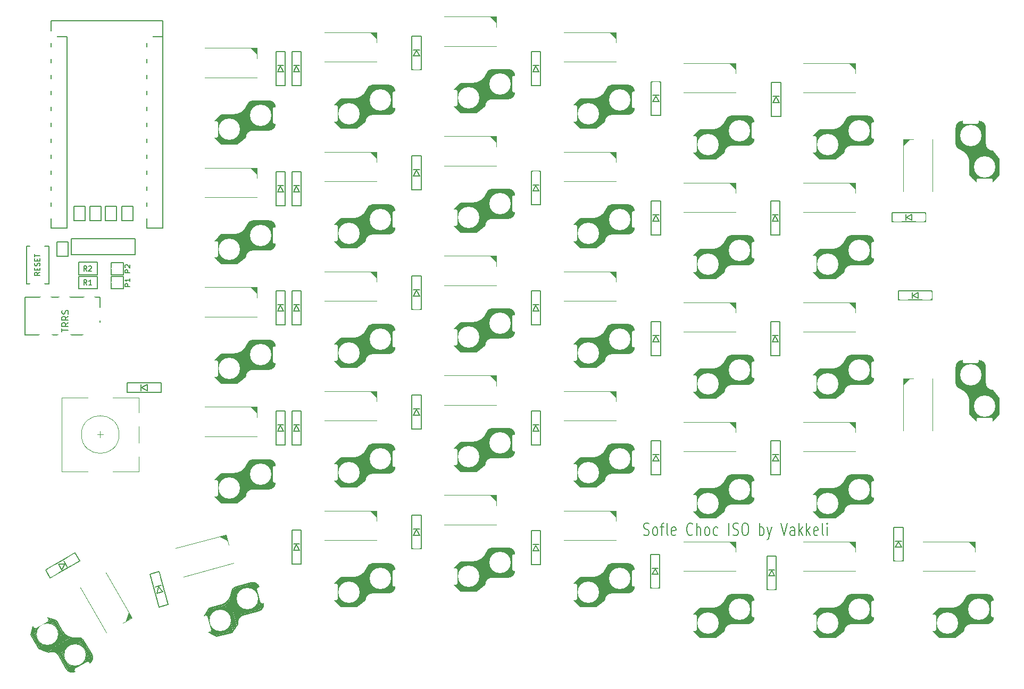
<source format=gto>
G04 #@! TF.GenerationSoftware,KiCad,Pcbnew,5.1.10-88a1d61d58~90~ubuntu20.04.1*
G04 #@! TF.CreationDate,2022-01-18T13:39:41+02:00*
G04 #@! TF.ProjectId,SofleKeyboard,536f666c-654b-4657-9962-6f6172642e6b,rev?*
G04 #@! TF.SameCoordinates,Original*
G04 #@! TF.FileFunction,Legend,Top*
G04 #@! TF.FilePolarity,Positive*
%FSLAX46Y46*%
G04 Gerber Fmt 4.6, Leading zero omitted, Abs format (unit mm)*
G04 Created by KiCad (PCBNEW 5.1.10-88a1d61d58~90~ubuntu20.04.1) date 2022-01-18 13:39:41*
%MOMM*%
%LPD*%
G01*
G04 APERTURE LIST*
%ADD10C,0.200000*%
%ADD11C,0.120000*%
%ADD12C,0.150000*%
%ADD13C,0.100000*%
%ADD14C,0.793700*%
%ADD15C,1.400000*%
%ADD16C,3.400000*%
%ADD17C,3.800000*%
%ADD18C,2.200000*%
%ADD19C,5.100000*%
%ADD20C,1.924000*%
%ADD21C,4.400000*%
%ADD22C,1.797000*%
%ADD23C,2.400000*%
%ADD24C,1.600000*%
%ADD25O,2.900000X2.100000*%
G04 APERTURE END LIST*
D10*
X186496262Y-120486163D02*
X186710548Y-120581401D01*
X187067691Y-120581401D01*
X187210548Y-120486163D01*
X187281977Y-120390925D01*
X187353405Y-120200449D01*
X187353405Y-120009973D01*
X187281977Y-119819497D01*
X187210548Y-119724259D01*
X187067691Y-119629020D01*
X186781977Y-119533782D01*
X186639120Y-119438544D01*
X186567691Y-119343306D01*
X186496262Y-119152830D01*
X186496262Y-118962354D01*
X186567691Y-118771878D01*
X186639120Y-118676640D01*
X186781977Y-118581401D01*
X187139120Y-118581401D01*
X187353405Y-118676640D01*
X188210548Y-120581401D02*
X188067691Y-120486163D01*
X187996262Y-120390925D01*
X187924834Y-120200449D01*
X187924834Y-119629020D01*
X187996262Y-119438544D01*
X188067691Y-119343306D01*
X188210548Y-119248068D01*
X188424834Y-119248068D01*
X188567691Y-119343306D01*
X188639120Y-119438544D01*
X188710548Y-119629020D01*
X188710548Y-120200449D01*
X188639120Y-120390925D01*
X188567691Y-120486163D01*
X188424834Y-120581401D01*
X188210548Y-120581401D01*
X189139120Y-119248068D02*
X189710548Y-119248068D01*
X189353405Y-120581401D02*
X189353405Y-118867116D01*
X189424834Y-118676640D01*
X189567691Y-118581401D01*
X189710548Y-118581401D01*
X190424834Y-120581401D02*
X190281977Y-120486163D01*
X190210548Y-120295687D01*
X190210548Y-118581401D01*
X191567691Y-120486163D02*
X191424834Y-120581401D01*
X191139120Y-120581401D01*
X190996262Y-120486163D01*
X190924834Y-120295687D01*
X190924834Y-119533782D01*
X190996262Y-119343306D01*
X191139120Y-119248068D01*
X191424834Y-119248068D01*
X191567691Y-119343306D01*
X191639120Y-119533782D01*
X191639120Y-119724259D01*
X190924834Y-119914735D01*
X194281977Y-120390925D02*
X194210548Y-120486163D01*
X193996262Y-120581401D01*
X193853405Y-120581401D01*
X193639120Y-120486163D01*
X193496262Y-120295687D01*
X193424834Y-120105211D01*
X193353405Y-119724259D01*
X193353405Y-119438544D01*
X193424834Y-119057592D01*
X193496262Y-118867116D01*
X193639120Y-118676640D01*
X193853405Y-118581401D01*
X193996262Y-118581401D01*
X194210548Y-118676640D01*
X194281977Y-118771878D01*
X194924834Y-120581401D02*
X194924834Y-118581401D01*
X195567691Y-120581401D02*
X195567691Y-119533782D01*
X195496262Y-119343306D01*
X195353405Y-119248068D01*
X195139120Y-119248068D01*
X194996262Y-119343306D01*
X194924834Y-119438544D01*
X196496262Y-120581401D02*
X196353405Y-120486163D01*
X196281977Y-120390925D01*
X196210548Y-120200449D01*
X196210548Y-119629020D01*
X196281977Y-119438544D01*
X196353405Y-119343306D01*
X196496262Y-119248068D01*
X196710548Y-119248068D01*
X196853405Y-119343306D01*
X196924834Y-119438544D01*
X196996262Y-119629020D01*
X196996262Y-120200449D01*
X196924834Y-120390925D01*
X196853405Y-120486163D01*
X196710548Y-120581401D01*
X196496262Y-120581401D01*
X198281977Y-120486163D02*
X198139120Y-120581401D01*
X197853405Y-120581401D01*
X197710548Y-120486163D01*
X197639120Y-120390925D01*
X197567691Y-120200449D01*
X197567691Y-119629020D01*
X197639120Y-119438544D01*
X197710548Y-119343306D01*
X197853405Y-119248068D01*
X198139120Y-119248068D01*
X198281977Y-119343306D01*
X200067691Y-120581401D02*
X200067691Y-118581401D01*
X200710548Y-120486163D02*
X200924834Y-120581401D01*
X201281977Y-120581401D01*
X201424834Y-120486163D01*
X201496262Y-120390925D01*
X201567691Y-120200449D01*
X201567691Y-120009973D01*
X201496262Y-119819497D01*
X201424834Y-119724259D01*
X201281977Y-119629020D01*
X200996262Y-119533782D01*
X200853405Y-119438544D01*
X200781977Y-119343306D01*
X200710548Y-119152830D01*
X200710548Y-118962354D01*
X200781977Y-118771878D01*
X200853405Y-118676640D01*
X200996262Y-118581401D01*
X201353405Y-118581401D01*
X201567691Y-118676640D01*
X202496262Y-118581401D02*
X202781977Y-118581401D01*
X202924834Y-118676640D01*
X203067691Y-118867116D01*
X203139120Y-119248068D01*
X203139120Y-119914735D01*
X203067691Y-120295687D01*
X202924834Y-120486163D01*
X202781977Y-120581401D01*
X202496262Y-120581401D01*
X202353405Y-120486163D01*
X202210548Y-120295687D01*
X202139120Y-119914735D01*
X202139120Y-119248068D01*
X202210548Y-118867116D01*
X202353405Y-118676640D01*
X202496262Y-118581401D01*
X204924834Y-120581401D02*
X204924834Y-118581401D01*
X204924834Y-119343306D02*
X205067691Y-119248068D01*
X205353405Y-119248068D01*
X205496262Y-119343306D01*
X205567691Y-119438544D01*
X205639120Y-119629020D01*
X205639120Y-120200449D01*
X205567691Y-120390925D01*
X205496262Y-120486163D01*
X205353405Y-120581401D01*
X205067691Y-120581401D01*
X204924834Y-120486163D01*
X206139120Y-119248068D02*
X206496262Y-120581401D01*
X206853405Y-119248068D02*
X206496262Y-120581401D01*
X206353405Y-121057592D01*
X206281977Y-121152830D01*
X206139120Y-121248068D01*
X208353405Y-118581401D02*
X208853405Y-120581401D01*
X209353405Y-118581401D01*
X210496262Y-120581401D02*
X210496262Y-119533782D01*
X210424834Y-119343306D01*
X210281977Y-119248068D01*
X209996262Y-119248068D01*
X209853405Y-119343306D01*
X210496262Y-120486163D02*
X210353405Y-120581401D01*
X209996262Y-120581401D01*
X209853405Y-120486163D01*
X209781977Y-120295687D01*
X209781977Y-120105211D01*
X209853405Y-119914735D01*
X209996262Y-119819497D01*
X210353405Y-119819497D01*
X210496262Y-119724259D01*
X211210548Y-120581401D02*
X211210548Y-118581401D01*
X211353405Y-119819497D02*
X211781977Y-120581401D01*
X211781977Y-119248068D02*
X211210548Y-120009973D01*
X212424834Y-120581401D02*
X212424834Y-118581401D01*
X212567691Y-119819497D02*
X212996262Y-120581401D01*
X212996262Y-119248068D02*
X212424834Y-120009973D01*
X214210548Y-120486163D02*
X214067691Y-120581401D01*
X213781977Y-120581401D01*
X213639120Y-120486163D01*
X213567691Y-120295687D01*
X213567691Y-119533782D01*
X213639120Y-119343306D01*
X213781977Y-119248068D01*
X214067691Y-119248068D01*
X214210548Y-119343306D01*
X214281977Y-119533782D01*
X214281977Y-119724259D01*
X213567691Y-119914735D01*
X215139120Y-120581401D02*
X214996262Y-120486163D01*
X214924834Y-120295687D01*
X214924834Y-118581401D01*
X215710548Y-120581401D02*
X215710548Y-119248068D01*
X215710548Y-118581401D02*
X215639120Y-118676640D01*
X215710548Y-118771878D01*
X215781977Y-118676640D01*
X215710548Y-118581401D01*
X215710548Y-118771878D01*
D11*
X220200000Y-45348460D02*
X220200000Y-46999460D01*
X220200000Y-50051000D02*
X211900000Y-50048460D01*
X211900000Y-45348460D02*
X220200000Y-45348460D01*
D12*
X221000000Y-53800000D02*
X221000000Y-58400000D01*
X221150000Y-53800000D02*
X221150000Y-58400000D01*
X222750000Y-54100000D02*
X222750000Y-58050000D01*
X221300000Y-53800000D02*
X221300000Y-58400000D01*
X221450000Y-53800000D02*
X221450000Y-58400000D01*
X222950000Y-54350000D02*
X222950000Y-57900000D01*
X222500000Y-53900000D02*
X222500000Y-58300000D01*
X222350000Y-53850000D02*
X222350000Y-58350000D01*
X220850000Y-53800000D02*
X220850000Y-58400000D01*
X221900000Y-53800000D02*
X221900000Y-58400000D01*
X222850000Y-54200000D02*
X222850000Y-57950000D01*
X221600000Y-53800000D02*
X221600000Y-58400000D01*
X222050000Y-53800000D02*
X222050000Y-58400000D01*
X222100000Y-58425000D02*
X219525000Y-58425000D01*
X222200000Y-53800000D02*
X222200000Y-58350000D01*
X222100000Y-53775000D02*
X219500000Y-53775000D01*
X222650000Y-54000000D02*
X222650000Y-58200000D01*
X220550000Y-53800000D02*
X220550000Y-58400000D01*
X220400000Y-53800000D02*
X220400000Y-58400000D01*
X220250000Y-53800000D02*
X220250000Y-58400000D01*
X220100000Y-53800000D02*
X220100000Y-58400000D01*
X219950000Y-53800000D02*
X219950000Y-58400000D01*
X219800000Y-53800000D02*
X219800000Y-58400000D01*
X219650000Y-53800000D02*
X219650000Y-58350000D01*
X219500000Y-53800000D02*
X219500000Y-58400000D01*
X219350000Y-53800000D02*
X219350000Y-58400000D01*
X219200000Y-53850000D02*
X219200000Y-58400000D01*
X219050000Y-53950000D02*
X219050000Y-58500000D01*
X218900000Y-54050000D02*
X218900000Y-58550000D01*
X218800000Y-54200000D02*
X218800000Y-58600000D01*
X218700000Y-54450000D02*
X218700000Y-58650000D01*
X218600000Y-54600000D02*
X218600000Y-58750000D01*
X218500000Y-54800000D02*
X218500000Y-58950000D01*
X218400000Y-54950000D02*
X218400000Y-59100000D01*
X218300000Y-55150000D02*
X218300000Y-59600000D01*
X218150000Y-55300000D02*
X218150000Y-59750000D01*
X218000000Y-55450000D02*
X218000000Y-59850000D01*
X217850000Y-55550000D02*
X217850000Y-59950000D01*
X217700000Y-55650000D02*
X217700000Y-60100000D01*
X217550000Y-55750000D02*
X217550000Y-60200000D01*
X217400000Y-55800000D02*
X217400000Y-60350000D01*
X217250000Y-55900000D02*
X217250000Y-60450000D01*
X217100000Y-55950000D02*
X217100000Y-60550000D01*
X216950000Y-55950000D02*
X216950000Y-60600000D01*
X216800000Y-55950000D02*
X216800000Y-60600000D01*
X216650000Y-56000000D02*
X216650000Y-60550000D01*
X216500000Y-56000000D02*
X216500000Y-60600000D01*
X216350000Y-56000000D02*
X216350000Y-60600000D01*
X216200000Y-56000000D02*
X216200000Y-60600000D01*
X216050000Y-56000000D02*
X216050000Y-60600000D01*
X215900000Y-56000000D02*
X215900000Y-60600000D01*
X215750000Y-56000000D02*
X215750000Y-60600000D01*
X215600000Y-56000000D02*
X215600000Y-60600000D01*
X215450000Y-56000000D02*
X215450000Y-60600000D01*
X215300000Y-56000000D02*
X215300000Y-60600000D01*
X215150000Y-56000000D02*
X215150000Y-60600000D01*
X215000000Y-56000000D02*
X215000000Y-60600000D01*
X214850000Y-56000000D02*
X214850000Y-60600000D01*
X214700000Y-56000000D02*
X214700000Y-60600000D01*
X214550000Y-56000000D02*
X214550000Y-60600000D01*
X214400000Y-56150000D02*
X214400000Y-60500000D01*
X214250000Y-56250000D02*
X214250000Y-60350000D01*
X214100000Y-56400000D02*
X214100000Y-60200000D01*
X213950000Y-56550000D02*
X213950000Y-60050000D01*
X213800000Y-56750000D02*
X213800000Y-59900000D01*
X213650000Y-56850000D02*
X213650000Y-59750000D01*
X217075000Y-60625000D02*
X218350000Y-59600000D01*
X213500000Y-59600000D02*
X214525000Y-60625000D01*
X213500000Y-57000000D02*
X214525000Y-55975000D01*
X213500000Y-59600000D02*
X213500000Y-57000000D01*
X223100000Y-57425000D02*
X223100000Y-54775000D01*
X216500000Y-55975000D02*
X214525000Y-55975000D01*
X217075000Y-60625000D02*
X214525000Y-60625000D01*
X220700000Y-53800000D02*
X220700000Y-58400000D01*
X221750000Y-53800000D02*
X221750000Y-58400000D01*
D13*
G36*
X219192000Y-45351000D02*
G01*
X220200000Y-45348460D01*
X220200000Y-46364460D01*
X219192000Y-45351000D01*
G37*
X219192000Y-45351000D02*
X220200000Y-45348460D01*
X220200000Y-46364460D01*
X219192000Y-45351000D01*
D12*
X219499005Y-53776209D02*
G75*
G03*
X218637801Y-54478096I38796J-926887D01*
G01*
X223100000Y-54775000D02*
G75*
G03*
X222100000Y-53775000I-1000000J0D01*
G01*
X223100000Y-57425000D02*
G75*
G02*
X222100000Y-58425000I-1000000J0D01*
G01*
X218637801Y-54478096D02*
G75*
G02*
X216500000Y-55975000I-2137801J778096D01*
G01*
X218350000Y-59600000D02*
G75*
G02*
X219525000Y-58425000I1175000J0D01*
G01*
D13*
G36*
X227801000Y-58533000D02*
G01*
X227798460Y-57525000D01*
X228814460Y-57525000D01*
X227801000Y-58533000D01*
G37*
X227801000Y-58533000D02*
X227798460Y-57525000D01*
X228814460Y-57525000D01*
X227801000Y-58533000D01*
D12*
X236250000Y-55975000D02*
X240850000Y-55975000D01*
X236250000Y-57025000D02*
X240850000Y-57025000D01*
X243075000Y-60650000D02*
X243075000Y-63200000D01*
X238425000Y-61225000D02*
X238425000Y-63200000D01*
X239875000Y-54625000D02*
X237225000Y-54625000D01*
X242050000Y-64225000D02*
X239450000Y-64225000D01*
X239450000Y-64225000D02*
X238425000Y-63200000D01*
X242050000Y-64225000D02*
X243075000Y-63200000D01*
X243075000Y-60650000D02*
X242050000Y-59375000D01*
X239300000Y-64075000D02*
X242200000Y-64075000D01*
X239200000Y-63925000D02*
X242350000Y-63925000D01*
X239000000Y-63775000D02*
X242500000Y-63775000D01*
X238850000Y-63625000D02*
X242650000Y-63625000D01*
X238700000Y-63475000D02*
X242800000Y-63475000D01*
X238600000Y-63325000D02*
X242950000Y-63325000D01*
X238450000Y-63175000D02*
X243050000Y-63175000D01*
X238450000Y-63025000D02*
X243050000Y-63025000D01*
X238450000Y-62875000D02*
X243050000Y-62875000D01*
X238450000Y-62725000D02*
X243050000Y-62725000D01*
X238450000Y-62575000D02*
X243050000Y-62575000D01*
X238450000Y-62425000D02*
X243050000Y-62425000D01*
X238450000Y-62275000D02*
X243050000Y-62275000D01*
X238450000Y-62125000D02*
X243050000Y-62125000D01*
X238450000Y-61975000D02*
X243050000Y-61975000D01*
X238450000Y-61825000D02*
X243050000Y-61825000D01*
X238450000Y-61675000D02*
X243050000Y-61675000D01*
X238450000Y-61525000D02*
X243050000Y-61525000D01*
X238450000Y-61375000D02*
X243050000Y-61375000D01*
X238450000Y-61225000D02*
X243050000Y-61225000D01*
X238450000Y-61075000D02*
X243000000Y-61075000D01*
X238400000Y-60925000D02*
X243050000Y-60925000D01*
X238400000Y-60775000D02*
X243050000Y-60775000D01*
X238400000Y-60625000D02*
X243000000Y-60625000D01*
X238350000Y-60475000D02*
X242900000Y-60475000D01*
X238250000Y-60325000D02*
X242800000Y-60325000D01*
X238200000Y-60175000D02*
X242650000Y-60175000D01*
X238100000Y-60025000D02*
X242550000Y-60025000D01*
X238000000Y-59875000D02*
X242400000Y-59875000D01*
X237900000Y-59725000D02*
X242300000Y-59725000D01*
X237750000Y-59575000D02*
X242200000Y-59575000D01*
X237600000Y-59425000D02*
X242050000Y-59425000D01*
X237400000Y-59325000D02*
X241550000Y-59325000D01*
X237250000Y-59225000D02*
X241400000Y-59225000D01*
X237050000Y-59125000D02*
X241200000Y-59125000D01*
X236900000Y-59025000D02*
X241100000Y-59025000D01*
X236650000Y-58925000D02*
X241050000Y-58925000D01*
X236500000Y-58825000D02*
X241000000Y-58825000D01*
X236400000Y-58675000D02*
X240950000Y-58675000D01*
X236300000Y-58525000D02*
X240850000Y-58525000D01*
X236250000Y-58375000D02*
X240850000Y-58375000D01*
X236250000Y-58225000D02*
X240850000Y-58225000D01*
X236250000Y-58075000D02*
X240800000Y-58075000D01*
X236250000Y-57925000D02*
X240850000Y-57925000D01*
X236250000Y-57775000D02*
X240850000Y-57775000D01*
X236250000Y-57625000D02*
X240850000Y-57625000D01*
X236250000Y-57475000D02*
X240850000Y-57475000D01*
X236250000Y-57325000D02*
X240850000Y-57325000D01*
X236250000Y-57175000D02*
X240850000Y-57175000D01*
X236450000Y-55075000D02*
X240650000Y-55075000D01*
X236225000Y-55625000D02*
X236225000Y-58225000D01*
X236250000Y-55525000D02*
X240800000Y-55525000D01*
X240875000Y-55625000D02*
X240875000Y-58200000D01*
X236250000Y-55675000D02*
X240850000Y-55675000D01*
X236250000Y-56125000D02*
X240850000Y-56125000D01*
X236650000Y-54875000D02*
X240400000Y-54875000D01*
X236250000Y-55825000D02*
X240850000Y-55825000D01*
X236250000Y-56875000D02*
X240850000Y-56875000D01*
X236300000Y-55375000D02*
X240800000Y-55375000D01*
X236350000Y-55225000D02*
X240750000Y-55225000D01*
X236800000Y-54775000D02*
X240350000Y-54775000D01*
X236250000Y-56275000D02*
X240850000Y-56275000D01*
X236250000Y-56425000D02*
X240850000Y-56425000D01*
X236550000Y-54975000D02*
X240500000Y-54975000D01*
X236250000Y-56575000D02*
X240850000Y-56575000D01*
X236250000Y-56725000D02*
X240850000Y-56725000D01*
D11*
X227798460Y-65825000D02*
X227798460Y-57525000D01*
X232501000Y-57525000D02*
X232498460Y-65825000D01*
X227798460Y-57525000D02*
X229449460Y-57525000D01*
D12*
X236226209Y-58225995D02*
G75*
G03*
X236928096Y-59087199I926887J38796D01*
G01*
X237225000Y-54625000D02*
G75*
G03*
X236225000Y-55625000I0J-1000000D01*
G01*
X239875000Y-54625000D02*
G75*
G02*
X240875000Y-55625000I0J-1000000D01*
G01*
X236928096Y-59087199D02*
G75*
G02*
X238425000Y-61225000I-778096J-2137801D01*
G01*
X242050000Y-59375000D02*
G75*
G02*
X240875000Y-58200000I0J1175000D01*
G01*
D11*
X201150000Y-102498460D02*
X201150000Y-104149460D01*
X201150000Y-107201000D02*
X192850000Y-107198460D01*
X192850000Y-102498460D02*
X201150000Y-102498460D01*
D12*
X201950000Y-110950000D02*
X201950000Y-115550000D01*
X202100000Y-110950000D02*
X202100000Y-115550000D01*
X203700000Y-111250000D02*
X203700000Y-115200000D01*
X202250000Y-110950000D02*
X202250000Y-115550000D01*
X202400000Y-110950000D02*
X202400000Y-115550000D01*
X203900000Y-111500000D02*
X203900000Y-115050000D01*
X203450000Y-111050000D02*
X203450000Y-115450000D01*
X203300000Y-111000000D02*
X203300000Y-115500000D01*
X201800000Y-110950000D02*
X201800000Y-115550000D01*
X202850000Y-110950000D02*
X202850000Y-115550000D01*
X203800000Y-111350000D02*
X203800000Y-115100000D01*
X202550000Y-110950000D02*
X202550000Y-115550000D01*
X203000000Y-110950000D02*
X203000000Y-115550000D01*
X203050000Y-115575000D02*
X200475000Y-115575000D01*
X203150000Y-110950000D02*
X203150000Y-115500000D01*
X203050000Y-110925000D02*
X200450000Y-110925000D01*
X203600000Y-111150000D02*
X203600000Y-115350000D01*
X201500000Y-110950000D02*
X201500000Y-115550000D01*
X201350000Y-110950000D02*
X201350000Y-115550000D01*
X201200000Y-110950000D02*
X201200000Y-115550000D01*
X201050000Y-110950000D02*
X201050000Y-115550000D01*
X200900000Y-110950000D02*
X200900000Y-115550000D01*
X200750000Y-110950000D02*
X200750000Y-115550000D01*
X200600000Y-110950000D02*
X200600000Y-115500000D01*
X200450000Y-110950000D02*
X200450000Y-115550000D01*
X200300000Y-110950000D02*
X200300000Y-115550000D01*
X200150000Y-111000000D02*
X200150000Y-115550000D01*
X200000000Y-111100000D02*
X200000000Y-115650000D01*
X199850000Y-111200000D02*
X199850000Y-115700000D01*
X199750000Y-111350000D02*
X199750000Y-115750000D01*
X199650000Y-111600000D02*
X199650000Y-115800000D01*
X199550000Y-111750000D02*
X199550000Y-115900000D01*
X199450000Y-111950000D02*
X199450000Y-116100000D01*
X199350000Y-112100000D02*
X199350000Y-116250000D01*
X199250000Y-112300000D02*
X199250000Y-116750000D01*
X199100000Y-112450000D02*
X199100000Y-116900000D01*
X198950000Y-112600000D02*
X198950000Y-117000000D01*
X198800000Y-112700000D02*
X198800000Y-117100000D01*
X198650000Y-112800000D02*
X198650000Y-117250000D01*
X198500000Y-112900000D02*
X198500000Y-117350000D01*
X198350000Y-112950000D02*
X198350000Y-117500000D01*
X198200000Y-113050000D02*
X198200000Y-117600000D01*
X198050000Y-113100000D02*
X198050000Y-117700000D01*
X197900000Y-113100000D02*
X197900000Y-117750000D01*
X197750000Y-113100000D02*
X197750000Y-117750000D01*
X197600000Y-113150000D02*
X197600000Y-117700000D01*
X197450000Y-113150000D02*
X197450000Y-117750000D01*
X197300000Y-113150000D02*
X197300000Y-117750000D01*
X197150000Y-113150000D02*
X197150000Y-117750000D01*
X197000000Y-113150000D02*
X197000000Y-117750000D01*
X196850000Y-113150000D02*
X196850000Y-117750000D01*
X196700000Y-113150000D02*
X196700000Y-117750000D01*
X196550000Y-113150000D02*
X196550000Y-117750000D01*
X196400000Y-113150000D02*
X196400000Y-117750000D01*
X196250000Y-113150000D02*
X196250000Y-117750000D01*
X196100000Y-113150000D02*
X196100000Y-117750000D01*
X195950000Y-113150000D02*
X195950000Y-117750000D01*
X195800000Y-113150000D02*
X195800000Y-117750000D01*
X195650000Y-113150000D02*
X195650000Y-117750000D01*
X195500000Y-113150000D02*
X195500000Y-117750000D01*
X195350000Y-113300000D02*
X195350000Y-117650000D01*
X195200000Y-113400000D02*
X195200000Y-117500000D01*
X195050000Y-113550000D02*
X195050000Y-117350000D01*
X194900000Y-113700000D02*
X194900000Y-117200000D01*
X194750000Y-113900000D02*
X194750000Y-117050000D01*
X194600000Y-114000000D02*
X194600000Y-116900000D01*
X198025000Y-117775000D02*
X199300000Y-116750000D01*
X194450000Y-116750000D02*
X195475000Y-117775000D01*
X194450000Y-114150000D02*
X195475000Y-113125000D01*
X194450000Y-116750000D02*
X194450000Y-114150000D01*
X204050000Y-114575000D02*
X204050000Y-111925000D01*
X197450000Y-113125000D02*
X195475000Y-113125000D01*
X198025000Y-117775000D02*
X195475000Y-117775000D01*
X201650000Y-110950000D02*
X201650000Y-115550000D01*
X202700000Y-110950000D02*
X202700000Y-115550000D01*
D13*
G36*
X200142000Y-102501000D02*
G01*
X201150000Y-102498460D01*
X201150000Y-103514460D01*
X200142000Y-102501000D01*
G37*
X200142000Y-102501000D02*
X201150000Y-102498460D01*
X201150000Y-103514460D01*
X200142000Y-102501000D01*
D12*
X200449005Y-110926209D02*
G75*
G03*
X199587801Y-111628096I38796J-926887D01*
G01*
X204050000Y-111925000D02*
G75*
G03*
X203050000Y-110925000I-1000000J0D01*
G01*
X204050000Y-114575000D02*
G75*
G02*
X203050000Y-115575000I-1000000J0D01*
G01*
X199587801Y-111628096D02*
G75*
G02*
X197450000Y-113125000I-2137801J778096D01*
G01*
X199300000Y-116750000D02*
G75*
G02*
X200475000Y-115575000I1175000J0D01*
G01*
D11*
X220200000Y-102498460D02*
X220200000Y-104149460D01*
X220200000Y-107201000D02*
X211900000Y-107198460D01*
X211900000Y-102498460D02*
X220200000Y-102498460D01*
D12*
X221000000Y-110950000D02*
X221000000Y-115550000D01*
X221150000Y-110950000D02*
X221150000Y-115550000D01*
X222750000Y-111250000D02*
X222750000Y-115200000D01*
X221300000Y-110950000D02*
X221300000Y-115550000D01*
X221450000Y-110950000D02*
X221450000Y-115550000D01*
X222950000Y-111500000D02*
X222950000Y-115050000D01*
X222500000Y-111050000D02*
X222500000Y-115450000D01*
X222350000Y-111000000D02*
X222350000Y-115500000D01*
X220850000Y-110950000D02*
X220850000Y-115550000D01*
X221900000Y-110950000D02*
X221900000Y-115550000D01*
X222850000Y-111350000D02*
X222850000Y-115100000D01*
X221600000Y-110950000D02*
X221600000Y-115550000D01*
X222050000Y-110950000D02*
X222050000Y-115550000D01*
X222100000Y-115575000D02*
X219525000Y-115575000D01*
X222200000Y-110950000D02*
X222200000Y-115500000D01*
X222100000Y-110925000D02*
X219500000Y-110925000D01*
X222650000Y-111150000D02*
X222650000Y-115350000D01*
X220550000Y-110950000D02*
X220550000Y-115550000D01*
X220400000Y-110950000D02*
X220400000Y-115550000D01*
X220250000Y-110950000D02*
X220250000Y-115550000D01*
X220100000Y-110950000D02*
X220100000Y-115550000D01*
X219950000Y-110950000D02*
X219950000Y-115550000D01*
X219800000Y-110950000D02*
X219800000Y-115550000D01*
X219650000Y-110950000D02*
X219650000Y-115500000D01*
X219500000Y-110950000D02*
X219500000Y-115550000D01*
X219350000Y-110950000D02*
X219350000Y-115550000D01*
X219200000Y-111000000D02*
X219200000Y-115550000D01*
X219050000Y-111100000D02*
X219050000Y-115650000D01*
X218900000Y-111200000D02*
X218900000Y-115700000D01*
X218800000Y-111350000D02*
X218800000Y-115750000D01*
X218700000Y-111600000D02*
X218700000Y-115800000D01*
X218600000Y-111750000D02*
X218600000Y-115900000D01*
X218500000Y-111950000D02*
X218500000Y-116100000D01*
X218400000Y-112100000D02*
X218400000Y-116250000D01*
X218300000Y-112300000D02*
X218300000Y-116750000D01*
X218150000Y-112450000D02*
X218150000Y-116900000D01*
X218000000Y-112600000D02*
X218000000Y-117000000D01*
X217850000Y-112700000D02*
X217850000Y-117100000D01*
X217700000Y-112800000D02*
X217700000Y-117250000D01*
X217550000Y-112900000D02*
X217550000Y-117350000D01*
X217400000Y-112950000D02*
X217400000Y-117500000D01*
X217250000Y-113050000D02*
X217250000Y-117600000D01*
X217100000Y-113100000D02*
X217100000Y-117700000D01*
X216950000Y-113100000D02*
X216950000Y-117750000D01*
X216800000Y-113100000D02*
X216800000Y-117750000D01*
X216650000Y-113150000D02*
X216650000Y-117700000D01*
X216500000Y-113150000D02*
X216500000Y-117750000D01*
X216350000Y-113150000D02*
X216350000Y-117750000D01*
X216200000Y-113150000D02*
X216200000Y-117750000D01*
X216050000Y-113150000D02*
X216050000Y-117750000D01*
X215900000Y-113150000D02*
X215900000Y-117750000D01*
X215750000Y-113150000D02*
X215750000Y-117750000D01*
X215600000Y-113150000D02*
X215600000Y-117750000D01*
X215450000Y-113150000D02*
X215450000Y-117750000D01*
X215300000Y-113150000D02*
X215300000Y-117750000D01*
X215150000Y-113150000D02*
X215150000Y-117750000D01*
X215000000Y-113150000D02*
X215000000Y-117750000D01*
X214850000Y-113150000D02*
X214850000Y-117750000D01*
X214700000Y-113150000D02*
X214700000Y-117750000D01*
X214550000Y-113150000D02*
X214550000Y-117750000D01*
X214400000Y-113300000D02*
X214400000Y-117650000D01*
X214250000Y-113400000D02*
X214250000Y-117500000D01*
X214100000Y-113550000D02*
X214100000Y-117350000D01*
X213950000Y-113700000D02*
X213950000Y-117200000D01*
X213800000Y-113900000D02*
X213800000Y-117050000D01*
X213650000Y-114000000D02*
X213650000Y-116900000D01*
X217075000Y-117775000D02*
X218350000Y-116750000D01*
X213500000Y-116750000D02*
X214525000Y-117775000D01*
X213500000Y-114150000D02*
X214525000Y-113125000D01*
X213500000Y-116750000D02*
X213500000Y-114150000D01*
X223100000Y-114575000D02*
X223100000Y-111925000D01*
X216500000Y-113125000D02*
X214525000Y-113125000D01*
X217075000Y-117775000D02*
X214525000Y-117775000D01*
X220700000Y-110950000D02*
X220700000Y-115550000D01*
X221750000Y-110950000D02*
X221750000Y-115550000D01*
D13*
G36*
X219192000Y-102501000D02*
G01*
X220200000Y-102498460D01*
X220200000Y-103514460D01*
X219192000Y-102501000D01*
G37*
X219192000Y-102501000D02*
X220200000Y-102498460D01*
X220200000Y-103514460D01*
X219192000Y-102501000D01*
D12*
X219499005Y-110926209D02*
G75*
G03*
X218637801Y-111628096I38796J-926887D01*
G01*
X223100000Y-111925000D02*
G75*
G03*
X222100000Y-110925000I-1000000J0D01*
G01*
X223100000Y-114575000D02*
G75*
G02*
X222100000Y-115575000I-1000000J0D01*
G01*
X218637801Y-111628096D02*
G75*
G02*
X216500000Y-113125000I-2137801J778096D01*
G01*
X218350000Y-116750000D02*
G75*
G02*
X219525000Y-115575000I1175000J0D01*
G01*
D13*
G36*
X219192000Y-121551000D02*
G01*
X220200000Y-121548460D01*
X220200000Y-122564460D01*
X219192000Y-121551000D01*
G37*
X219192000Y-121551000D02*
X220200000Y-121548460D01*
X220200000Y-122564460D01*
X219192000Y-121551000D01*
D12*
X221750000Y-130000000D02*
X221750000Y-134600000D01*
X220700000Y-130000000D02*
X220700000Y-134600000D01*
X217075000Y-136825000D02*
X214525000Y-136825000D01*
X216500000Y-132175000D02*
X214525000Y-132175000D01*
X223100000Y-133625000D02*
X223100000Y-130975000D01*
X213500000Y-135800000D02*
X213500000Y-133200000D01*
X213500000Y-133200000D02*
X214525000Y-132175000D01*
X213500000Y-135800000D02*
X214525000Y-136825000D01*
X217075000Y-136825000D02*
X218350000Y-135800000D01*
X213650000Y-133050000D02*
X213650000Y-135950000D01*
X213800000Y-132950000D02*
X213800000Y-136100000D01*
X213950000Y-132750000D02*
X213950000Y-136250000D01*
X214100000Y-132600000D02*
X214100000Y-136400000D01*
X214250000Y-132450000D02*
X214250000Y-136550000D01*
X214400000Y-132350000D02*
X214400000Y-136700000D01*
X214550000Y-132200000D02*
X214550000Y-136800000D01*
X214700000Y-132200000D02*
X214700000Y-136800000D01*
X214850000Y-132200000D02*
X214850000Y-136800000D01*
X215000000Y-132200000D02*
X215000000Y-136800000D01*
X215150000Y-132200000D02*
X215150000Y-136800000D01*
X215300000Y-132200000D02*
X215300000Y-136800000D01*
X215450000Y-132200000D02*
X215450000Y-136800000D01*
X215600000Y-132200000D02*
X215600000Y-136800000D01*
X215750000Y-132200000D02*
X215750000Y-136800000D01*
X215900000Y-132200000D02*
X215900000Y-136800000D01*
X216050000Y-132200000D02*
X216050000Y-136800000D01*
X216200000Y-132200000D02*
X216200000Y-136800000D01*
X216350000Y-132200000D02*
X216350000Y-136800000D01*
X216500000Y-132200000D02*
X216500000Y-136800000D01*
X216650000Y-132200000D02*
X216650000Y-136750000D01*
X216800000Y-132150000D02*
X216800000Y-136800000D01*
X216950000Y-132150000D02*
X216950000Y-136800000D01*
X217100000Y-132150000D02*
X217100000Y-136750000D01*
X217250000Y-132100000D02*
X217250000Y-136650000D01*
X217400000Y-132000000D02*
X217400000Y-136550000D01*
X217550000Y-131950000D02*
X217550000Y-136400000D01*
X217700000Y-131850000D02*
X217700000Y-136300000D01*
X217850000Y-131750000D02*
X217850000Y-136150000D01*
X218000000Y-131650000D02*
X218000000Y-136050000D01*
X218150000Y-131500000D02*
X218150000Y-135950000D01*
X218300000Y-131350000D02*
X218300000Y-135800000D01*
X218400000Y-131150000D02*
X218400000Y-135300000D01*
X218500000Y-131000000D02*
X218500000Y-135150000D01*
X218600000Y-130800000D02*
X218600000Y-134950000D01*
X218700000Y-130650000D02*
X218700000Y-134850000D01*
X218800000Y-130400000D02*
X218800000Y-134800000D01*
X218900000Y-130250000D02*
X218900000Y-134750000D01*
X219050000Y-130150000D02*
X219050000Y-134700000D01*
X219200000Y-130050000D02*
X219200000Y-134600000D01*
X219350000Y-130000000D02*
X219350000Y-134600000D01*
X219500000Y-130000000D02*
X219500000Y-134600000D01*
X219650000Y-130000000D02*
X219650000Y-134550000D01*
X219800000Y-130000000D02*
X219800000Y-134600000D01*
X219950000Y-130000000D02*
X219950000Y-134600000D01*
X220100000Y-130000000D02*
X220100000Y-134600000D01*
X220250000Y-130000000D02*
X220250000Y-134600000D01*
X220400000Y-130000000D02*
X220400000Y-134600000D01*
X220550000Y-130000000D02*
X220550000Y-134600000D01*
X222650000Y-130200000D02*
X222650000Y-134400000D01*
X222100000Y-129975000D02*
X219500000Y-129975000D01*
X222200000Y-130000000D02*
X222200000Y-134550000D01*
X222100000Y-134625000D02*
X219525000Y-134625000D01*
X222050000Y-130000000D02*
X222050000Y-134600000D01*
X221600000Y-130000000D02*
X221600000Y-134600000D01*
X222850000Y-130400000D02*
X222850000Y-134150000D01*
X221900000Y-130000000D02*
X221900000Y-134600000D01*
X220850000Y-130000000D02*
X220850000Y-134600000D01*
X222350000Y-130050000D02*
X222350000Y-134550000D01*
X222500000Y-130100000D02*
X222500000Y-134500000D01*
X222950000Y-130550000D02*
X222950000Y-134100000D01*
X221450000Y-130000000D02*
X221450000Y-134600000D01*
X221300000Y-130000000D02*
X221300000Y-134600000D01*
X222750000Y-130300000D02*
X222750000Y-134250000D01*
X221150000Y-130000000D02*
X221150000Y-134600000D01*
X221000000Y-130000000D02*
X221000000Y-134600000D01*
D11*
X211900000Y-121548460D02*
X220200000Y-121548460D01*
X220200000Y-126251000D02*
X211900000Y-126248460D01*
X220200000Y-121548460D02*
X220200000Y-123199460D01*
D12*
X219499005Y-129976209D02*
G75*
G03*
X218637801Y-130678096I38796J-926887D01*
G01*
X223100000Y-130975000D02*
G75*
G03*
X222100000Y-129975000I-1000000J0D01*
G01*
X223100000Y-133625000D02*
G75*
G02*
X222100000Y-134625000I-1000000J0D01*
G01*
X218637801Y-130678096D02*
G75*
G02*
X216500000Y-132175000I-2137801J778096D01*
G01*
X218350000Y-135800000D02*
G75*
G02*
X219525000Y-134625000I1175000J0D01*
G01*
X188812120Y-125780640D02*
X187812120Y-125780640D01*
X188312120Y-125880640D02*
X188812120Y-126780640D01*
X187812120Y-126780640D02*
X188312120Y-125880640D01*
X188812120Y-126780640D02*
X187812120Y-126780640D01*
X189062120Y-128980640D02*
X187562120Y-128980640D01*
X189062120Y-123580640D02*
X187562120Y-123580640D01*
X189062120Y-128980640D02*
X189062120Y-123580640D01*
X187562120Y-123580640D02*
X187562120Y-128980640D01*
X207354120Y-126034640D02*
X206354120Y-126034640D01*
X206854120Y-126134640D02*
X207354120Y-127034640D01*
X206354120Y-127034640D02*
X206854120Y-126134640D01*
X207354120Y-127034640D02*
X206354120Y-127034640D01*
X207604120Y-129234640D02*
X206104120Y-129234640D01*
X207604120Y-123834640D02*
X206104120Y-123834640D01*
X207604120Y-129234640D02*
X207604120Y-123834640D01*
X206104120Y-123834640D02*
X206104120Y-129234640D01*
X227547120Y-121462640D02*
X226547120Y-121462640D01*
X227047120Y-121562640D02*
X227547120Y-122462640D01*
X226547120Y-122462640D02*
X227047120Y-121562640D01*
X227547120Y-122462640D02*
X226547120Y-122462640D01*
X227797120Y-124662640D02*
X226297120Y-124662640D01*
X227797120Y-119262640D02*
X226297120Y-119262640D01*
X227797120Y-124662640D02*
X227797120Y-119262640D01*
X226297120Y-119262640D02*
X226297120Y-124662640D01*
X229214120Y-81838640D02*
X229214120Y-82838640D01*
X229314120Y-82338640D02*
X230214120Y-81838640D01*
X230214120Y-82838640D02*
X229314120Y-82338640D01*
X230214120Y-81838640D02*
X230214120Y-82838640D01*
X232414120Y-81588640D02*
X232414120Y-83088640D01*
X227014120Y-81588640D02*
X227014120Y-83088640D01*
X232414120Y-81588640D02*
X227014120Y-81588640D01*
X227014120Y-83088640D02*
X232414120Y-83088640D01*
X228198120Y-69392640D02*
X228198120Y-70392640D01*
X228298120Y-69892640D02*
X229198120Y-69392640D01*
X229198120Y-70392640D02*
X228298120Y-69892640D01*
X229198120Y-69392640D02*
X229198120Y-70392640D01*
X231398120Y-69142640D02*
X231398120Y-70642640D01*
X225998120Y-69142640D02*
X225998120Y-70642640D01*
X231398120Y-69142640D02*
X225998120Y-69142640D01*
X225998120Y-70642640D02*
X231398120Y-70642640D01*
D13*
G36*
X200142000Y-121551000D02*
G01*
X201150000Y-121548460D01*
X201150000Y-122564460D01*
X200142000Y-121551000D01*
G37*
X200142000Y-121551000D02*
X201150000Y-121548460D01*
X201150000Y-122564460D01*
X200142000Y-121551000D01*
D12*
X202700000Y-130000000D02*
X202700000Y-134600000D01*
X201650000Y-130000000D02*
X201650000Y-134600000D01*
X198025000Y-136825000D02*
X195475000Y-136825000D01*
X197450000Y-132175000D02*
X195475000Y-132175000D01*
X204050000Y-133625000D02*
X204050000Y-130975000D01*
X194450000Y-135800000D02*
X194450000Y-133200000D01*
X194450000Y-133200000D02*
X195475000Y-132175000D01*
X194450000Y-135800000D02*
X195475000Y-136825000D01*
X198025000Y-136825000D02*
X199300000Y-135800000D01*
X194600000Y-133050000D02*
X194600000Y-135950000D01*
X194750000Y-132950000D02*
X194750000Y-136100000D01*
X194900000Y-132750000D02*
X194900000Y-136250000D01*
X195050000Y-132600000D02*
X195050000Y-136400000D01*
X195200000Y-132450000D02*
X195200000Y-136550000D01*
X195350000Y-132350000D02*
X195350000Y-136700000D01*
X195500000Y-132200000D02*
X195500000Y-136800000D01*
X195650000Y-132200000D02*
X195650000Y-136800000D01*
X195800000Y-132200000D02*
X195800000Y-136800000D01*
X195950000Y-132200000D02*
X195950000Y-136800000D01*
X196100000Y-132200000D02*
X196100000Y-136800000D01*
X196250000Y-132200000D02*
X196250000Y-136800000D01*
X196400000Y-132200000D02*
X196400000Y-136800000D01*
X196550000Y-132200000D02*
X196550000Y-136800000D01*
X196700000Y-132200000D02*
X196700000Y-136800000D01*
X196850000Y-132200000D02*
X196850000Y-136800000D01*
X197000000Y-132200000D02*
X197000000Y-136800000D01*
X197150000Y-132200000D02*
X197150000Y-136800000D01*
X197300000Y-132200000D02*
X197300000Y-136800000D01*
X197450000Y-132200000D02*
X197450000Y-136800000D01*
X197600000Y-132200000D02*
X197600000Y-136750000D01*
X197750000Y-132150000D02*
X197750000Y-136800000D01*
X197900000Y-132150000D02*
X197900000Y-136800000D01*
X198050000Y-132150000D02*
X198050000Y-136750000D01*
X198200000Y-132100000D02*
X198200000Y-136650000D01*
X198350000Y-132000000D02*
X198350000Y-136550000D01*
X198500000Y-131950000D02*
X198500000Y-136400000D01*
X198650000Y-131850000D02*
X198650000Y-136300000D01*
X198800000Y-131750000D02*
X198800000Y-136150000D01*
X198950000Y-131650000D02*
X198950000Y-136050000D01*
X199100000Y-131500000D02*
X199100000Y-135950000D01*
X199250000Y-131350000D02*
X199250000Y-135800000D01*
X199350000Y-131150000D02*
X199350000Y-135300000D01*
X199450000Y-131000000D02*
X199450000Y-135150000D01*
X199550000Y-130800000D02*
X199550000Y-134950000D01*
X199650000Y-130650000D02*
X199650000Y-134850000D01*
X199750000Y-130400000D02*
X199750000Y-134800000D01*
X199850000Y-130250000D02*
X199850000Y-134750000D01*
X200000000Y-130150000D02*
X200000000Y-134700000D01*
X200150000Y-130050000D02*
X200150000Y-134600000D01*
X200300000Y-130000000D02*
X200300000Y-134600000D01*
X200450000Y-130000000D02*
X200450000Y-134600000D01*
X200600000Y-130000000D02*
X200600000Y-134550000D01*
X200750000Y-130000000D02*
X200750000Y-134600000D01*
X200900000Y-130000000D02*
X200900000Y-134600000D01*
X201050000Y-130000000D02*
X201050000Y-134600000D01*
X201200000Y-130000000D02*
X201200000Y-134600000D01*
X201350000Y-130000000D02*
X201350000Y-134600000D01*
X201500000Y-130000000D02*
X201500000Y-134600000D01*
X203600000Y-130200000D02*
X203600000Y-134400000D01*
X203050000Y-129975000D02*
X200450000Y-129975000D01*
X203150000Y-130000000D02*
X203150000Y-134550000D01*
X203050000Y-134625000D02*
X200475000Y-134625000D01*
X203000000Y-130000000D02*
X203000000Y-134600000D01*
X202550000Y-130000000D02*
X202550000Y-134600000D01*
X203800000Y-130400000D02*
X203800000Y-134150000D01*
X202850000Y-130000000D02*
X202850000Y-134600000D01*
X201800000Y-130000000D02*
X201800000Y-134600000D01*
X203300000Y-130050000D02*
X203300000Y-134550000D01*
X203450000Y-130100000D02*
X203450000Y-134500000D01*
X203900000Y-130550000D02*
X203900000Y-134100000D01*
X202400000Y-130000000D02*
X202400000Y-134600000D01*
X202250000Y-130000000D02*
X202250000Y-134600000D01*
X203700000Y-130300000D02*
X203700000Y-134250000D01*
X202100000Y-130000000D02*
X202100000Y-134600000D01*
X201950000Y-130000000D02*
X201950000Y-134600000D01*
D11*
X192850000Y-121548460D02*
X201150000Y-121548460D01*
X201150000Y-126251000D02*
X192850000Y-126248460D01*
X201150000Y-121548460D02*
X201150000Y-123199460D01*
D12*
X200449005Y-129976209D02*
G75*
G03*
X199587801Y-130678096I38796J-926887D01*
G01*
X204050000Y-130975000D02*
G75*
G03*
X203050000Y-129975000I-1000000J0D01*
G01*
X204050000Y-133625000D02*
G75*
G02*
X203050000Y-134625000I-1000000J0D01*
G01*
X199587801Y-130678096D02*
G75*
G02*
X197450000Y-132175000I-2137801J778096D01*
G01*
X199300000Y-135800000D02*
G75*
G02*
X200475000Y-134625000I1175000J0D01*
G01*
D13*
G36*
X238242000Y-121551000D02*
G01*
X239250000Y-121548460D01*
X239250000Y-122564460D01*
X238242000Y-121551000D01*
G37*
X238242000Y-121551000D02*
X239250000Y-121548460D01*
X239250000Y-122564460D01*
X238242000Y-121551000D01*
D12*
X240800000Y-130000000D02*
X240800000Y-134600000D01*
X239750000Y-130000000D02*
X239750000Y-134600000D01*
X236125000Y-136825000D02*
X233575000Y-136825000D01*
X235550000Y-132175000D02*
X233575000Y-132175000D01*
X242150000Y-133625000D02*
X242150000Y-130975000D01*
X232550000Y-135800000D02*
X232550000Y-133200000D01*
X232550000Y-133200000D02*
X233575000Y-132175000D01*
X232550000Y-135800000D02*
X233575000Y-136825000D01*
X236125000Y-136825000D02*
X237400000Y-135800000D01*
X232700000Y-133050000D02*
X232700000Y-135950000D01*
X232850000Y-132950000D02*
X232850000Y-136100000D01*
X233000000Y-132750000D02*
X233000000Y-136250000D01*
X233150000Y-132600000D02*
X233150000Y-136400000D01*
X233300000Y-132450000D02*
X233300000Y-136550000D01*
X233450000Y-132350000D02*
X233450000Y-136700000D01*
X233600000Y-132200000D02*
X233600000Y-136800000D01*
X233750000Y-132200000D02*
X233750000Y-136800000D01*
X233900000Y-132200000D02*
X233900000Y-136800000D01*
X234050000Y-132200000D02*
X234050000Y-136800000D01*
X234200000Y-132200000D02*
X234200000Y-136800000D01*
X234350000Y-132200000D02*
X234350000Y-136800000D01*
X234500000Y-132200000D02*
X234500000Y-136800000D01*
X234650000Y-132200000D02*
X234650000Y-136800000D01*
X234800000Y-132200000D02*
X234800000Y-136800000D01*
X234950000Y-132200000D02*
X234950000Y-136800000D01*
X235100000Y-132200000D02*
X235100000Y-136800000D01*
X235250000Y-132200000D02*
X235250000Y-136800000D01*
X235400000Y-132200000D02*
X235400000Y-136800000D01*
X235550000Y-132200000D02*
X235550000Y-136800000D01*
X235700000Y-132200000D02*
X235700000Y-136750000D01*
X235850000Y-132150000D02*
X235850000Y-136800000D01*
X236000000Y-132150000D02*
X236000000Y-136800000D01*
X236150000Y-132150000D02*
X236150000Y-136750000D01*
X236300000Y-132100000D02*
X236300000Y-136650000D01*
X236450000Y-132000000D02*
X236450000Y-136550000D01*
X236600000Y-131950000D02*
X236600000Y-136400000D01*
X236750000Y-131850000D02*
X236750000Y-136300000D01*
X236900000Y-131750000D02*
X236900000Y-136150000D01*
X237050000Y-131650000D02*
X237050000Y-136050000D01*
X237200000Y-131500000D02*
X237200000Y-135950000D01*
X237350000Y-131350000D02*
X237350000Y-135800000D01*
X237450000Y-131150000D02*
X237450000Y-135300000D01*
X237550000Y-131000000D02*
X237550000Y-135150000D01*
X237650000Y-130800000D02*
X237650000Y-134950000D01*
X237750000Y-130650000D02*
X237750000Y-134850000D01*
X237850000Y-130400000D02*
X237850000Y-134800000D01*
X237950000Y-130250000D02*
X237950000Y-134750000D01*
X238100000Y-130150000D02*
X238100000Y-134700000D01*
X238250000Y-130050000D02*
X238250000Y-134600000D01*
X238400000Y-130000000D02*
X238400000Y-134600000D01*
X238550000Y-130000000D02*
X238550000Y-134600000D01*
X238700000Y-130000000D02*
X238700000Y-134550000D01*
X238850000Y-130000000D02*
X238850000Y-134600000D01*
X239000000Y-130000000D02*
X239000000Y-134600000D01*
X239150000Y-130000000D02*
X239150000Y-134600000D01*
X239300000Y-130000000D02*
X239300000Y-134600000D01*
X239450000Y-130000000D02*
X239450000Y-134600000D01*
X239600000Y-130000000D02*
X239600000Y-134600000D01*
X241700000Y-130200000D02*
X241700000Y-134400000D01*
X241150000Y-129975000D02*
X238550000Y-129975000D01*
X241250000Y-130000000D02*
X241250000Y-134550000D01*
X241150000Y-134625000D02*
X238575000Y-134625000D01*
X241100000Y-130000000D02*
X241100000Y-134600000D01*
X240650000Y-130000000D02*
X240650000Y-134600000D01*
X241900000Y-130400000D02*
X241900000Y-134150000D01*
X240950000Y-130000000D02*
X240950000Y-134600000D01*
X239900000Y-130000000D02*
X239900000Y-134600000D01*
X241400000Y-130050000D02*
X241400000Y-134550000D01*
X241550000Y-130100000D02*
X241550000Y-134500000D01*
X242000000Y-130550000D02*
X242000000Y-134100000D01*
X240500000Y-130000000D02*
X240500000Y-134600000D01*
X240350000Y-130000000D02*
X240350000Y-134600000D01*
X241800000Y-130300000D02*
X241800000Y-134250000D01*
X240200000Y-130000000D02*
X240200000Y-134600000D01*
X240050000Y-130000000D02*
X240050000Y-134600000D01*
D11*
X230950000Y-121548460D02*
X239250000Y-121548460D01*
X239250000Y-126251000D02*
X230950000Y-126248460D01*
X239250000Y-121548460D02*
X239250000Y-123199460D01*
D12*
X238549005Y-129976209D02*
G75*
G03*
X237687801Y-130678096I38796J-926887D01*
G01*
X242150000Y-130975000D02*
G75*
G03*
X241150000Y-129975000I-1000000J0D01*
G01*
X242150000Y-133625000D02*
G75*
G02*
X241150000Y-134625000I-1000000J0D01*
G01*
X237687801Y-130678096D02*
G75*
G02*
X235550000Y-132175000I-2137801J778096D01*
G01*
X237400000Y-135800000D02*
G75*
G02*
X238575000Y-134625000I1175000J0D01*
G01*
D13*
G36*
X227801000Y-96633000D02*
G01*
X227798460Y-95625000D01*
X228814460Y-95625000D01*
X227801000Y-96633000D01*
G37*
X227801000Y-96633000D02*
X227798460Y-95625000D01*
X228814460Y-95625000D01*
X227801000Y-96633000D01*
D12*
X236250000Y-94075000D02*
X240850000Y-94075000D01*
X236250000Y-95125000D02*
X240850000Y-95125000D01*
X243075000Y-98750000D02*
X243075000Y-101300000D01*
X238425000Y-99325000D02*
X238425000Y-101300000D01*
X239875000Y-92725000D02*
X237225000Y-92725000D01*
X242050000Y-102325000D02*
X239450000Y-102325000D01*
X239450000Y-102325000D02*
X238425000Y-101300000D01*
X242050000Y-102325000D02*
X243075000Y-101300000D01*
X243075000Y-98750000D02*
X242050000Y-97475000D01*
X239300000Y-102175000D02*
X242200000Y-102175000D01*
X239200000Y-102025000D02*
X242350000Y-102025000D01*
X239000000Y-101875000D02*
X242500000Y-101875000D01*
X238850000Y-101725000D02*
X242650000Y-101725000D01*
X238700000Y-101575000D02*
X242800000Y-101575000D01*
X238600000Y-101425000D02*
X242950000Y-101425000D01*
X238450000Y-101275000D02*
X243050000Y-101275000D01*
X238450000Y-101125000D02*
X243050000Y-101125000D01*
X238450000Y-100975000D02*
X243050000Y-100975000D01*
X238450000Y-100825000D02*
X243050000Y-100825000D01*
X238450000Y-100675000D02*
X243050000Y-100675000D01*
X238450000Y-100525000D02*
X243050000Y-100525000D01*
X238450000Y-100375000D02*
X243050000Y-100375000D01*
X238450000Y-100225000D02*
X243050000Y-100225000D01*
X238450000Y-100075000D02*
X243050000Y-100075000D01*
X238450000Y-99925000D02*
X243050000Y-99925000D01*
X238450000Y-99775000D02*
X243050000Y-99775000D01*
X238450000Y-99625000D02*
X243050000Y-99625000D01*
X238450000Y-99475000D02*
X243050000Y-99475000D01*
X238450000Y-99325000D02*
X243050000Y-99325000D01*
X238450000Y-99175000D02*
X243000000Y-99175000D01*
X238400000Y-99025000D02*
X243050000Y-99025000D01*
X238400000Y-98875000D02*
X243050000Y-98875000D01*
X238400000Y-98725000D02*
X243000000Y-98725000D01*
X238350000Y-98575000D02*
X242900000Y-98575000D01*
X238250000Y-98425000D02*
X242800000Y-98425000D01*
X238200000Y-98275000D02*
X242650000Y-98275000D01*
X238100000Y-98125000D02*
X242550000Y-98125000D01*
X238000000Y-97975000D02*
X242400000Y-97975000D01*
X237900000Y-97825000D02*
X242300000Y-97825000D01*
X237750000Y-97675000D02*
X242200000Y-97675000D01*
X237600000Y-97525000D02*
X242050000Y-97525000D01*
X237400000Y-97425000D02*
X241550000Y-97425000D01*
X237250000Y-97325000D02*
X241400000Y-97325000D01*
X237050000Y-97225000D02*
X241200000Y-97225000D01*
X236900000Y-97125000D02*
X241100000Y-97125000D01*
X236650000Y-97025000D02*
X241050000Y-97025000D01*
X236500000Y-96925000D02*
X241000000Y-96925000D01*
X236400000Y-96775000D02*
X240950000Y-96775000D01*
X236300000Y-96625000D02*
X240850000Y-96625000D01*
X236250000Y-96475000D02*
X240850000Y-96475000D01*
X236250000Y-96325000D02*
X240850000Y-96325000D01*
X236250000Y-96175000D02*
X240800000Y-96175000D01*
X236250000Y-96025000D02*
X240850000Y-96025000D01*
X236250000Y-95875000D02*
X240850000Y-95875000D01*
X236250000Y-95725000D02*
X240850000Y-95725000D01*
X236250000Y-95575000D02*
X240850000Y-95575000D01*
X236250000Y-95425000D02*
X240850000Y-95425000D01*
X236250000Y-95275000D02*
X240850000Y-95275000D01*
X236450000Y-93175000D02*
X240650000Y-93175000D01*
X236225000Y-93725000D02*
X236225000Y-96325000D01*
X236250000Y-93625000D02*
X240800000Y-93625000D01*
X240875000Y-93725000D02*
X240875000Y-96300000D01*
X236250000Y-93775000D02*
X240850000Y-93775000D01*
X236250000Y-94225000D02*
X240850000Y-94225000D01*
X236650000Y-92975000D02*
X240400000Y-92975000D01*
X236250000Y-93925000D02*
X240850000Y-93925000D01*
X236250000Y-94975000D02*
X240850000Y-94975000D01*
X236300000Y-93475000D02*
X240800000Y-93475000D01*
X236350000Y-93325000D02*
X240750000Y-93325000D01*
X236800000Y-92875000D02*
X240350000Y-92875000D01*
X236250000Y-94375000D02*
X240850000Y-94375000D01*
X236250000Y-94525000D02*
X240850000Y-94525000D01*
X236550000Y-93075000D02*
X240500000Y-93075000D01*
X236250000Y-94675000D02*
X240850000Y-94675000D01*
X236250000Y-94825000D02*
X240850000Y-94825000D01*
D11*
X227798460Y-103925000D02*
X227798460Y-95625000D01*
X232501000Y-95625000D02*
X232498460Y-103925000D01*
X227798460Y-95625000D02*
X229449460Y-95625000D01*
D12*
X236226209Y-96325995D02*
G75*
G03*
X236928096Y-97187199I926887J38796D01*
G01*
X237225000Y-92725000D02*
G75*
G03*
X236225000Y-93725000I0J-1000000D01*
G01*
X239875000Y-92725000D02*
G75*
G02*
X240875000Y-93725000I0J-1000000D01*
G01*
X236928096Y-97187199D02*
G75*
G02*
X238425000Y-99325000I-778096J-2137801D01*
G01*
X242050000Y-97475000D02*
G75*
G02*
X240875000Y-96300000I0J1175000D01*
G01*
D11*
X182100000Y-116648460D02*
X182100000Y-118299460D01*
X182100000Y-121351000D02*
X173800000Y-121348460D01*
X173800000Y-116648460D02*
X182100000Y-116648460D01*
D12*
X182900000Y-125100000D02*
X182900000Y-129700000D01*
X183050000Y-125100000D02*
X183050000Y-129700000D01*
X184650000Y-125400000D02*
X184650000Y-129350000D01*
X183200000Y-125100000D02*
X183200000Y-129700000D01*
X183350000Y-125100000D02*
X183350000Y-129700000D01*
X184850000Y-125650000D02*
X184850000Y-129200000D01*
X184400000Y-125200000D02*
X184400000Y-129600000D01*
X184250000Y-125150000D02*
X184250000Y-129650000D01*
X182750000Y-125100000D02*
X182750000Y-129700000D01*
X183800000Y-125100000D02*
X183800000Y-129700000D01*
X184750000Y-125500000D02*
X184750000Y-129250000D01*
X183500000Y-125100000D02*
X183500000Y-129700000D01*
X183950000Y-125100000D02*
X183950000Y-129700000D01*
X184000000Y-129725000D02*
X181425000Y-129725000D01*
X184100000Y-125100000D02*
X184100000Y-129650000D01*
X184000000Y-125075000D02*
X181400000Y-125075000D01*
X184550000Y-125300000D02*
X184550000Y-129500000D01*
X182450000Y-125100000D02*
X182450000Y-129700000D01*
X182300000Y-125100000D02*
X182300000Y-129700000D01*
X182150000Y-125100000D02*
X182150000Y-129700000D01*
X182000000Y-125100000D02*
X182000000Y-129700000D01*
X181850000Y-125100000D02*
X181850000Y-129700000D01*
X181700000Y-125100000D02*
X181700000Y-129700000D01*
X181550000Y-125100000D02*
X181550000Y-129650000D01*
X181400000Y-125100000D02*
X181400000Y-129700000D01*
X181250000Y-125100000D02*
X181250000Y-129700000D01*
X181100000Y-125150000D02*
X181100000Y-129700000D01*
X180950000Y-125250000D02*
X180950000Y-129800000D01*
X180800000Y-125350000D02*
X180800000Y-129850000D01*
X180700000Y-125500000D02*
X180700000Y-129900000D01*
X180600000Y-125750000D02*
X180600000Y-129950000D01*
X180500000Y-125900000D02*
X180500000Y-130050000D01*
X180400000Y-126100000D02*
X180400000Y-130250000D01*
X180300000Y-126250000D02*
X180300000Y-130400000D01*
X180200000Y-126450000D02*
X180200000Y-130900000D01*
X180050000Y-126600000D02*
X180050000Y-131050000D01*
X179900000Y-126750000D02*
X179900000Y-131150000D01*
X179750000Y-126850000D02*
X179750000Y-131250000D01*
X179600000Y-126950000D02*
X179600000Y-131400000D01*
X179450000Y-127050000D02*
X179450000Y-131500000D01*
X179300000Y-127100000D02*
X179300000Y-131650000D01*
X179150000Y-127200000D02*
X179150000Y-131750000D01*
X179000000Y-127250000D02*
X179000000Y-131850000D01*
X178850000Y-127250000D02*
X178850000Y-131900000D01*
X178700000Y-127250000D02*
X178700000Y-131900000D01*
X178550000Y-127300000D02*
X178550000Y-131850000D01*
X178400000Y-127300000D02*
X178400000Y-131900000D01*
X178250000Y-127300000D02*
X178250000Y-131900000D01*
X178100000Y-127300000D02*
X178100000Y-131900000D01*
X177950000Y-127300000D02*
X177950000Y-131900000D01*
X177800000Y-127300000D02*
X177800000Y-131900000D01*
X177650000Y-127300000D02*
X177650000Y-131900000D01*
X177500000Y-127300000D02*
X177500000Y-131900000D01*
X177350000Y-127300000D02*
X177350000Y-131900000D01*
X177200000Y-127300000D02*
X177200000Y-131900000D01*
X177050000Y-127300000D02*
X177050000Y-131900000D01*
X176900000Y-127300000D02*
X176900000Y-131900000D01*
X176750000Y-127300000D02*
X176750000Y-131900000D01*
X176600000Y-127300000D02*
X176600000Y-131900000D01*
X176450000Y-127300000D02*
X176450000Y-131900000D01*
X176300000Y-127450000D02*
X176300000Y-131800000D01*
X176150000Y-127550000D02*
X176150000Y-131650000D01*
X176000000Y-127700000D02*
X176000000Y-131500000D01*
X175850000Y-127850000D02*
X175850000Y-131350000D01*
X175700000Y-128050000D02*
X175700000Y-131200000D01*
X175550000Y-128150000D02*
X175550000Y-131050000D01*
X178975000Y-131925000D02*
X180250000Y-130900000D01*
X175400000Y-130900000D02*
X176425000Y-131925000D01*
X175400000Y-128300000D02*
X176425000Y-127275000D01*
X175400000Y-130900000D02*
X175400000Y-128300000D01*
X185000000Y-128725000D02*
X185000000Y-126075000D01*
X178400000Y-127275000D02*
X176425000Y-127275000D01*
X178975000Y-131925000D02*
X176425000Y-131925000D01*
X182600000Y-125100000D02*
X182600000Y-129700000D01*
X183650000Y-125100000D02*
X183650000Y-129700000D01*
D13*
G36*
X181092000Y-116651000D02*
G01*
X182100000Y-116648460D01*
X182100000Y-117664460D01*
X181092000Y-116651000D01*
G37*
X181092000Y-116651000D02*
X182100000Y-116648460D01*
X182100000Y-117664460D01*
X181092000Y-116651000D01*
D12*
X181399005Y-125076209D02*
G75*
G03*
X180537801Y-125778096I38796J-926887D01*
G01*
X185000000Y-126075000D02*
G75*
G03*
X184000000Y-125075000I-1000000J0D01*
G01*
X185000000Y-128725000D02*
G75*
G02*
X184000000Y-129725000I-1000000J0D01*
G01*
X180537801Y-125778096D02*
G75*
G02*
X178400000Y-127275000I-2137801J778096D01*
G01*
X180250000Y-130900000D02*
G75*
G02*
X181425000Y-129725000I1175000J0D01*
G01*
D11*
X163050000Y-114148460D02*
X163050000Y-115799460D01*
X163050000Y-118851000D02*
X154750000Y-118848460D01*
X154750000Y-114148460D02*
X163050000Y-114148460D01*
D12*
X163850000Y-122600000D02*
X163850000Y-127200000D01*
X164000000Y-122600000D02*
X164000000Y-127200000D01*
X165600000Y-122900000D02*
X165600000Y-126850000D01*
X164150000Y-122600000D02*
X164150000Y-127200000D01*
X164300000Y-122600000D02*
X164300000Y-127200000D01*
X165800000Y-123150000D02*
X165800000Y-126700000D01*
X165350000Y-122700000D02*
X165350000Y-127100000D01*
X165200000Y-122650000D02*
X165200000Y-127150000D01*
X163700000Y-122600000D02*
X163700000Y-127200000D01*
X164750000Y-122600000D02*
X164750000Y-127200000D01*
X165700000Y-123000000D02*
X165700000Y-126750000D01*
X164450000Y-122600000D02*
X164450000Y-127200000D01*
X164900000Y-122600000D02*
X164900000Y-127200000D01*
X164950000Y-127225000D02*
X162375000Y-127225000D01*
X165050000Y-122600000D02*
X165050000Y-127150000D01*
X164950000Y-122575000D02*
X162350000Y-122575000D01*
X165500000Y-122800000D02*
X165500000Y-127000000D01*
X163400000Y-122600000D02*
X163400000Y-127200000D01*
X163250000Y-122600000D02*
X163250000Y-127200000D01*
X163100000Y-122600000D02*
X163100000Y-127200000D01*
X162950000Y-122600000D02*
X162950000Y-127200000D01*
X162800000Y-122600000D02*
X162800000Y-127200000D01*
X162650000Y-122600000D02*
X162650000Y-127200000D01*
X162500000Y-122600000D02*
X162500000Y-127150000D01*
X162350000Y-122600000D02*
X162350000Y-127200000D01*
X162200000Y-122600000D02*
X162200000Y-127200000D01*
X162050000Y-122650000D02*
X162050000Y-127200000D01*
X161900000Y-122750000D02*
X161900000Y-127300000D01*
X161750000Y-122850000D02*
X161750000Y-127350000D01*
X161650000Y-123000000D02*
X161650000Y-127400000D01*
X161550000Y-123250000D02*
X161550000Y-127450000D01*
X161450000Y-123400000D02*
X161450000Y-127550000D01*
X161350000Y-123600000D02*
X161350000Y-127750000D01*
X161250000Y-123750000D02*
X161250000Y-127900000D01*
X161150000Y-123950000D02*
X161150000Y-128400000D01*
X161000000Y-124100000D02*
X161000000Y-128550000D01*
X160850000Y-124250000D02*
X160850000Y-128650000D01*
X160700000Y-124350000D02*
X160700000Y-128750000D01*
X160550000Y-124450000D02*
X160550000Y-128900000D01*
X160400000Y-124550000D02*
X160400000Y-129000000D01*
X160250000Y-124600000D02*
X160250000Y-129150000D01*
X160100000Y-124700000D02*
X160100000Y-129250000D01*
X159950000Y-124750000D02*
X159950000Y-129350000D01*
X159800000Y-124750000D02*
X159800000Y-129400000D01*
X159650000Y-124750000D02*
X159650000Y-129400000D01*
X159500000Y-124800000D02*
X159500000Y-129350000D01*
X159350000Y-124800000D02*
X159350000Y-129400000D01*
X159200000Y-124800000D02*
X159200000Y-129400000D01*
X159050000Y-124800000D02*
X159050000Y-129400000D01*
X158900000Y-124800000D02*
X158900000Y-129400000D01*
X158750000Y-124800000D02*
X158750000Y-129400000D01*
X158600000Y-124800000D02*
X158600000Y-129400000D01*
X158450000Y-124800000D02*
X158450000Y-129400000D01*
X158300000Y-124800000D02*
X158300000Y-129400000D01*
X158150000Y-124800000D02*
X158150000Y-129400000D01*
X158000000Y-124800000D02*
X158000000Y-129400000D01*
X157850000Y-124800000D02*
X157850000Y-129400000D01*
X157700000Y-124800000D02*
X157700000Y-129400000D01*
X157550000Y-124800000D02*
X157550000Y-129400000D01*
X157400000Y-124800000D02*
X157400000Y-129400000D01*
X157250000Y-124950000D02*
X157250000Y-129300000D01*
X157100000Y-125050000D02*
X157100000Y-129150000D01*
X156950000Y-125200000D02*
X156950000Y-129000000D01*
X156800000Y-125350000D02*
X156800000Y-128850000D01*
X156650000Y-125550000D02*
X156650000Y-128700000D01*
X156500000Y-125650000D02*
X156500000Y-128550000D01*
X159925000Y-129425000D02*
X161200000Y-128400000D01*
X156350000Y-128400000D02*
X157375000Y-129425000D01*
X156350000Y-125800000D02*
X157375000Y-124775000D01*
X156350000Y-128400000D02*
X156350000Y-125800000D01*
X165950000Y-126225000D02*
X165950000Y-123575000D01*
X159350000Y-124775000D02*
X157375000Y-124775000D01*
X159925000Y-129425000D02*
X157375000Y-129425000D01*
X163550000Y-122600000D02*
X163550000Y-127200000D01*
X164600000Y-122600000D02*
X164600000Y-127200000D01*
D13*
G36*
X162042000Y-114151000D02*
G01*
X163050000Y-114148460D01*
X163050000Y-115164460D01*
X162042000Y-114151000D01*
G37*
X162042000Y-114151000D02*
X163050000Y-114148460D01*
X163050000Y-115164460D01*
X162042000Y-114151000D01*
D12*
X162349005Y-122576209D02*
G75*
G03*
X161487801Y-123278096I38796J-926887D01*
G01*
X165950000Y-123575000D02*
G75*
G03*
X164950000Y-122575000I-1000000J0D01*
G01*
X165950000Y-126225000D02*
G75*
G02*
X164950000Y-127225000I-1000000J0D01*
G01*
X161487801Y-123278096D02*
G75*
G02*
X159350000Y-124775000I-2137801J778096D01*
G01*
X161200000Y-128400000D02*
G75*
G02*
X162375000Y-127225000I1175000J0D01*
G01*
D11*
X144000000Y-116648460D02*
X144000000Y-118299460D01*
X144000000Y-121351000D02*
X135700000Y-121348460D01*
X135700000Y-116648460D02*
X144000000Y-116648460D01*
D12*
X144800000Y-125100000D02*
X144800000Y-129700000D01*
X144950000Y-125100000D02*
X144950000Y-129700000D01*
X146550000Y-125400000D02*
X146550000Y-129350000D01*
X145100000Y-125100000D02*
X145100000Y-129700000D01*
X145250000Y-125100000D02*
X145250000Y-129700000D01*
X146750000Y-125650000D02*
X146750000Y-129200000D01*
X146300000Y-125200000D02*
X146300000Y-129600000D01*
X146150000Y-125150000D02*
X146150000Y-129650000D01*
X144650000Y-125100000D02*
X144650000Y-129700000D01*
X145700000Y-125100000D02*
X145700000Y-129700000D01*
X146650000Y-125500000D02*
X146650000Y-129250000D01*
X145400000Y-125100000D02*
X145400000Y-129700000D01*
X145850000Y-125100000D02*
X145850000Y-129700000D01*
X145900000Y-129725000D02*
X143325000Y-129725000D01*
X146000000Y-125100000D02*
X146000000Y-129650000D01*
X145900000Y-125075000D02*
X143300000Y-125075000D01*
X146450000Y-125300000D02*
X146450000Y-129500000D01*
X144350000Y-125100000D02*
X144350000Y-129700000D01*
X144200000Y-125100000D02*
X144200000Y-129700000D01*
X144050000Y-125100000D02*
X144050000Y-129700000D01*
X143900000Y-125100000D02*
X143900000Y-129700000D01*
X143750000Y-125100000D02*
X143750000Y-129700000D01*
X143600000Y-125100000D02*
X143600000Y-129700000D01*
X143450000Y-125100000D02*
X143450000Y-129650000D01*
X143300000Y-125100000D02*
X143300000Y-129700000D01*
X143150000Y-125100000D02*
X143150000Y-129700000D01*
X143000000Y-125150000D02*
X143000000Y-129700000D01*
X142850000Y-125250000D02*
X142850000Y-129800000D01*
X142700000Y-125350000D02*
X142700000Y-129850000D01*
X142600000Y-125500000D02*
X142600000Y-129900000D01*
X142500000Y-125750000D02*
X142500000Y-129950000D01*
X142400000Y-125900000D02*
X142400000Y-130050000D01*
X142300000Y-126100000D02*
X142300000Y-130250000D01*
X142200000Y-126250000D02*
X142200000Y-130400000D01*
X142100000Y-126450000D02*
X142100000Y-130900000D01*
X141950000Y-126600000D02*
X141950000Y-131050000D01*
X141800000Y-126750000D02*
X141800000Y-131150000D01*
X141650000Y-126850000D02*
X141650000Y-131250000D01*
X141500000Y-126950000D02*
X141500000Y-131400000D01*
X141350000Y-127050000D02*
X141350000Y-131500000D01*
X141200000Y-127100000D02*
X141200000Y-131650000D01*
X141050000Y-127200000D02*
X141050000Y-131750000D01*
X140900000Y-127250000D02*
X140900000Y-131850000D01*
X140750000Y-127250000D02*
X140750000Y-131900000D01*
X140600000Y-127250000D02*
X140600000Y-131900000D01*
X140450000Y-127300000D02*
X140450000Y-131850000D01*
X140300000Y-127300000D02*
X140300000Y-131900000D01*
X140150000Y-127300000D02*
X140150000Y-131900000D01*
X140000000Y-127300000D02*
X140000000Y-131900000D01*
X139850000Y-127300000D02*
X139850000Y-131900000D01*
X139700000Y-127300000D02*
X139700000Y-131900000D01*
X139550000Y-127300000D02*
X139550000Y-131900000D01*
X139400000Y-127300000D02*
X139400000Y-131900000D01*
X139250000Y-127300000D02*
X139250000Y-131900000D01*
X139100000Y-127300000D02*
X139100000Y-131900000D01*
X138950000Y-127300000D02*
X138950000Y-131900000D01*
X138800000Y-127300000D02*
X138800000Y-131900000D01*
X138650000Y-127300000D02*
X138650000Y-131900000D01*
X138500000Y-127300000D02*
X138500000Y-131900000D01*
X138350000Y-127300000D02*
X138350000Y-131900000D01*
X138200000Y-127450000D02*
X138200000Y-131800000D01*
X138050000Y-127550000D02*
X138050000Y-131650000D01*
X137900000Y-127700000D02*
X137900000Y-131500000D01*
X137750000Y-127850000D02*
X137750000Y-131350000D01*
X137600000Y-128050000D02*
X137600000Y-131200000D01*
X137450000Y-128150000D02*
X137450000Y-131050000D01*
X140875000Y-131925000D02*
X142150000Y-130900000D01*
X137300000Y-130900000D02*
X138325000Y-131925000D01*
X137300000Y-128300000D02*
X138325000Y-127275000D01*
X137300000Y-130900000D02*
X137300000Y-128300000D01*
X146900000Y-128725000D02*
X146900000Y-126075000D01*
X140300000Y-127275000D02*
X138325000Y-127275000D01*
X140875000Y-131925000D02*
X138325000Y-131925000D01*
X144500000Y-125100000D02*
X144500000Y-129700000D01*
X145550000Y-125100000D02*
X145550000Y-129700000D01*
D13*
G36*
X142992000Y-116651000D02*
G01*
X144000000Y-116648460D01*
X144000000Y-117664460D01*
X142992000Y-116651000D01*
G37*
X142992000Y-116651000D02*
X144000000Y-116648460D01*
X144000000Y-117664460D01*
X142992000Y-116651000D01*
D12*
X143299005Y-125076209D02*
G75*
G03*
X142437801Y-125778096I38796J-926887D01*
G01*
X146900000Y-126075000D02*
G75*
G03*
X145900000Y-125075000I-1000000J0D01*
G01*
X146900000Y-128725000D02*
G75*
G02*
X145900000Y-129725000I-1000000J0D01*
G01*
X142437801Y-125778096D02*
G75*
G02*
X140300000Y-127275000I-2137801J778096D01*
G01*
X142150000Y-130900000D02*
G75*
G02*
X143325000Y-129725000I1175000J0D01*
G01*
D11*
X120025001Y-120449932D02*
X120452311Y-122044675D01*
X121242108Y-124992236D02*
X113224266Y-127137981D01*
X112007816Y-122598130D02*
X120025001Y-120449932D01*
D12*
X122985161Y-128406437D02*
X124175729Y-132849696D01*
X123130050Y-128367614D02*
X124320617Y-132810873D01*
X124753177Y-128243282D02*
X125775512Y-132058689D01*
X123274939Y-128328791D02*
X124465506Y-132772050D01*
X123419828Y-128289969D02*
X124610395Y-132733227D01*
X125011067Y-128432999D02*
X125929874Y-131862036D01*
X124459932Y-128114801D02*
X125598735Y-132364875D01*
X124302102Y-128105328D02*
X125466787Y-132451994D01*
X122840272Y-128445260D02*
X124030840Y-132888519D01*
X123854494Y-128173500D02*
X125045062Y-132616759D01*
X124875651Y-128313992D02*
X125846223Y-131936214D01*
X123564716Y-128251146D02*
X124755284Y-132694404D01*
X123999383Y-128134677D02*
X125189951Y-132577936D01*
X125244717Y-132589143D02*
X122757458Y-133255602D01*
X124144272Y-128095854D02*
X125321899Y-132490817D01*
X124041209Y-128097588D02*
X121529802Y-128770518D01*
X124630702Y-128172571D02*
X125717742Y-132229459D01*
X122550494Y-128522906D02*
X123741062Y-132966164D01*
X122405605Y-128561729D02*
X123596173Y-133004987D01*
X122260717Y-128600551D02*
X123451284Y-133043810D01*
X122115828Y-128639374D02*
X123306395Y-133082633D01*
X121970939Y-128678197D02*
X123161506Y-133121456D01*
X121826050Y-128717020D02*
X123016618Y-133160279D01*
X121681161Y-128755843D02*
X122858788Y-133150805D01*
X121536272Y-128794666D02*
X122726840Y-133237924D01*
X121391383Y-128833489D02*
X122581951Y-133276747D01*
X121259435Y-128920608D02*
X122437062Y-133315570D01*
X121140428Y-129056023D02*
X122318055Y-133450986D01*
X121021421Y-129191439D02*
X122186107Y-133538105D01*
X120963652Y-129362209D02*
X122102456Y-133612283D01*
X120931764Y-129629573D02*
X122018804Y-133686461D01*
X120873994Y-129800343D02*
X121948093Y-133808936D01*
X120829165Y-130019411D02*
X121903264Y-134028003D01*
X120771396Y-130190181D02*
X121845495Y-134198774D01*
X120726567Y-130409248D02*
X121878312Y-134707618D01*
X120620501Y-130592960D02*
X121772246Y-134891330D01*
X120514435Y-130776672D02*
X121653239Y-135026746D01*
X120395428Y-130912087D02*
X121534232Y-135162161D01*
X120276421Y-131047503D02*
X121428166Y-135345873D01*
X120157414Y-131182918D02*
X121309159Y-135481288D01*
X120025466Y-131270037D02*
X121203093Y-135665000D01*
X119906459Y-131405453D02*
X121084086Y-135800415D01*
X119774511Y-131492572D02*
X120965079Y-135935831D01*
X119629622Y-131531395D02*
X120833131Y-136022950D01*
X119484733Y-131570218D02*
X120688242Y-136061773D01*
X119352786Y-131657337D02*
X120530412Y-136052299D01*
X119207897Y-131696160D02*
X120398464Y-136139418D01*
X119063008Y-131734982D02*
X120253575Y-136178241D01*
X118918119Y-131773805D02*
X120108687Y-136217064D01*
X118773230Y-131812628D02*
X119963798Y-136255887D01*
X118628341Y-131851451D02*
X119818909Y-136294710D01*
X118483452Y-131890274D02*
X119674020Y-136333533D01*
X118338563Y-131929097D02*
X119529131Y-136372356D01*
X118193675Y-131967920D02*
X119384242Y-136411178D01*
X118048786Y-132006742D02*
X119239353Y-136450001D01*
X117903897Y-132045565D02*
X119094464Y-136488824D01*
X117759008Y-132084388D02*
X118949576Y-136527647D01*
X117614119Y-132123211D02*
X118804687Y-136566470D01*
X117469230Y-132162034D02*
X118659798Y-136605293D01*
X117324341Y-132200857D02*
X118514909Y-136644116D01*
X117218275Y-132384569D02*
X118344138Y-136586346D01*
X117099268Y-132519984D02*
X118160426Y-136480280D01*
X116993202Y-132703696D02*
X117976715Y-136374214D01*
X116887136Y-132887407D02*
X117793003Y-136268148D01*
X116794011Y-133119415D02*
X117609291Y-136162082D01*
X116675004Y-133254831D02*
X117425579Y-136056016D01*
X120960342Y-136014746D02*
X121926608Y-134694677D01*
X117241868Y-135949950D02*
X118497231Y-136674734D01*
X116568938Y-133438543D02*
X117293723Y-132183179D01*
X117241868Y-135949950D02*
X116568938Y-133438543D01*
X125951824Y-131364398D02*
X125265954Y-128804695D01*
X119201426Y-131672011D02*
X117293723Y-132183179D01*
X120960342Y-136014746D02*
X118497231Y-136674734D01*
X122695383Y-128484083D02*
X123885951Y-132927342D01*
X123709605Y-128212323D02*
X124900173Y-132655582D01*
D13*
G36*
X119052005Y-120713275D02*
G01*
X120025001Y-120449932D01*
X120287961Y-121431312D01*
X119052005Y-120713275D01*
G37*
X119052005Y-120713275D02*
X120025001Y-120449932D01*
X120287961Y-121431312D01*
X119052005Y-120713275D01*
D12*
X121529154Y-128771943D02*
G75*
G03*
X120878956Y-129672810I277370J-885263D01*
G01*
X125265954Y-128804695D02*
G75*
G03*
X124041209Y-128097588I-965926J-258819D01*
G01*
X125951824Y-131364398D02*
G75*
G02*
X125244717Y-132589143I-965926J-258819D01*
G01*
X120878956Y-129672810D02*
G75*
G02*
X119201426Y-131672011I-2266343J198280D01*
G01*
X121926608Y-134694678D02*
G75*
G02*
X122757458Y-133255602I1134963J304113D01*
G01*
D11*
X105016813Y-133684742D02*
X103587005Y-134510242D01*
X100944294Y-136036012D02*
X96796493Y-128846731D01*
X100866813Y-126496731D02*
X105016813Y-133684742D01*
D12*
X98097564Y-138603332D02*
X94113848Y-140903332D01*
X98172564Y-138733236D02*
X94188848Y-141033236D01*
X98712757Y-140268877D02*
X95291956Y-142243877D01*
X98247564Y-138863140D02*
X94263848Y-141163140D01*
X98322564Y-138993044D02*
X94338848Y-141293044D01*
X98596250Y-140567082D02*
X95521860Y-142342082D01*
X98760962Y-139952370D02*
X94950450Y-142152370D01*
X98729263Y-139797466D02*
X94832149Y-142047466D01*
X98022564Y-138473428D02*
X94038848Y-140773428D01*
X98547564Y-139382755D02*
X94563848Y-141682755D01*
X98676154Y-140405479D02*
X95428559Y-142280479D01*
X98397564Y-139122947D02*
X94413848Y-141422947D01*
X98622564Y-139512659D02*
X94638848Y-141812659D01*
X94642197Y-141868460D02*
X93354697Y-139638445D01*
X98697564Y-139642563D02*
X94757149Y-141917563D01*
X98669215Y-139543460D02*
X97369215Y-137291794D01*
X98749359Y-140132274D02*
X95112053Y-142232274D01*
X97872564Y-138213621D02*
X93888848Y-140513621D01*
X97797564Y-138083717D02*
X93813848Y-140383717D01*
X97722564Y-137953813D02*
X93738848Y-140253813D01*
X97647564Y-137823909D02*
X93663848Y-140123909D01*
X97572564Y-137694005D02*
X93588848Y-139994005D01*
X97497564Y-137564102D02*
X93513848Y-139864102D01*
X97422564Y-137434198D02*
X93482149Y-139709198D01*
X97347564Y-137304294D02*
X93363848Y-139604294D01*
X97272564Y-137174390D02*
X93288848Y-139474390D01*
X97154263Y-137069486D02*
X93213848Y-139344486D01*
X96992661Y-136989583D02*
X93052245Y-139264583D01*
X96831058Y-136909679D02*
X92933944Y-139159679D01*
X96651154Y-136898076D02*
X92840642Y-139098076D01*
X96384648Y-136936474D02*
X92747341Y-139036474D01*
X96204744Y-136924871D02*
X92610739Y-138999871D01*
X95981539Y-136938269D02*
X92387534Y-139013269D01*
X95801635Y-136926666D02*
X92207630Y-139001666D01*
X95578430Y-136940064D02*
X91724617Y-139165064D01*
X95373526Y-136885160D02*
X91519713Y-139110160D01*
X95168623Y-136830256D02*
X91358111Y-139030256D01*
X95007020Y-136750352D02*
X91196508Y-138950352D01*
X94845417Y-136670448D02*
X90991604Y-138895448D01*
X94683815Y-136590544D02*
X90830002Y-138815544D01*
X94565514Y-136485641D02*
X90625098Y-138760641D01*
X94403911Y-136405737D02*
X90463495Y-138680737D01*
X94285610Y-136300833D02*
X90301893Y-138600833D01*
X94210610Y-136170929D02*
X90183592Y-138495929D01*
X94135610Y-136041025D02*
X90108592Y-138366025D01*
X94017309Y-135936122D02*
X90076893Y-138211122D01*
X93942309Y-135806218D02*
X89958592Y-138106218D01*
X93867309Y-135676314D02*
X89883592Y-137976314D01*
X93792309Y-135546410D02*
X89808592Y-137846410D01*
X93717309Y-135416506D02*
X89733592Y-137716506D01*
X93642309Y-135286603D02*
X89658592Y-137586603D01*
X93567309Y-135156699D02*
X89583592Y-137456699D01*
X93492309Y-135026795D02*
X89508592Y-137326795D01*
X93417309Y-134896891D02*
X89433592Y-137196891D01*
X93342309Y-134766987D02*
X89358592Y-137066987D01*
X93267309Y-134637083D02*
X89283592Y-136937083D01*
X93192309Y-134507180D02*
X89208592Y-136807180D01*
X93117309Y-134377276D02*
X89133592Y-136677276D01*
X93042309Y-134247372D02*
X89058592Y-136547372D01*
X92967309Y-134117468D02*
X88983592Y-136417468D01*
X92762405Y-134062564D02*
X88995194Y-136237564D01*
X92600802Y-133982661D02*
X89050098Y-136032661D01*
X92395898Y-133927757D02*
X89105002Y-135827757D01*
X92190995Y-133872853D02*
X89159906Y-135622853D01*
X91942789Y-133842949D02*
X89214809Y-135417949D01*
X91781187Y-133763045D02*
X89269713Y-135213045D01*
X90224441Y-138616682D02*
X91749617Y-139208365D01*
X89324617Y-135008142D02*
X88949441Y-136408318D01*
X91576283Y-133708142D02*
X92976459Y-134083318D01*
X89324617Y-135008142D02*
X91576283Y-133708142D01*
X96008222Y-142234485D02*
X98303190Y-140909485D01*
X93963959Y-135793718D02*
X92976459Y-134083318D01*
X90224441Y-138616682D02*
X88949441Y-136408318D01*
X97947564Y-138343524D02*
X93963848Y-140643524D01*
X98472564Y-139252851D02*
X94488848Y-141552851D01*
D13*
G36*
X104510613Y-132813058D02*
G01*
X105016813Y-133684742D01*
X104136931Y-134192742D01*
X104510613Y-132813058D01*
G37*
X104510613Y-132813058D02*
X105016813Y-133684742D01*
X104136931Y-134192742D01*
X104510613Y-132813058D01*
D12*
X97367671Y-137291537D02*
G75*
G03*
X96329217Y-136896656I-783310J-497042D01*
G01*
X98303190Y-140909485D02*
G75*
G03*
X98669215Y-139543460I-500000J866025D01*
G01*
X96008222Y-142234485D02*
G75*
G02*
X94642197Y-141868460I-500000J866025D01*
G01*
X96329217Y-136896656D02*
G75*
G02*
X93963959Y-135793718I-395050J2240438D01*
G01*
X91749617Y-139208365D02*
G75*
G02*
X93354697Y-139638445I587500J-1017580D01*
G01*
D11*
X182100000Y-97598460D02*
X182100000Y-99249460D01*
X182100000Y-102301000D02*
X173800000Y-102298460D01*
X173800000Y-97598460D02*
X182100000Y-97598460D01*
D12*
X182900000Y-106050000D02*
X182900000Y-110650000D01*
X183050000Y-106050000D02*
X183050000Y-110650000D01*
X184650000Y-106350000D02*
X184650000Y-110300000D01*
X183200000Y-106050000D02*
X183200000Y-110650000D01*
X183350000Y-106050000D02*
X183350000Y-110650000D01*
X184850000Y-106600000D02*
X184850000Y-110150000D01*
X184400000Y-106150000D02*
X184400000Y-110550000D01*
X184250000Y-106100000D02*
X184250000Y-110600000D01*
X182750000Y-106050000D02*
X182750000Y-110650000D01*
X183800000Y-106050000D02*
X183800000Y-110650000D01*
X184750000Y-106450000D02*
X184750000Y-110200000D01*
X183500000Y-106050000D02*
X183500000Y-110650000D01*
X183950000Y-106050000D02*
X183950000Y-110650000D01*
X184000000Y-110675000D02*
X181425000Y-110675000D01*
X184100000Y-106050000D02*
X184100000Y-110600000D01*
X184000000Y-106025000D02*
X181400000Y-106025000D01*
X184550000Y-106250000D02*
X184550000Y-110450000D01*
X182450000Y-106050000D02*
X182450000Y-110650000D01*
X182300000Y-106050000D02*
X182300000Y-110650000D01*
X182150000Y-106050000D02*
X182150000Y-110650000D01*
X182000000Y-106050000D02*
X182000000Y-110650000D01*
X181850000Y-106050000D02*
X181850000Y-110650000D01*
X181700000Y-106050000D02*
X181700000Y-110650000D01*
X181550000Y-106050000D02*
X181550000Y-110600000D01*
X181400000Y-106050000D02*
X181400000Y-110650000D01*
X181250000Y-106050000D02*
X181250000Y-110650000D01*
X181100000Y-106100000D02*
X181100000Y-110650000D01*
X180950000Y-106200000D02*
X180950000Y-110750000D01*
X180800000Y-106300000D02*
X180800000Y-110800000D01*
X180700000Y-106450000D02*
X180700000Y-110850000D01*
X180600000Y-106700000D02*
X180600000Y-110900000D01*
X180500000Y-106850000D02*
X180500000Y-111000000D01*
X180400000Y-107050000D02*
X180400000Y-111200000D01*
X180300000Y-107200000D02*
X180300000Y-111350000D01*
X180200000Y-107400000D02*
X180200000Y-111850000D01*
X180050000Y-107550000D02*
X180050000Y-112000000D01*
X179900000Y-107700000D02*
X179900000Y-112100000D01*
X179750000Y-107800000D02*
X179750000Y-112200000D01*
X179600000Y-107900000D02*
X179600000Y-112350000D01*
X179450000Y-108000000D02*
X179450000Y-112450000D01*
X179300000Y-108050000D02*
X179300000Y-112600000D01*
X179150000Y-108150000D02*
X179150000Y-112700000D01*
X179000000Y-108200000D02*
X179000000Y-112800000D01*
X178850000Y-108200000D02*
X178850000Y-112850000D01*
X178700000Y-108200000D02*
X178700000Y-112850000D01*
X178550000Y-108250000D02*
X178550000Y-112800000D01*
X178400000Y-108250000D02*
X178400000Y-112850000D01*
X178250000Y-108250000D02*
X178250000Y-112850000D01*
X178100000Y-108250000D02*
X178100000Y-112850000D01*
X177950000Y-108250000D02*
X177950000Y-112850000D01*
X177800000Y-108250000D02*
X177800000Y-112850000D01*
X177650000Y-108250000D02*
X177650000Y-112850000D01*
X177500000Y-108250000D02*
X177500000Y-112850000D01*
X177350000Y-108250000D02*
X177350000Y-112850000D01*
X177200000Y-108250000D02*
X177200000Y-112850000D01*
X177050000Y-108250000D02*
X177050000Y-112850000D01*
X176900000Y-108250000D02*
X176900000Y-112850000D01*
X176750000Y-108250000D02*
X176750000Y-112850000D01*
X176600000Y-108250000D02*
X176600000Y-112850000D01*
X176450000Y-108250000D02*
X176450000Y-112850000D01*
X176300000Y-108400000D02*
X176300000Y-112750000D01*
X176150000Y-108500000D02*
X176150000Y-112600000D01*
X176000000Y-108650000D02*
X176000000Y-112450000D01*
X175850000Y-108800000D02*
X175850000Y-112300000D01*
X175700000Y-109000000D02*
X175700000Y-112150000D01*
X175550000Y-109100000D02*
X175550000Y-112000000D01*
X178975000Y-112875000D02*
X180250000Y-111850000D01*
X175400000Y-111850000D02*
X176425000Y-112875000D01*
X175400000Y-109250000D02*
X176425000Y-108225000D01*
X175400000Y-111850000D02*
X175400000Y-109250000D01*
X185000000Y-109675000D02*
X185000000Y-107025000D01*
X178400000Y-108225000D02*
X176425000Y-108225000D01*
X178975000Y-112875000D02*
X176425000Y-112875000D01*
X182600000Y-106050000D02*
X182600000Y-110650000D01*
X183650000Y-106050000D02*
X183650000Y-110650000D01*
D13*
G36*
X181092000Y-97601000D02*
G01*
X182100000Y-97598460D01*
X182100000Y-98614460D01*
X181092000Y-97601000D01*
G37*
X181092000Y-97601000D02*
X182100000Y-97598460D01*
X182100000Y-98614460D01*
X181092000Y-97601000D01*
D12*
X181399005Y-106026209D02*
G75*
G03*
X180537801Y-106728096I38796J-926887D01*
G01*
X185000000Y-107025000D02*
G75*
G03*
X184000000Y-106025000I-1000000J0D01*
G01*
X185000000Y-109675000D02*
G75*
G02*
X184000000Y-110675000I-1000000J0D01*
G01*
X180537801Y-106728096D02*
G75*
G02*
X178400000Y-108225000I-2137801J778096D01*
G01*
X180250000Y-111850000D02*
G75*
G02*
X181425000Y-110675000I1175000J0D01*
G01*
D11*
X163050000Y-95098460D02*
X163050000Y-96749460D01*
X163050000Y-99801000D02*
X154750000Y-99798460D01*
X154750000Y-95098460D02*
X163050000Y-95098460D01*
D12*
X163850000Y-103550000D02*
X163850000Y-108150000D01*
X164000000Y-103550000D02*
X164000000Y-108150000D01*
X165600000Y-103850000D02*
X165600000Y-107800000D01*
X164150000Y-103550000D02*
X164150000Y-108150000D01*
X164300000Y-103550000D02*
X164300000Y-108150000D01*
X165800000Y-104100000D02*
X165800000Y-107650000D01*
X165350000Y-103650000D02*
X165350000Y-108050000D01*
X165200000Y-103600000D02*
X165200000Y-108100000D01*
X163700000Y-103550000D02*
X163700000Y-108150000D01*
X164750000Y-103550000D02*
X164750000Y-108150000D01*
X165700000Y-103950000D02*
X165700000Y-107700000D01*
X164450000Y-103550000D02*
X164450000Y-108150000D01*
X164900000Y-103550000D02*
X164900000Y-108150000D01*
X164950000Y-108175000D02*
X162375000Y-108175000D01*
X165050000Y-103550000D02*
X165050000Y-108100000D01*
X164950000Y-103525000D02*
X162350000Y-103525000D01*
X165500000Y-103750000D02*
X165500000Y-107950000D01*
X163400000Y-103550000D02*
X163400000Y-108150000D01*
X163250000Y-103550000D02*
X163250000Y-108150000D01*
X163100000Y-103550000D02*
X163100000Y-108150000D01*
X162950000Y-103550000D02*
X162950000Y-108150000D01*
X162800000Y-103550000D02*
X162800000Y-108150000D01*
X162650000Y-103550000D02*
X162650000Y-108150000D01*
X162500000Y-103550000D02*
X162500000Y-108100000D01*
X162350000Y-103550000D02*
X162350000Y-108150000D01*
X162200000Y-103550000D02*
X162200000Y-108150000D01*
X162050000Y-103600000D02*
X162050000Y-108150000D01*
X161900000Y-103700000D02*
X161900000Y-108250000D01*
X161750000Y-103800000D02*
X161750000Y-108300000D01*
X161650000Y-103950000D02*
X161650000Y-108350000D01*
X161550000Y-104200000D02*
X161550000Y-108400000D01*
X161450000Y-104350000D02*
X161450000Y-108500000D01*
X161350000Y-104550000D02*
X161350000Y-108700000D01*
X161250000Y-104700000D02*
X161250000Y-108850000D01*
X161150000Y-104900000D02*
X161150000Y-109350000D01*
X161000000Y-105050000D02*
X161000000Y-109500000D01*
X160850000Y-105200000D02*
X160850000Y-109600000D01*
X160700000Y-105300000D02*
X160700000Y-109700000D01*
X160550000Y-105400000D02*
X160550000Y-109850000D01*
X160400000Y-105500000D02*
X160400000Y-109950000D01*
X160250000Y-105550000D02*
X160250000Y-110100000D01*
X160100000Y-105650000D02*
X160100000Y-110200000D01*
X159950000Y-105700000D02*
X159950000Y-110300000D01*
X159800000Y-105700000D02*
X159800000Y-110350000D01*
X159650000Y-105700000D02*
X159650000Y-110350000D01*
X159500000Y-105750000D02*
X159500000Y-110300000D01*
X159350000Y-105750000D02*
X159350000Y-110350000D01*
X159200000Y-105750000D02*
X159200000Y-110350000D01*
X159050000Y-105750000D02*
X159050000Y-110350000D01*
X158900000Y-105750000D02*
X158900000Y-110350000D01*
X158750000Y-105750000D02*
X158750000Y-110350000D01*
X158600000Y-105750000D02*
X158600000Y-110350000D01*
X158450000Y-105750000D02*
X158450000Y-110350000D01*
X158300000Y-105750000D02*
X158300000Y-110350000D01*
X158150000Y-105750000D02*
X158150000Y-110350000D01*
X158000000Y-105750000D02*
X158000000Y-110350000D01*
X157850000Y-105750000D02*
X157850000Y-110350000D01*
X157700000Y-105750000D02*
X157700000Y-110350000D01*
X157550000Y-105750000D02*
X157550000Y-110350000D01*
X157400000Y-105750000D02*
X157400000Y-110350000D01*
X157250000Y-105900000D02*
X157250000Y-110250000D01*
X157100000Y-106000000D02*
X157100000Y-110100000D01*
X156950000Y-106150000D02*
X156950000Y-109950000D01*
X156800000Y-106300000D02*
X156800000Y-109800000D01*
X156650000Y-106500000D02*
X156650000Y-109650000D01*
X156500000Y-106600000D02*
X156500000Y-109500000D01*
X159925000Y-110375000D02*
X161200000Y-109350000D01*
X156350000Y-109350000D02*
X157375000Y-110375000D01*
X156350000Y-106750000D02*
X157375000Y-105725000D01*
X156350000Y-109350000D02*
X156350000Y-106750000D01*
X165950000Y-107175000D02*
X165950000Y-104525000D01*
X159350000Y-105725000D02*
X157375000Y-105725000D01*
X159925000Y-110375000D02*
X157375000Y-110375000D01*
X163550000Y-103550000D02*
X163550000Y-108150000D01*
X164600000Y-103550000D02*
X164600000Y-108150000D01*
D13*
G36*
X162042000Y-95101000D02*
G01*
X163050000Y-95098460D01*
X163050000Y-96114460D01*
X162042000Y-95101000D01*
G37*
X162042000Y-95101000D02*
X163050000Y-95098460D01*
X163050000Y-96114460D01*
X162042000Y-95101000D01*
D12*
X162349005Y-103526209D02*
G75*
G03*
X161487801Y-104228096I38796J-926887D01*
G01*
X165950000Y-104525000D02*
G75*
G03*
X164950000Y-103525000I-1000000J0D01*
G01*
X165950000Y-107175000D02*
G75*
G02*
X164950000Y-108175000I-1000000J0D01*
G01*
X161487801Y-104228096D02*
G75*
G02*
X159350000Y-105725000I-2137801J778096D01*
G01*
X161200000Y-109350000D02*
G75*
G02*
X162375000Y-108175000I1175000J0D01*
G01*
D11*
X144000000Y-97598460D02*
X144000000Y-99249460D01*
X144000000Y-102301000D02*
X135700000Y-102298460D01*
X135700000Y-97598460D02*
X144000000Y-97598460D01*
D12*
X144800000Y-106050000D02*
X144800000Y-110650000D01*
X144950000Y-106050000D02*
X144950000Y-110650000D01*
X146550000Y-106350000D02*
X146550000Y-110300000D01*
X145100000Y-106050000D02*
X145100000Y-110650000D01*
X145250000Y-106050000D02*
X145250000Y-110650000D01*
X146750000Y-106600000D02*
X146750000Y-110150000D01*
X146300000Y-106150000D02*
X146300000Y-110550000D01*
X146150000Y-106100000D02*
X146150000Y-110600000D01*
X144650000Y-106050000D02*
X144650000Y-110650000D01*
X145700000Y-106050000D02*
X145700000Y-110650000D01*
X146650000Y-106450000D02*
X146650000Y-110200000D01*
X145400000Y-106050000D02*
X145400000Y-110650000D01*
X145850000Y-106050000D02*
X145850000Y-110650000D01*
X145900000Y-110675000D02*
X143325000Y-110675000D01*
X146000000Y-106050000D02*
X146000000Y-110600000D01*
X145900000Y-106025000D02*
X143300000Y-106025000D01*
X146450000Y-106250000D02*
X146450000Y-110450000D01*
X144350000Y-106050000D02*
X144350000Y-110650000D01*
X144200000Y-106050000D02*
X144200000Y-110650000D01*
X144050000Y-106050000D02*
X144050000Y-110650000D01*
X143900000Y-106050000D02*
X143900000Y-110650000D01*
X143750000Y-106050000D02*
X143750000Y-110650000D01*
X143600000Y-106050000D02*
X143600000Y-110650000D01*
X143450000Y-106050000D02*
X143450000Y-110600000D01*
X143300000Y-106050000D02*
X143300000Y-110650000D01*
X143150000Y-106050000D02*
X143150000Y-110650000D01*
X143000000Y-106100000D02*
X143000000Y-110650000D01*
X142850000Y-106200000D02*
X142850000Y-110750000D01*
X142700000Y-106300000D02*
X142700000Y-110800000D01*
X142600000Y-106450000D02*
X142600000Y-110850000D01*
X142500000Y-106700000D02*
X142500000Y-110900000D01*
X142400000Y-106850000D02*
X142400000Y-111000000D01*
X142300000Y-107050000D02*
X142300000Y-111200000D01*
X142200000Y-107200000D02*
X142200000Y-111350000D01*
X142100000Y-107400000D02*
X142100000Y-111850000D01*
X141950000Y-107550000D02*
X141950000Y-112000000D01*
X141800000Y-107700000D02*
X141800000Y-112100000D01*
X141650000Y-107800000D02*
X141650000Y-112200000D01*
X141500000Y-107900000D02*
X141500000Y-112350000D01*
X141350000Y-108000000D02*
X141350000Y-112450000D01*
X141200000Y-108050000D02*
X141200000Y-112600000D01*
X141050000Y-108150000D02*
X141050000Y-112700000D01*
X140900000Y-108200000D02*
X140900000Y-112800000D01*
X140750000Y-108200000D02*
X140750000Y-112850000D01*
X140600000Y-108200000D02*
X140600000Y-112850000D01*
X140450000Y-108250000D02*
X140450000Y-112800000D01*
X140300000Y-108250000D02*
X140300000Y-112850000D01*
X140150000Y-108250000D02*
X140150000Y-112850000D01*
X140000000Y-108250000D02*
X140000000Y-112850000D01*
X139850000Y-108250000D02*
X139850000Y-112850000D01*
X139700000Y-108250000D02*
X139700000Y-112850000D01*
X139550000Y-108250000D02*
X139550000Y-112850000D01*
X139400000Y-108250000D02*
X139400000Y-112850000D01*
X139250000Y-108250000D02*
X139250000Y-112850000D01*
X139100000Y-108250000D02*
X139100000Y-112850000D01*
X138950000Y-108250000D02*
X138950000Y-112850000D01*
X138800000Y-108250000D02*
X138800000Y-112850000D01*
X138650000Y-108250000D02*
X138650000Y-112850000D01*
X138500000Y-108250000D02*
X138500000Y-112850000D01*
X138350000Y-108250000D02*
X138350000Y-112850000D01*
X138200000Y-108400000D02*
X138200000Y-112750000D01*
X138050000Y-108500000D02*
X138050000Y-112600000D01*
X137900000Y-108650000D02*
X137900000Y-112450000D01*
X137750000Y-108800000D02*
X137750000Y-112300000D01*
X137600000Y-109000000D02*
X137600000Y-112150000D01*
X137450000Y-109100000D02*
X137450000Y-112000000D01*
X140875000Y-112875000D02*
X142150000Y-111850000D01*
X137300000Y-111850000D02*
X138325000Y-112875000D01*
X137300000Y-109250000D02*
X138325000Y-108225000D01*
X137300000Y-111850000D02*
X137300000Y-109250000D01*
X146900000Y-109675000D02*
X146900000Y-107025000D01*
X140300000Y-108225000D02*
X138325000Y-108225000D01*
X140875000Y-112875000D02*
X138325000Y-112875000D01*
X144500000Y-106050000D02*
X144500000Y-110650000D01*
X145550000Y-106050000D02*
X145550000Y-110650000D01*
D13*
G36*
X142992000Y-97601000D02*
G01*
X144000000Y-97598460D01*
X144000000Y-98614460D01*
X142992000Y-97601000D01*
G37*
X142992000Y-97601000D02*
X144000000Y-97598460D01*
X144000000Y-98614460D01*
X142992000Y-97601000D01*
D12*
X143299005Y-106026209D02*
G75*
G03*
X142437801Y-106728096I38796J-926887D01*
G01*
X146900000Y-107025000D02*
G75*
G03*
X145900000Y-106025000I-1000000J0D01*
G01*
X146900000Y-109675000D02*
G75*
G02*
X145900000Y-110675000I-1000000J0D01*
G01*
X142437801Y-106728096D02*
G75*
G02*
X140300000Y-108225000I-2137801J778096D01*
G01*
X142150000Y-111850000D02*
G75*
G02*
X143325000Y-110675000I1175000J0D01*
G01*
D11*
X124950000Y-100098460D02*
X124950000Y-101749460D01*
X124950000Y-104801000D02*
X116650000Y-104798460D01*
X116650000Y-100098460D02*
X124950000Y-100098460D01*
D12*
X125750000Y-108550000D02*
X125750000Y-113150000D01*
X125900000Y-108550000D02*
X125900000Y-113150000D01*
X127500000Y-108850000D02*
X127500000Y-112800000D01*
X126050000Y-108550000D02*
X126050000Y-113150000D01*
X126200000Y-108550000D02*
X126200000Y-113150000D01*
X127700000Y-109100000D02*
X127700000Y-112650000D01*
X127250000Y-108650000D02*
X127250000Y-113050000D01*
X127100000Y-108600000D02*
X127100000Y-113100000D01*
X125600000Y-108550000D02*
X125600000Y-113150000D01*
X126650000Y-108550000D02*
X126650000Y-113150000D01*
X127600000Y-108950000D02*
X127600000Y-112700000D01*
X126350000Y-108550000D02*
X126350000Y-113150000D01*
X126800000Y-108550000D02*
X126800000Y-113150000D01*
X126850000Y-113175000D02*
X124275000Y-113175000D01*
X126950000Y-108550000D02*
X126950000Y-113100000D01*
X126850000Y-108525000D02*
X124250000Y-108525000D01*
X127400000Y-108750000D02*
X127400000Y-112950000D01*
X125300000Y-108550000D02*
X125300000Y-113150000D01*
X125150000Y-108550000D02*
X125150000Y-113150000D01*
X125000000Y-108550000D02*
X125000000Y-113150000D01*
X124850000Y-108550000D02*
X124850000Y-113150000D01*
X124700000Y-108550000D02*
X124700000Y-113150000D01*
X124550000Y-108550000D02*
X124550000Y-113150000D01*
X124400000Y-108550000D02*
X124400000Y-113100000D01*
X124250000Y-108550000D02*
X124250000Y-113150000D01*
X124100000Y-108550000D02*
X124100000Y-113150000D01*
X123950000Y-108600000D02*
X123950000Y-113150000D01*
X123800000Y-108700000D02*
X123800000Y-113250000D01*
X123650000Y-108800000D02*
X123650000Y-113300000D01*
X123550000Y-108950000D02*
X123550000Y-113350000D01*
X123450000Y-109200000D02*
X123450000Y-113400000D01*
X123350000Y-109350000D02*
X123350000Y-113500000D01*
X123250000Y-109550000D02*
X123250000Y-113700000D01*
X123150000Y-109700000D02*
X123150000Y-113850000D01*
X123050000Y-109900000D02*
X123050000Y-114350000D01*
X122900000Y-110050000D02*
X122900000Y-114500000D01*
X122750000Y-110200000D02*
X122750000Y-114600000D01*
X122600000Y-110300000D02*
X122600000Y-114700000D01*
X122450000Y-110400000D02*
X122450000Y-114850000D01*
X122300000Y-110500000D02*
X122300000Y-114950000D01*
X122150000Y-110550000D02*
X122150000Y-115100000D01*
X122000000Y-110650000D02*
X122000000Y-115200000D01*
X121850000Y-110700000D02*
X121850000Y-115300000D01*
X121700000Y-110700000D02*
X121700000Y-115350000D01*
X121550000Y-110700000D02*
X121550000Y-115350000D01*
X121400000Y-110750000D02*
X121400000Y-115300000D01*
X121250000Y-110750000D02*
X121250000Y-115350000D01*
X121100000Y-110750000D02*
X121100000Y-115350000D01*
X120950000Y-110750000D02*
X120950000Y-115350000D01*
X120800000Y-110750000D02*
X120800000Y-115350000D01*
X120650000Y-110750000D02*
X120650000Y-115350000D01*
X120500000Y-110750000D02*
X120500000Y-115350000D01*
X120350000Y-110750000D02*
X120350000Y-115350000D01*
X120200000Y-110750000D02*
X120200000Y-115350000D01*
X120050000Y-110750000D02*
X120050000Y-115350000D01*
X119900000Y-110750000D02*
X119900000Y-115350000D01*
X119750000Y-110750000D02*
X119750000Y-115350000D01*
X119600000Y-110750000D02*
X119600000Y-115350000D01*
X119450000Y-110750000D02*
X119450000Y-115350000D01*
X119300000Y-110750000D02*
X119300000Y-115350000D01*
X119150000Y-110900000D02*
X119150000Y-115250000D01*
X119000000Y-111000000D02*
X119000000Y-115100000D01*
X118850000Y-111150000D02*
X118850000Y-114950000D01*
X118700000Y-111300000D02*
X118700000Y-114800000D01*
X118550000Y-111500000D02*
X118550000Y-114650000D01*
X118400000Y-111600000D02*
X118400000Y-114500000D01*
X121825000Y-115375000D02*
X123100000Y-114350000D01*
X118250000Y-114350000D02*
X119275000Y-115375000D01*
X118250000Y-111750000D02*
X119275000Y-110725000D01*
X118250000Y-114350000D02*
X118250000Y-111750000D01*
X127850000Y-112175000D02*
X127850000Y-109525000D01*
X121250000Y-110725000D02*
X119275000Y-110725000D01*
X121825000Y-115375000D02*
X119275000Y-115375000D01*
X125450000Y-108550000D02*
X125450000Y-113150000D01*
X126500000Y-108550000D02*
X126500000Y-113150000D01*
D13*
G36*
X123942000Y-100101000D02*
G01*
X124950000Y-100098460D01*
X124950000Y-101114460D01*
X123942000Y-100101000D01*
G37*
X123942000Y-100101000D02*
X124950000Y-100098460D01*
X124950000Y-101114460D01*
X123942000Y-100101000D01*
D12*
X124249005Y-108526209D02*
G75*
G03*
X123387801Y-109228096I38796J-926887D01*
G01*
X127850000Y-109525000D02*
G75*
G03*
X126850000Y-108525000I-1000000J0D01*
G01*
X127850000Y-112175000D02*
G75*
G02*
X126850000Y-113175000I-1000000J0D01*
G01*
X123387801Y-109228096D02*
G75*
G02*
X121250000Y-110725000I-2137801J778096D01*
G01*
X123100000Y-114350000D02*
G75*
G02*
X124275000Y-113175000I1175000J0D01*
G01*
D11*
X220200000Y-83448460D02*
X220200000Y-85099460D01*
X220200000Y-88151000D02*
X211900000Y-88148460D01*
X211900000Y-83448460D02*
X220200000Y-83448460D01*
D12*
X221000000Y-91900000D02*
X221000000Y-96500000D01*
X221150000Y-91900000D02*
X221150000Y-96500000D01*
X222750000Y-92200000D02*
X222750000Y-96150000D01*
X221300000Y-91900000D02*
X221300000Y-96500000D01*
X221450000Y-91900000D02*
X221450000Y-96500000D01*
X222950000Y-92450000D02*
X222950000Y-96000000D01*
X222500000Y-92000000D02*
X222500000Y-96400000D01*
X222350000Y-91950000D02*
X222350000Y-96450000D01*
X220850000Y-91900000D02*
X220850000Y-96500000D01*
X221900000Y-91900000D02*
X221900000Y-96500000D01*
X222850000Y-92300000D02*
X222850000Y-96050000D01*
X221600000Y-91900000D02*
X221600000Y-96500000D01*
X222050000Y-91900000D02*
X222050000Y-96500000D01*
X222100000Y-96525000D02*
X219525000Y-96525000D01*
X222200000Y-91900000D02*
X222200000Y-96450000D01*
X222100000Y-91875000D02*
X219500000Y-91875000D01*
X222650000Y-92100000D02*
X222650000Y-96300000D01*
X220550000Y-91900000D02*
X220550000Y-96500000D01*
X220400000Y-91900000D02*
X220400000Y-96500000D01*
X220250000Y-91900000D02*
X220250000Y-96500000D01*
X220100000Y-91900000D02*
X220100000Y-96500000D01*
X219950000Y-91900000D02*
X219950000Y-96500000D01*
X219800000Y-91900000D02*
X219800000Y-96500000D01*
X219650000Y-91900000D02*
X219650000Y-96450000D01*
X219500000Y-91900000D02*
X219500000Y-96500000D01*
X219350000Y-91900000D02*
X219350000Y-96500000D01*
X219200000Y-91950000D02*
X219200000Y-96500000D01*
X219050000Y-92050000D02*
X219050000Y-96600000D01*
X218900000Y-92150000D02*
X218900000Y-96650000D01*
X218800000Y-92300000D02*
X218800000Y-96700000D01*
X218700000Y-92550000D02*
X218700000Y-96750000D01*
X218600000Y-92700000D02*
X218600000Y-96850000D01*
X218500000Y-92900000D02*
X218500000Y-97050000D01*
X218400000Y-93050000D02*
X218400000Y-97200000D01*
X218300000Y-93250000D02*
X218300000Y-97700000D01*
X218150000Y-93400000D02*
X218150000Y-97850000D01*
X218000000Y-93550000D02*
X218000000Y-97950000D01*
X217850000Y-93650000D02*
X217850000Y-98050000D01*
X217700000Y-93750000D02*
X217700000Y-98200000D01*
X217550000Y-93850000D02*
X217550000Y-98300000D01*
X217400000Y-93900000D02*
X217400000Y-98450000D01*
X217250000Y-94000000D02*
X217250000Y-98550000D01*
X217100000Y-94050000D02*
X217100000Y-98650000D01*
X216950000Y-94050000D02*
X216950000Y-98700000D01*
X216800000Y-94050000D02*
X216800000Y-98700000D01*
X216650000Y-94100000D02*
X216650000Y-98650000D01*
X216500000Y-94100000D02*
X216500000Y-98700000D01*
X216350000Y-94100000D02*
X216350000Y-98700000D01*
X216200000Y-94100000D02*
X216200000Y-98700000D01*
X216050000Y-94100000D02*
X216050000Y-98700000D01*
X215900000Y-94100000D02*
X215900000Y-98700000D01*
X215750000Y-94100000D02*
X215750000Y-98700000D01*
X215600000Y-94100000D02*
X215600000Y-98700000D01*
X215450000Y-94100000D02*
X215450000Y-98700000D01*
X215300000Y-94100000D02*
X215300000Y-98700000D01*
X215150000Y-94100000D02*
X215150000Y-98700000D01*
X215000000Y-94100000D02*
X215000000Y-98700000D01*
X214850000Y-94100000D02*
X214850000Y-98700000D01*
X214700000Y-94100000D02*
X214700000Y-98700000D01*
X214550000Y-94100000D02*
X214550000Y-98700000D01*
X214400000Y-94250000D02*
X214400000Y-98600000D01*
X214250000Y-94350000D02*
X214250000Y-98450000D01*
X214100000Y-94500000D02*
X214100000Y-98300000D01*
X213950000Y-94650000D02*
X213950000Y-98150000D01*
X213800000Y-94850000D02*
X213800000Y-98000000D01*
X213650000Y-94950000D02*
X213650000Y-97850000D01*
X217075000Y-98725000D02*
X218350000Y-97700000D01*
X213500000Y-97700000D02*
X214525000Y-98725000D01*
X213500000Y-95100000D02*
X214525000Y-94075000D01*
X213500000Y-97700000D02*
X213500000Y-95100000D01*
X223100000Y-95525000D02*
X223100000Y-92875000D01*
X216500000Y-94075000D02*
X214525000Y-94075000D01*
X217075000Y-98725000D02*
X214525000Y-98725000D01*
X220700000Y-91900000D02*
X220700000Y-96500000D01*
X221750000Y-91900000D02*
X221750000Y-96500000D01*
D13*
G36*
X219192000Y-83451000D02*
G01*
X220200000Y-83448460D01*
X220200000Y-84464460D01*
X219192000Y-83451000D01*
G37*
X219192000Y-83451000D02*
X220200000Y-83448460D01*
X220200000Y-84464460D01*
X219192000Y-83451000D01*
D12*
X219499005Y-91876209D02*
G75*
G03*
X218637801Y-92578096I38796J-926887D01*
G01*
X223100000Y-92875000D02*
G75*
G03*
X222100000Y-91875000I-1000000J0D01*
G01*
X223100000Y-95525000D02*
G75*
G02*
X222100000Y-96525000I-1000000J0D01*
G01*
X218637801Y-92578096D02*
G75*
G02*
X216500000Y-94075000I-2137801J778096D01*
G01*
X218350000Y-97700000D02*
G75*
G02*
X219525000Y-96525000I1175000J0D01*
G01*
D11*
X201150000Y-83448460D02*
X201150000Y-85099460D01*
X201150000Y-88151000D02*
X192850000Y-88148460D01*
X192850000Y-83448460D02*
X201150000Y-83448460D01*
D12*
X201950000Y-91900000D02*
X201950000Y-96500000D01*
X202100000Y-91900000D02*
X202100000Y-96500000D01*
X203700000Y-92200000D02*
X203700000Y-96150000D01*
X202250000Y-91900000D02*
X202250000Y-96500000D01*
X202400000Y-91900000D02*
X202400000Y-96500000D01*
X203900000Y-92450000D02*
X203900000Y-96000000D01*
X203450000Y-92000000D02*
X203450000Y-96400000D01*
X203300000Y-91950000D02*
X203300000Y-96450000D01*
X201800000Y-91900000D02*
X201800000Y-96500000D01*
X202850000Y-91900000D02*
X202850000Y-96500000D01*
X203800000Y-92300000D02*
X203800000Y-96050000D01*
X202550000Y-91900000D02*
X202550000Y-96500000D01*
X203000000Y-91900000D02*
X203000000Y-96500000D01*
X203050000Y-96525000D02*
X200475000Y-96525000D01*
X203150000Y-91900000D02*
X203150000Y-96450000D01*
X203050000Y-91875000D02*
X200450000Y-91875000D01*
X203600000Y-92100000D02*
X203600000Y-96300000D01*
X201500000Y-91900000D02*
X201500000Y-96500000D01*
X201350000Y-91900000D02*
X201350000Y-96500000D01*
X201200000Y-91900000D02*
X201200000Y-96500000D01*
X201050000Y-91900000D02*
X201050000Y-96500000D01*
X200900000Y-91900000D02*
X200900000Y-96500000D01*
X200750000Y-91900000D02*
X200750000Y-96500000D01*
X200600000Y-91900000D02*
X200600000Y-96450000D01*
X200450000Y-91900000D02*
X200450000Y-96500000D01*
X200300000Y-91900000D02*
X200300000Y-96500000D01*
X200150000Y-91950000D02*
X200150000Y-96500000D01*
X200000000Y-92050000D02*
X200000000Y-96600000D01*
X199850000Y-92150000D02*
X199850000Y-96650000D01*
X199750000Y-92300000D02*
X199750000Y-96700000D01*
X199650000Y-92550000D02*
X199650000Y-96750000D01*
X199550000Y-92700000D02*
X199550000Y-96850000D01*
X199450000Y-92900000D02*
X199450000Y-97050000D01*
X199350000Y-93050000D02*
X199350000Y-97200000D01*
X199250000Y-93250000D02*
X199250000Y-97700000D01*
X199100000Y-93400000D02*
X199100000Y-97850000D01*
X198950000Y-93550000D02*
X198950000Y-97950000D01*
X198800000Y-93650000D02*
X198800000Y-98050000D01*
X198650000Y-93750000D02*
X198650000Y-98200000D01*
X198500000Y-93850000D02*
X198500000Y-98300000D01*
X198350000Y-93900000D02*
X198350000Y-98450000D01*
X198200000Y-94000000D02*
X198200000Y-98550000D01*
X198050000Y-94050000D02*
X198050000Y-98650000D01*
X197900000Y-94050000D02*
X197900000Y-98700000D01*
X197750000Y-94050000D02*
X197750000Y-98700000D01*
X197600000Y-94100000D02*
X197600000Y-98650000D01*
X197450000Y-94100000D02*
X197450000Y-98700000D01*
X197300000Y-94100000D02*
X197300000Y-98700000D01*
X197150000Y-94100000D02*
X197150000Y-98700000D01*
X197000000Y-94100000D02*
X197000000Y-98700000D01*
X196850000Y-94100000D02*
X196850000Y-98700000D01*
X196700000Y-94100000D02*
X196700000Y-98700000D01*
X196550000Y-94100000D02*
X196550000Y-98700000D01*
X196400000Y-94100000D02*
X196400000Y-98700000D01*
X196250000Y-94100000D02*
X196250000Y-98700000D01*
X196100000Y-94100000D02*
X196100000Y-98700000D01*
X195950000Y-94100000D02*
X195950000Y-98700000D01*
X195800000Y-94100000D02*
X195800000Y-98700000D01*
X195650000Y-94100000D02*
X195650000Y-98700000D01*
X195500000Y-94100000D02*
X195500000Y-98700000D01*
X195350000Y-94250000D02*
X195350000Y-98600000D01*
X195200000Y-94350000D02*
X195200000Y-98450000D01*
X195050000Y-94500000D02*
X195050000Y-98300000D01*
X194900000Y-94650000D02*
X194900000Y-98150000D01*
X194750000Y-94850000D02*
X194750000Y-98000000D01*
X194600000Y-94950000D02*
X194600000Y-97850000D01*
X198025000Y-98725000D02*
X199300000Y-97700000D01*
X194450000Y-97700000D02*
X195475000Y-98725000D01*
X194450000Y-95100000D02*
X195475000Y-94075000D01*
X194450000Y-97700000D02*
X194450000Y-95100000D01*
X204050000Y-95525000D02*
X204050000Y-92875000D01*
X197450000Y-94075000D02*
X195475000Y-94075000D01*
X198025000Y-98725000D02*
X195475000Y-98725000D01*
X201650000Y-91900000D02*
X201650000Y-96500000D01*
X202700000Y-91900000D02*
X202700000Y-96500000D01*
D13*
G36*
X200142000Y-83451000D02*
G01*
X201150000Y-83448460D01*
X201150000Y-84464460D01*
X200142000Y-83451000D01*
G37*
X200142000Y-83451000D02*
X201150000Y-83448460D01*
X201150000Y-84464460D01*
X200142000Y-83451000D01*
D12*
X200449005Y-91876209D02*
G75*
G03*
X199587801Y-92578096I38796J-926887D01*
G01*
X204050000Y-92875000D02*
G75*
G03*
X203050000Y-91875000I-1000000J0D01*
G01*
X204050000Y-95525000D02*
G75*
G02*
X203050000Y-96525000I-1000000J0D01*
G01*
X199587801Y-92578096D02*
G75*
G02*
X197450000Y-94075000I-2137801J778096D01*
G01*
X199300000Y-97700000D02*
G75*
G02*
X200475000Y-96525000I1175000J0D01*
G01*
D11*
X182100000Y-78548460D02*
X182100000Y-80199460D01*
X182100000Y-83251000D02*
X173800000Y-83248460D01*
X173800000Y-78548460D02*
X182100000Y-78548460D01*
D12*
X182900000Y-87000000D02*
X182900000Y-91600000D01*
X183050000Y-87000000D02*
X183050000Y-91600000D01*
X184650000Y-87300000D02*
X184650000Y-91250000D01*
X183200000Y-87000000D02*
X183200000Y-91600000D01*
X183350000Y-87000000D02*
X183350000Y-91600000D01*
X184850000Y-87550000D02*
X184850000Y-91100000D01*
X184400000Y-87100000D02*
X184400000Y-91500000D01*
X184250000Y-87050000D02*
X184250000Y-91550000D01*
X182750000Y-87000000D02*
X182750000Y-91600000D01*
X183800000Y-87000000D02*
X183800000Y-91600000D01*
X184750000Y-87400000D02*
X184750000Y-91150000D01*
X183500000Y-87000000D02*
X183500000Y-91600000D01*
X183950000Y-87000000D02*
X183950000Y-91600000D01*
X184000000Y-91625000D02*
X181425000Y-91625000D01*
X184100000Y-87000000D02*
X184100000Y-91550000D01*
X184000000Y-86975000D02*
X181400000Y-86975000D01*
X184550000Y-87200000D02*
X184550000Y-91400000D01*
X182450000Y-87000000D02*
X182450000Y-91600000D01*
X182300000Y-87000000D02*
X182300000Y-91600000D01*
X182150000Y-87000000D02*
X182150000Y-91600000D01*
X182000000Y-87000000D02*
X182000000Y-91600000D01*
X181850000Y-87000000D02*
X181850000Y-91600000D01*
X181700000Y-87000000D02*
X181700000Y-91600000D01*
X181550000Y-87000000D02*
X181550000Y-91550000D01*
X181400000Y-87000000D02*
X181400000Y-91600000D01*
X181250000Y-87000000D02*
X181250000Y-91600000D01*
X181100000Y-87050000D02*
X181100000Y-91600000D01*
X180950000Y-87150000D02*
X180950000Y-91700000D01*
X180800000Y-87250000D02*
X180800000Y-91750000D01*
X180700000Y-87400000D02*
X180700000Y-91800000D01*
X180600000Y-87650000D02*
X180600000Y-91850000D01*
X180500000Y-87800000D02*
X180500000Y-91950000D01*
X180400000Y-88000000D02*
X180400000Y-92150000D01*
X180300000Y-88150000D02*
X180300000Y-92300000D01*
X180200000Y-88350000D02*
X180200000Y-92800000D01*
X180050000Y-88500000D02*
X180050000Y-92950000D01*
X179900000Y-88650000D02*
X179900000Y-93050000D01*
X179750000Y-88750000D02*
X179750000Y-93150000D01*
X179600000Y-88850000D02*
X179600000Y-93300000D01*
X179450000Y-88950000D02*
X179450000Y-93400000D01*
X179300000Y-89000000D02*
X179300000Y-93550000D01*
X179150000Y-89100000D02*
X179150000Y-93650000D01*
X179000000Y-89150000D02*
X179000000Y-93750000D01*
X178850000Y-89150000D02*
X178850000Y-93800000D01*
X178700000Y-89150000D02*
X178700000Y-93800000D01*
X178550000Y-89200000D02*
X178550000Y-93750000D01*
X178400000Y-89200000D02*
X178400000Y-93800000D01*
X178250000Y-89200000D02*
X178250000Y-93800000D01*
X178100000Y-89200000D02*
X178100000Y-93800000D01*
X177950000Y-89200000D02*
X177950000Y-93800000D01*
X177800000Y-89200000D02*
X177800000Y-93800000D01*
X177650000Y-89200000D02*
X177650000Y-93800000D01*
X177500000Y-89200000D02*
X177500000Y-93800000D01*
X177350000Y-89200000D02*
X177350000Y-93800000D01*
X177200000Y-89200000D02*
X177200000Y-93800000D01*
X177050000Y-89200000D02*
X177050000Y-93800000D01*
X176900000Y-89200000D02*
X176900000Y-93800000D01*
X176750000Y-89200000D02*
X176750000Y-93800000D01*
X176600000Y-89200000D02*
X176600000Y-93800000D01*
X176450000Y-89200000D02*
X176450000Y-93800000D01*
X176300000Y-89350000D02*
X176300000Y-93700000D01*
X176150000Y-89450000D02*
X176150000Y-93550000D01*
X176000000Y-89600000D02*
X176000000Y-93400000D01*
X175850000Y-89750000D02*
X175850000Y-93250000D01*
X175700000Y-89950000D02*
X175700000Y-93100000D01*
X175550000Y-90050000D02*
X175550000Y-92950000D01*
X178975000Y-93825000D02*
X180250000Y-92800000D01*
X175400000Y-92800000D02*
X176425000Y-93825000D01*
X175400000Y-90200000D02*
X176425000Y-89175000D01*
X175400000Y-92800000D02*
X175400000Y-90200000D01*
X185000000Y-90625000D02*
X185000000Y-87975000D01*
X178400000Y-89175000D02*
X176425000Y-89175000D01*
X178975000Y-93825000D02*
X176425000Y-93825000D01*
X182600000Y-87000000D02*
X182600000Y-91600000D01*
X183650000Y-87000000D02*
X183650000Y-91600000D01*
D13*
G36*
X181092000Y-78551000D02*
G01*
X182100000Y-78548460D01*
X182100000Y-79564460D01*
X181092000Y-78551000D01*
G37*
X181092000Y-78551000D02*
X182100000Y-78548460D01*
X182100000Y-79564460D01*
X181092000Y-78551000D01*
D12*
X181399005Y-86976209D02*
G75*
G03*
X180537801Y-87678096I38796J-926887D01*
G01*
X185000000Y-87975000D02*
G75*
G03*
X184000000Y-86975000I-1000000J0D01*
G01*
X185000000Y-90625000D02*
G75*
G02*
X184000000Y-91625000I-1000000J0D01*
G01*
X180537801Y-87678096D02*
G75*
G02*
X178400000Y-89175000I-2137801J778096D01*
G01*
X180250000Y-92800000D02*
G75*
G02*
X181425000Y-91625000I1175000J0D01*
G01*
D11*
X163050000Y-76048460D02*
X163050000Y-77699460D01*
X163050000Y-80751000D02*
X154750000Y-80748460D01*
X154750000Y-76048460D02*
X163050000Y-76048460D01*
D12*
X163850000Y-84500000D02*
X163850000Y-89100000D01*
X164000000Y-84500000D02*
X164000000Y-89100000D01*
X165600000Y-84800000D02*
X165600000Y-88750000D01*
X164150000Y-84500000D02*
X164150000Y-89100000D01*
X164300000Y-84500000D02*
X164300000Y-89100000D01*
X165800000Y-85050000D02*
X165800000Y-88600000D01*
X165350000Y-84600000D02*
X165350000Y-89000000D01*
X165200000Y-84550000D02*
X165200000Y-89050000D01*
X163700000Y-84500000D02*
X163700000Y-89100000D01*
X164750000Y-84500000D02*
X164750000Y-89100000D01*
X165700000Y-84900000D02*
X165700000Y-88650000D01*
X164450000Y-84500000D02*
X164450000Y-89100000D01*
X164900000Y-84500000D02*
X164900000Y-89100000D01*
X164950000Y-89125000D02*
X162375000Y-89125000D01*
X165050000Y-84500000D02*
X165050000Y-89050000D01*
X164950000Y-84475000D02*
X162350000Y-84475000D01*
X165500000Y-84700000D02*
X165500000Y-88900000D01*
X163400000Y-84500000D02*
X163400000Y-89100000D01*
X163250000Y-84500000D02*
X163250000Y-89100000D01*
X163100000Y-84500000D02*
X163100000Y-89100000D01*
X162950000Y-84500000D02*
X162950000Y-89100000D01*
X162800000Y-84500000D02*
X162800000Y-89100000D01*
X162650000Y-84500000D02*
X162650000Y-89100000D01*
X162500000Y-84500000D02*
X162500000Y-89050000D01*
X162350000Y-84500000D02*
X162350000Y-89100000D01*
X162200000Y-84500000D02*
X162200000Y-89100000D01*
X162050000Y-84550000D02*
X162050000Y-89100000D01*
X161900000Y-84650000D02*
X161900000Y-89200000D01*
X161750000Y-84750000D02*
X161750000Y-89250000D01*
X161650000Y-84900000D02*
X161650000Y-89300000D01*
X161550000Y-85150000D02*
X161550000Y-89350000D01*
X161450000Y-85300000D02*
X161450000Y-89450000D01*
X161350000Y-85500000D02*
X161350000Y-89650000D01*
X161250000Y-85650000D02*
X161250000Y-89800000D01*
X161150000Y-85850000D02*
X161150000Y-90300000D01*
X161000000Y-86000000D02*
X161000000Y-90450000D01*
X160850000Y-86150000D02*
X160850000Y-90550000D01*
X160700000Y-86250000D02*
X160700000Y-90650000D01*
X160550000Y-86350000D02*
X160550000Y-90800000D01*
X160400000Y-86450000D02*
X160400000Y-90900000D01*
X160250000Y-86500000D02*
X160250000Y-91050000D01*
X160100000Y-86600000D02*
X160100000Y-91150000D01*
X159950000Y-86650000D02*
X159950000Y-91250000D01*
X159800000Y-86650000D02*
X159800000Y-91300000D01*
X159650000Y-86650000D02*
X159650000Y-91300000D01*
X159500000Y-86700000D02*
X159500000Y-91250000D01*
X159350000Y-86700000D02*
X159350000Y-91300000D01*
X159200000Y-86700000D02*
X159200000Y-91300000D01*
X159050000Y-86700000D02*
X159050000Y-91300000D01*
X158900000Y-86700000D02*
X158900000Y-91300000D01*
X158750000Y-86700000D02*
X158750000Y-91300000D01*
X158600000Y-86700000D02*
X158600000Y-91300000D01*
X158450000Y-86700000D02*
X158450000Y-91300000D01*
X158300000Y-86700000D02*
X158300000Y-91300000D01*
X158150000Y-86700000D02*
X158150000Y-91300000D01*
X158000000Y-86700000D02*
X158000000Y-91300000D01*
X157850000Y-86700000D02*
X157850000Y-91300000D01*
X157700000Y-86700000D02*
X157700000Y-91300000D01*
X157550000Y-86700000D02*
X157550000Y-91300000D01*
X157400000Y-86700000D02*
X157400000Y-91300000D01*
X157250000Y-86850000D02*
X157250000Y-91200000D01*
X157100000Y-86950000D02*
X157100000Y-91050000D01*
X156950000Y-87100000D02*
X156950000Y-90900000D01*
X156800000Y-87250000D02*
X156800000Y-90750000D01*
X156650000Y-87450000D02*
X156650000Y-90600000D01*
X156500000Y-87550000D02*
X156500000Y-90450000D01*
X159925000Y-91325000D02*
X161200000Y-90300000D01*
X156350000Y-90300000D02*
X157375000Y-91325000D01*
X156350000Y-87700000D02*
X157375000Y-86675000D01*
X156350000Y-90300000D02*
X156350000Y-87700000D01*
X165950000Y-88125000D02*
X165950000Y-85475000D01*
X159350000Y-86675000D02*
X157375000Y-86675000D01*
X159925000Y-91325000D02*
X157375000Y-91325000D01*
X163550000Y-84500000D02*
X163550000Y-89100000D01*
X164600000Y-84500000D02*
X164600000Y-89100000D01*
D13*
G36*
X162042000Y-76051000D02*
G01*
X163050000Y-76048460D01*
X163050000Y-77064460D01*
X162042000Y-76051000D01*
G37*
X162042000Y-76051000D02*
X163050000Y-76048460D01*
X163050000Y-77064460D01*
X162042000Y-76051000D01*
D12*
X162349005Y-84476209D02*
G75*
G03*
X161487801Y-85178096I38796J-926887D01*
G01*
X165950000Y-85475000D02*
G75*
G03*
X164950000Y-84475000I-1000000J0D01*
G01*
X165950000Y-88125000D02*
G75*
G02*
X164950000Y-89125000I-1000000J0D01*
G01*
X161487801Y-85178096D02*
G75*
G02*
X159350000Y-86675000I-2137801J778096D01*
G01*
X161200000Y-90300000D02*
G75*
G02*
X162375000Y-89125000I1175000J0D01*
G01*
D11*
X144000000Y-78548460D02*
X144000000Y-80199460D01*
X144000000Y-83251000D02*
X135700000Y-83248460D01*
X135700000Y-78548460D02*
X144000000Y-78548460D01*
D12*
X144800000Y-87000000D02*
X144800000Y-91600000D01*
X144950000Y-87000000D02*
X144950000Y-91600000D01*
X146550000Y-87300000D02*
X146550000Y-91250000D01*
X145100000Y-87000000D02*
X145100000Y-91600000D01*
X145250000Y-87000000D02*
X145250000Y-91600000D01*
X146750000Y-87550000D02*
X146750000Y-91100000D01*
X146300000Y-87100000D02*
X146300000Y-91500000D01*
X146150000Y-87050000D02*
X146150000Y-91550000D01*
X144650000Y-87000000D02*
X144650000Y-91600000D01*
X145700000Y-87000000D02*
X145700000Y-91600000D01*
X146650000Y-87400000D02*
X146650000Y-91150000D01*
X145400000Y-87000000D02*
X145400000Y-91600000D01*
X145850000Y-87000000D02*
X145850000Y-91600000D01*
X145900000Y-91625000D02*
X143325000Y-91625000D01*
X146000000Y-87000000D02*
X146000000Y-91550000D01*
X145900000Y-86975000D02*
X143300000Y-86975000D01*
X146450000Y-87200000D02*
X146450000Y-91400000D01*
X144350000Y-87000000D02*
X144350000Y-91600000D01*
X144200000Y-87000000D02*
X144200000Y-91600000D01*
X144050000Y-87000000D02*
X144050000Y-91600000D01*
X143900000Y-87000000D02*
X143900000Y-91600000D01*
X143750000Y-87000000D02*
X143750000Y-91600000D01*
X143600000Y-87000000D02*
X143600000Y-91600000D01*
X143450000Y-87000000D02*
X143450000Y-91550000D01*
X143300000Y-87000000D02*
X143300000Y-91600000D01*
X143150000Y-87000000D02*
X143150000Y-91600000D01*
X143000000Y-87050000D02*
X143000000Y-91600000D01*
X142850000Y-87150000D02*
X142850000Y-91700000D01*
X142700000Y-87250000D02*
X142700000Y-91750000D01*
X142600000Y-87400000D02*
X142600000Y-91800000D01*
X142500000Y-87650000D02*
X142500000Y-91850000D01*
X142400000Y-87800000D02*
X142400000Y-91950000D01*
X142300000Y-88000000D02*
X142300000Y-92150000D01*
X142200000Y-88150000D02*
X142200000Y-92300000D01*
X142100000Y-88350000D02*
X142100000Y-92800000D01*
X141950000Y-88500000D02*
X141950000Y-92950000D01*
X141800000Y-88650000D02*
X141800000Y-93050000D01*
X141650000Y-88750000D02*
X141650000Y-93150000D01*
X141500000Y-88850000D02*
X141500000Y-93300000D01*
X141350000Y-88950000D02*
X141350000Y-93400000D01*
X141200000Y-89000000D02*
X141200000Y-93550000D01*
X141050000Y-89100000D02*
X141050000Y-93650000D01*
X140900000Y-89150000D02*
X140900000Y-93750000D01*
X140750000Y-89150000D02*
X140750000Y-93800000D01*
X140600000Y-89150000D02*
X140600000Y-93800000D01*
X140450000Y-89200000D02*
X140450000Y-93750000D01*
X140300000Y-89200000D02*
X140300000Y-93800000D01*
X140150000Y-89200000D02*
X140150000Y-93800000D01*
X140000000Y-89200000D02*
X140000000Y-93800000D01*
X139850000Y-89200000D02*
X139850000Y-93800000D01*
X139700000Y-89200000D02*
X139700000Y-93800000D01*
X139550000Y-89200000D02*
X139550000Y-93800000D01*
X139400000Y-89200000D02*
X139400000Y-93800000D01*
X139250000Y-89200000D02*
X139250000Y-93800000D01*
X139100000Y-89200000D02*
X139100000Y-93800000D01*
X138950000Y-89200000D02*
X138950000Y-93800000D01*
X138800000Y-89200000D02*
X138800000Y-93800000D01*
X138650000Y-89200000D02*
X138650000Y-93800000D01*
X138500000Y-89200000D02*
X138500000Y-93800000D01*
X138350000Y-89200000D02*
X138350000Y-93800000D01*
X138200000Y-89350000D02*
X138200000Y-93700000D01*
X138050000Y-89450000D02*
X138050000Y-93550000D01*
X137900000Y-89600000D02*
X137900000Y-93400000D01*
X137750000Y-89750000D02*
X137750000Y-93250000D01*
X137600000Y-89950000D02*
X137600000Y-93100000D01*
X137450000Y-90050000D02*
X137450000Y-92950000D01*
X140875000Y-93825000D02*
X142150000Y-92800000D01*
X137300000Y-92800000D02*
X138325000Y-93825000D01*
X137300000Y-90200000D02*
X138325000Y-89175000D01*
X137300000Y-92800000D02*
X137300000Y-90200000D01*
X146900000Y-90625000D02*
X146900000Y-87975000D01*
X140300000Y-89175000D02*
X138325000Y-89175000D01*
X140875000Y-93825000D02*
X138325000Y-93825000D01*
X144500000Y-87000000D02*
X144500000Y-91600000D01*
X145550000Y-87000000D02*
X145550000Y-91600000D01*
D13*
G36*
X142992000Y-78551000D02*
G01*
X144000000Y-78548460D01*
X144000000Y-79564460D01*
X142992000Y-78551000D01*
G37*
X142992000Y-78551000D02*
X144000000Y-78548460D01*
X144000000Y-79564460D01*
X142992000Y-78551000D01*
D12*
X143299005Y-86976209D02*
G75*
G03*
X142437801Y-87678096I38796J-926887D01*
G01*
X146900000Y-87975000D02*
G75*
G03*
X145900000Y-86975000I-1000000J0D01*
G01*
X146900000Y-90625000D02*
G75*
G02*
X145900000Y-91625000I-1000000J0D01*
G01*
X142437801Y-87678096D02*
G75*
G02*
X140300000Y-89175000I-2137801J778096D01*
G01*
X142150000Y-92800000D02*
G75*
G02*
X143325000Y-91625000I1175000J0D01*
G01*
D11*
X124950000Y-81048460D02*
X124950000Y-82699460D01*
X124950000Y-85751000D02*
X116650000Y-85748460D01*
X116650000Y-81048460D02*
X124950000Y-81048460D01*
D12*
X125750000Y-89500000D02*
X125750000Y-94100000D01*
X125900000Y-89500000D02*
X125900000Y-94100000D01*
X127500000Y-89800000D02*
X127500000Y-93750000D01*
X126050000Y-89500000D02*
X126050000Y-94100000D01*
X126200000Y-89500000D02*
X126200000Y-94100000D01*
X127700000Y-90050000D02*
X127700000Y-93600000D01*
X127250000Y-89600000D02*
X127250000Y-94000000D01*
X127100000Y-89550000D02*
X127100000Y-94050000D01*
X125600000Y-89500000D02*
X125600000Y-94100000D01*
X126650000Y-89500000D02*
X126650000Y-94100000D01*
X127600000Y-89900000D02*
X127600000Y-93650000D01*
X126350000Y-89500000D02*
X126350000Y-94100000D01*
X126800000Y-89500000D02*
X126800000Y-94100000D01*
X126850000Y-94125000D02*
X124275000Y-94125000D01*
X126950000Y-89500000D02*
X126950000Y-94050000D01*
X126850000Y-89475000D02*
X124250000Y-89475000D01*
X127400000Y-89700000D02*
X127400000Y-93900000D01*
X125300000Y-89500000D02*
X125300000Y-94100000D01*
X125150000Y-89500000D02*
X125150000Y-94100000D01*
X125000000Y-89500000D02*
X125000000Y-94100000D01*
X124850000Y-89500000D02*
X124850000Y-94100000D01*
X124700000Y-89500000D02*
X124700000Y-94100000D01*
X124550000Y-89500000D02*
X124550000Y-94100000D01*
X124400000Y-89500000D02*
X124400000Y-94050000D01*
X124250000Y-89500000D02*
X124250000Y-94100000D01*
X124100000Y-89500000D02*
X124100000Y-94100000D01*
X123950000Y-89550000D02*
X123950000Y-94100000D01*
X123800000Y-89650000D02*
X123800000Y-94200000D01*
X123650000Y-89750000D02*
X123650000Y-94250000D01*
X123550000Y-89900000D02*
X123550000Y-94300000D01*
X123450000Y-90150000D02*
X123450000Y-94350000D01*
X123350000Y-90300000D02*
X123350000Y-94450000D01*
X123250000Y-90500000D02*
X123250000Y-94650000D01*
X123150000Y-90650000D02*
X123150000Y-94800000D01*
X123050000Y-90850000D02*
X123050000Y-95300000D01*
X122900000Y-91000000D02*
X122900000Y-95450000D01*
X122750000Y-91150000D02*
X122750000Y-95550000D01*
X122600000Y-91250000D02*
X122600000Y-95650000D01*
X122450000Y-91350000D02*
X122450000Y-95800000D01*
X122300000Y-91450000D02*
X122300000Y-95900000D01*
X122150000Y-91500000D02*
X122150000Y-96050000D01*
X122000000Y-91600000D02*
X122000000Y-96150000D01*
X121850000Y-91650000D02*
X121850000Y-96250000D01*
X121700000Y-91650000D02*
X121700000Y-96300000D01*
X121550000Y-91650000D02*
X121550000Y-96300000D01*
X121400000Y-91700000D02*
X121400000Y-96250000D01*
X121250000Y-91700000D02*
X121250000Y-96300000D01*
X121100000Y-91700000D02*
X121100000Y-96300000D01*
X120950000Y-91700000D02*
X120950000Y-96300000D01*
X120800000Y-91700000D02*
X120800000Y-96300000D01*
X120650000Y-91700000D02*
X120650000Y-96300000D01*
X120500000Y-91700000D02*
X120500000Y-96300000D01*
X120350000Y-91700000D02*
X120350000Y-96300000D01*
X120200000Y-91700000D02*
X120200000Y-96300000D01*
X120050000Y-91700000D02*
X120050000Y-96300000D01*
X119900000Y-91700000D02*
X119900000Y-96300000D01*
X119750000Y-91700000D02*
X119750000Y-96300000D01*
X119600000Y-91700000D02*
X119600000Y-96300000D01*
X119450000Y-91700000D02*
X119450000Y-96300000D01*
X119300000Y-91700000D02*
X119300000Y-96300000D01*
X119150000Y-91850000D02*
X119150000Y-96200000D01*
X119000000Y-91950000D02*
X119000000Y-96050000D01*
X118850000Y-92100000D02*
X118850000Y-95900000D01*
X118700000Y-92250000D02*
X118700000Y-95750000D01*
X118550000Y-92450000D02*
X118550000Y-95600000D01*
X118400000Y-92550000D02*
X118400000Y-95450000D01*
X121825000Y-96325000D02*
X123100000Y-95300000D01*
X118250000Y-95300000D02*
X119275000Y-96325000D01*
X118250000Y-92700000D02*
X119275000Y-91675000D01*
X118250000Y-95300000D02*
X118250000Y-92700000D01*
X127850000Y-93125000D02*
X127850000Y-90475000D01*
X121250000Y-91675000D02*
X119275000Y-91675000D01*
X121825000Y-96325000D02*
X119275000Y-96325000D01*
X125450000Y-89500000D02*
X125450000Y-94100000D01*
X126500000Y-89500000D02*
X126500000Y-94100000D01*
D13*
G36*
X123942000Y-81051000D02*
G01*
X124950000Y-81048460D01*
X124950000Y-82064460D01*
X123942000Y-81051000D01*
G37*
X123942000Y-81051000D02*
X124950000Y-81048460D01*
X124950000Y-82064460D01*
X123942000Y-81051000D01*
D12*
X124249005Y-89476209D02*
G75*
G03*
X123387801Y-90178096I38796J-926887D01*
G01*
X127850000Y-90475000D02*
G75*
G03*
X126850000Y-89475000I-1000000J0D01*
G01*
X127850000Y-93125000D02*
G75*
G02*
X126850000Y-94125000I-1000000J0D01*
G01*
X123387801Y-90178096D02*
G75*
G02*
X121250000Y-91675000I-2137801J778096D01*
G01*
X123100000Y-95300000D02*
G75*
G02*
X124275000Y-94125000I1175000J0D01*
G01*
D11*
X220200000Y-64398460D02*
X220200000Y-66049460D01*
X220200000Y-69101000D02*
X211900000Y-69098460D01*
X211900000Y-64398460D02*
X220200000Y-64398460D01*
D12*
X221000000Y-72850000D02*
X221000000Y-77450000D01*
X221150000Y-72850000D02*
X221150000Y-77450000D01*
X222750000Y-73150000D02*
X222750000Y-77100000D01*
X221300000Y-72850000D02*
X221300000Y-77450000D01*
X221450000Y-72850000D02*
X221450000Y-77450000D01*
X222950000Y-73400000D02*
X222950000Y-76950000D01*
X222500000Y-72950000D02*
X222500000Y-77350000D01*
X222350000Y-72900000D02*
X222350000Y-77400000D01*
X220850000Y-72850000D02*
X220850000Y-77450000D01*
X221900000Y-72850000D02*
X221900000Y-77450000D01*
X222850000Y-73250000D02*
X222850000Y-77000000D01*
X221600000Y-72850000D02*
X221600000Y-77450000D01*
X222050000Y-72850000D02*
X222050000Y-77450000D01*
X222100000Y-77475000D02*
X219525000Y-77475000D01*
X222200000Y-72850000D02*
X222200000Y-77400000D01*
X222100000Y-72825000D02*
X219500000Y-72825000D01*
X222650000Y-73050000D02*
X222650000Y-77250000D01*
X220550000Y-72850000D02*
X220550000Y-77450000D01*
X220400000Y-72850000D02*
X220400000Y-77450000D01*
X220250000Y-72850000D02*
X220250000Y-77450000D01*
X220100000Y-72850000D02*
X220100000Y-77450000D01*
X219950000Y-72850000D02*
X219950000Y-77450000D01*
X219800000Y-72850000D02*
X219800000Y-77450000D01*
X219650000Y-72850000D02*
X219650000Y-77400000D01*
X219500000Y-72850000D02*
X219500000Y-77450000D01*
X219350000Y-72850000D02*
X219350000Y-77450000D01*
X219200000Y-72900000D02*
X219200000Y-77450000D01*
X219050000Y-73000000D02*
X219050000Y-77550000D01*
X218900000Y-73100000D02*
X218900000Y-77600000D01*
X218800000Y-73250000D02*
X218800000Y-77650000D01*
X218700000Y-73500000D02*
X218700000Y-77700000D01*
X218600000Y-73650000D02*
X218600000Y-77800000D01*
X218500000Y-73850000D02*
X218500000Y-78000000D01*
X218400000Y-74000000D02*
X218400000Y-78150000D01*
X218300000Y-74200000D02*
X218300000Y-78650000D01*
X218150000Y-74350000D02*
X218150000Y-78800000D01*
X218000000Y-74500000D02*
X218000000Y-78900000D01*
X217850000Y-74600000D02*
X217850000Y-79000000D01*
X217700000Y-74700000D02*
X217700000Y-79150000D01*
X217550000Y-74800000D02*
X217550000Y-79250000D01*
X217400000Y-74850000D02*
X217400000Y-79400000D01*
X217250000Y-74950000D02*
X217250000Y-79500000D01*
X217100000Y-75000000D02*
X217100000Y-79600000D01*
X216950000Y-75000000D02*
X216950000Y-79650000D01*
X216800000Y-75000000D02*
X216800000Y-79650000D01*
X216650000Y-75050000D02*
X216650000Y-79600000D01*
X216500000Y-75050000D02*
X216500000Y-79650000D01*
X216350000Y-75050000D02*
X216350000Y-79650000D01*
X216200000Y-75050000D02*
X216200000Y-79650000D01*
X216050000Y-75050000D02*
X216050000Y-79650000D01*
X215900000Y-75050000D02*
X215900000Y-79650000D01*
X215750000Y-75050000D02*
X215750000Y-79650000D01*
X215600000Y-75050000D02*
X215600000Y-79650000D01*
X215450000Y-75050000D02*
X215450000Y-79650000D01*
X215300000Y-75050000D02*
X215300000Y-79650000D01*
X215150000Y-75050000D02*
X215150000Y-79650000D01*
X215000000Y-75050000D02*
X215000000Y-79650000D01*
X214850000Y-75050000D02*
X214850000Y-79650000D01*
X214700000Y-75050000D02*
X214700000Y-79650000D01*
X214550000Y-75050000D02*
X214550000Y-79650000D01*
X214400000Y-75200000D02*
X214400000Y-79550000D01*
X214250000Y-75300000D02*
X214250000Y-79400000D01*
X214100000Y-75450000D02*
X214100000Y-79250000D01*
X213950000Y-75600000D02*
X213950000Y-79100000D01*
X213800000Y-75800000D02*
X213800000Y-78950000D01*
X213650000Y-75900000D02*
X213650000Y-78800000D01*
X217075000Y-79675000D02*
X218350000Y-78650000D01*
X213500000Y-78650000D02*
X214525000Y-79675000D01*
X213500000Y-76050000D02*
X214525000Y-75025000D01*
X213500000Y-78650000D02*
X213500000Y-76050000D01*
X223100000Y-76475000D02*
X223100000Y-73825000D01*
X216500000Y-75025000D02*
X214525000Y-75025000D01*
X217075000Y-79675000D02*
X214525000Y-79675000D01*
X220700000Y-72850000D02*
X220700000Y-77450000D01*
X221750000Y-72850000D02*
X221750000Y-77450000D01*
D13*
G36*
X219192000Y-64401000D02*
G01*
X220200000Y-64398460D01*
X220200000Y-65414460D01*
X219192000Y-64401000D01*
G37*
X219192000Y-64401000D02*
X220200000Y-64398460D01*
X220200000Y-65414460D01*
X219192000Y-64401000D01*
D12*
X219499005Y-72826209D02*
G75*
G03*
X218637801Y-73528096I38796J-926887D01*
G01*
X223100000Y-73825000D02*
G75*
G03*
X222100000Y-72825000I-1000000J0D01*
G01*
X223100000Y-76475000D02*
G75*
G02*
X222100000Y-77475000I-1000000J0D01*
G01*
X218637801Y-73528096D02*
G75*
G02*
X216500000Y-75025000I-2137801J778096D01*
G01*
X218350000Y-78650000D02*
G75*
G02*
X219525000Y-77475000I1175000J0D01*
G01*
D11*
X201150000Y-64398460D02*
X201150000Y-66049460D01*
X201150000Y-69101000D02*
X192850000Y-69098460D01*
X192850000Y-64398460D02*
X201150000Y-64398460D01*
D12*
X201950000Y-72850000D02*
X201950000Y-77450000D01*
X202100000Y-72850000D02*
X202100000Y-77450000D01*
X203700000Y-73150000D02*
X203700000Y-77100000D01*
X202250000Y-72850000D02*
X202250000Y-77450000D01*
X202400000Y-72850000D02*
X202400000Y-77450000D01*
X203900000Y-73400000D02*
X203900000Y-76950000D01*
X203450000Y-72950000D02*
X203450000Y-77350000D01*
X203300000Y-72900000D02*
X203300000Y-77400000D01*
X201800000Y-72850000D02*
X201800000Y-77450000D01*
X202850000Y-72850000D02*
X202850000Y-77450000D01*
X203800000Y-73250000D02*
X203800000Y-77000000D01*
X202550000Y-72850000D02*
X202550000Y-77450000D01*
X203000000Y-72850000D02*
X203000000Y-77450000D01*
X203050000Y-77475000D02*
X200475000Y-77475000D01*
X203150000Y-72850000D02*
X203150000Y-77400000D01*
X203050000Y-72825000D02*
X200450000Y-72825000D01*
X203600000Y-73050000D02*
X203600000Y-77250000D01*
X201500000Y-72850000D02*
X201500000Y-77450000D01*
X201350000Y-72850000D02*
X201350000Y-77450000D01*
X201200000Y-72850000D02*
X201200000Y-77450000D01*
X201050000Y-72850000D02*
X201050000Y-77450000D01*
X200900000Y-72850000D02*
X200900000Y-77450000D01*
X200750000Y-72850000D02*
X200750000Y-77450000D01*
X200600000Y-72850000D02*
X200600000Y-77400000D01*
X200450000Y-72850000D02*
X200450000Y-77450000D01*
X200300000Y-72850000D02*
X200300000Y-77450000D01*
X200150000Y-72900000D02*
X200150000Y-77450000D01*
X200000000Y-73000000D02*
X200000000Y-77550000D01*
X199850000Y-73100000D02*
X199850000Y-77600000D01*
X199750000Y-73250000D02*
X199750000Y-77650000D01*
X199650000Y-73500000D02*
X199650000Y-77700000D01*
X199550000Y-73650000D02*
X199550000Y-77800000D01*
X199450000Y-73850000D02*
X199450000Y-78000000D01*
X199350000Y-74000000D02*
X199350000Y-78150000D01*
X199250000Y-74200000D02*
X199250000Y-78650000D01*
X199100000Y-74350000D02*
X199100000Y-78800000D01*
X198950000Y-74500000D02*
X198950000Y-78900000D01*
X198800000Y-74600000D02*
X198800000Y-79000000D01*
X198650000Y-74700000D02*
X198650000Y-79150000D01*
X198500000Y-74800000D02*
X198500000Y-79250000D01*
X198350000Y-74850000D02*
X198350000Y-79400000D01*
X198200000Y-74950000D02*
X198200000Y-79500000D01*
X198050000Y-75000000D02*
X198050000Y-79600000D01*
X197900000Y-75000000D02*
X197900000Y-79650000D01*
X197750000Y-75000000D02*
X197750000Y-79650000D01*
X197600000Y-75050000D02*
X197600000Y-79600000D01*
X197450000Y-75050000D02*
X197450000Y-79650000D01*
X197300000Y-75050000D02*
X197300000Y-79650000D01*
X197150000Y-75050000D02*
X197150000Y-79650000D01*
X197000000Y-75050000D02*
X197000000Y-79650000D01*
X196850000Y-75050000D02*
X196850000Y-79650000D01*
X196700000Y-75050000D02*
X196700000Y-79650000D01*
X196550000Y-75050000D02*
X196550000Y-79650000D01*
X196400000Y-75050000D02*
X196400000Y-79650000D01*
X196250000Y-75050000D02*
X196250000Y-79650000D01*
X196100000Y-75050000D02*
X196100000Y-79650000D01*
X195950000Y-75050000D02*
X195950000Y-79650000D01*
X195800000Y-75050000D02*
X195800000Y-79650000D01*
X195650000Y-75050000D02*
X195650000Y-79650000D01*
X195500000Y-75050000D02*
X195500000Y-79650000D01*
X195350000Y-75200000D02*
X195350000Y-79550000D01*
X195200000Y-75300000D02*
X195200000Y-79400000D01*
X195050000Y-75450000D02*
X195050000Y-79250000D01*
X194900000Y-75600000D02*
X194900000Y-79100000D01*
X194750000Y-75800000D02*
X194750000Y-78950000D01*
X194600000Y-75900000D02*
X194600000Y-78800000D01*
X198025000Y-79675000D02*
X199300000Y-78650000D01*
X194450000Y-78650000D02*
X195475000Y-79675000D01*
X194450000Y-76050000D02*
X195475000Y-75025000D01*
X194450000Y-78650000D02*
X194450000Y-76050000D01*
X204050000Y-76475000D02*
X204050000Y-73825000D01*
X197450000Y-75025000D02*
X195475000Y-75025000D01*
X198025000Y-79675000D02*
X195475000Y-79675000D01*
X201650000Y-72850000D02*
X201650000Y-77450000D01*
X202700000Y-72850000D02*
X202700000Y-77450000D01*
D13*
G36*
X200142000Y-64401000D02*
G01*
X201150000Y-64398460D01*
X201150000Y-65414460D01*
X200142000Y-64401000D01*
G37*
X200142000Y-64401000D02*
X201150000Y-64398460D01*
X201150000Y-65414460D01*
X200142000Y-64401000D01*
D12*
X200449005Y-72826209D02*
G75*
G03*
X199587801Y-73528096I38796J-926887D01*
G01*
X204050000Y-73825000D02*
G75*
G03*
X203050000Y-72825000I-1000000J0D01*
G01*
X204050000Y-76475000D02*
G75*
G02*
X203050000Y-77475000I-1000000J0D01*
G01*
X199587801Y-73528096D02*
G75*
G02*
X197450000Y-75025000I-2137801J778096D01*
G01*
X199300000Y-78650000D02*
G75*
G02*
X200475000Y-77475000I1175000J0D01*
G01*
D11*
X182100000Y-59498460D02*
X182100000Y-61149460D01*
X182100000Y-64201000D02*
X173800000Y-64198460D01*
X173800000Y-59498460D02*
X182100000Y-59498460D01*
D12*
X182900000Y-67950000D02*
X182900000Y-72550000D01*
X183050000Y-67950000D02*
X183050000Y-72550000D01*
X184650000Y-68250000D02*
X184650000Y-72200000D01*
X183200000Y-67950000D02*
X183200000Y-72550000D01*
X183350000Y-67950000D02*
X183350000Y-72550000D01*
X184850000Y-68500000D02*
X184850000Y-72050000D01*
X184400000Y-68050000D02*
X184400000Y-72450000D01*
X184250000Y-68000000D02*
X184250000Y-72500000D01*
X182750000Y-67950000D02*
X182750000Y-72550000D01*
X183800000Y-67950000D02*
X183800000Y-72550000D01*
X184750000Y-68350000D02*
X184750000Y-72100000D01*
X183500000Y-67950000D02*
X183500000Y-72550000D01*
X183950000Y-67950000D02*
X183950000Y-72550000D01*
X184000000Y-72575000D02*
X181425000Y-72575000D01*
X184100000Y-67950000D02*
X184100000Y-72500000D01*
X184000000Y-67925000D02*
X181400000Y-67925000D01*
X184550000Y-68150000D02*
X184550000Y-72350000D01*
X182450000Y-67950000D02*
X182450000Y-72550000D01*
X182300000Y-67950000D02*
X182300000Y-72550000D01*
X182150000Y-67950000D02*
X182150000Y-72550000D01*
X182000000Y-67950000D02*
X182000000Y-72550000D01*
X181850000Y-67950000D02*
X181850000Y-72550000D01*
X181700000Y-67950000D02*
X181700000Y-72550000D01*
X181550000Y-67950000D02*
X181550000Y-72500000D01*
X181400000Y-67950000D02*
X181400000Y-72550000D01*
X181250000Y-67950000D02*
X181250000Y-72550000D01*
X181100000Y-68000000D02*
X181100000Y-72550000D01*
X180950000Y-68100000D02*
X180950000Y-72650000D01*
X180800000Y-68200000D02*
X180800000Y-72700000D01*
X180700000Y-68350000D02*
X180700000Y-72750000D01*
X180600000Y-68600000D02*
X180600000Y-72800000D01*
X180500000Y-68750000D02*
X180500000Y-72900000D01*
X180400000Y-68950000D02*
X180400000Y-73100000D01*
X180300000Y-69100000D02*
X180300000Y-73250000D01*
X180200000Y-69300000D02*
X180200000Y-73750000D01*
X180050000Y-69450000D02*
X180050000Y-73900000D01*
X179900000Y-69600000D02*
X179900000Y-74000000D01*
X179750000Y-69700000D02*
X179750000Y-74100000D01*
X179600000Y-69800000D02*
X179600000Y-74250000D01*
X179450000Y-69900000D02*
X179450000Y-74350000D01*
X179300000Y-69950000D02*
X179300000Y-74500000D01*
X179150000Y-70050000D02*
X179150000Y-74600000D01*
X179000000Y-70100000D02*
X179000000Y-74700000D01*
X178850000Y-70100000D02*
X178850000Y-74750000D01*
X178700000Y-70100000D02*
X178700000Y-74750000D01*
X178550000Y-70150000D02*
X178550000Y-74700000D01*
X178400000Y-70150000D02*
X178400000Y-74750000D01*
X178250000Y-70150000D02*
X178250000Y-74750000D01*
X178100000Y-70150000D02*
X178100000Y-74750000D01*
X177950000Y-70150000D02*
X177950000Y-74750000D01*
X177800000Y-70150000D02*
X177800000Y-74750000D01*
X177650000Y-70150000D02*
X177650000Y-74750000D01*
X177500000Y-70150000D02*
X177500000Y-74750000D01*
X177350000Y-70150000D02*
X177350000Y-74750000D01*
X177200000Y-70150000D02*
X177200000Y-74750000D01*
X177050000Y-70150000D02*
X177050000Y-74750000D01*
X176900000Y-70150000D02*
X176900000Y-74750000D01*
X176750000Y-70150000D02*
X176750000Y-74750000D01*
X176600000Y-70150000D02*
X176600000Y-74750000D01*
X176450000Y-70150000D02*
X176450000Y-74750000D01*
X176300000Y-70300000D02*
X176300000Y-74650000D01*
X176150000Y-70400000D02*
X176150000Y-74500000D01*
X176000000Y-70550000D02*
X176000000Y-74350000D01*
X175850000Y-70700000D02*
X175850000Y-74200000D01*
X175700000Y-70900000D02*
X175700000Y-74050000D01*
X175550000Y-71000000D02*
X175550000Y-73900000D01*
X178975000Y-74775000D02*
X180250000Y-73750000D01*
X175400000Y-73750000D02*
X176425000Y-74775000D01*
X175400000Y-71150000D02*
X176425000Y-70125000D01*
X175400000Y-73750000D02*
X175400000Y-71150000D01*
X185000000Y-71575000D02*
X185000000Y-68925000D01*
X178400000Y-70125000D02*
X176425000Y-70125000D01*
X178975000Y-74775000D02*
X176425000Y-74775000D01*
X182600000Y-67950000D02*
X182600000Y-72550000D01*
X183650000Y-67950000D02*
X183650000Y-72550000D01*
D13*
G36*
X181092000Y-59501000D02*
G01*
X182100000Y-59498460D01*
X182100000Y-60514460D01*
X181092000Y-59501000D01*
G37*
X181092000Y-59501000D02*
X182100000Y-59498460D01*
X182100000Y-60514460D01*
X181092000Y-59501000D01*
D12*
X181399005Y-67926209D02*
G75*
G03*
X180537801Y-68628096I38796J-926887D01*
G01*
X185000000Y-68925000D02*
G75*
G03*
X184000000Y-67925000I-1000000J0D01*
G01*
X185000000Y-71575000D02*
G75*
G02*
X184000000Y-72575000I-1000000J0D01*
G01*
X180537801Y-68628096D02*
G75*
G02*
X178400000Y-70125000I-2137801J778096D01*
G01*
X180250000Y-73750000D02*
G75*
G02*
X181425000Y-72575000I1175000J0D01*
G01*
D11*
X163050000Y-56998460D02*
X163050000Y-58649460D01*
X163050000Y-61701000D02*
X154750000Y-61698460D01*
X154750000Y-56998460D02*
X163050000Y-56998460D01*
D12*
X163850000Y-65450000D02*
X163850000Y-70050000D01*
X164000000Y-65450000D02*
X164000000Y-70050000D01*
X165600000Y-65750000D02*
X165600000Y-69700000D01*
X164150000Y-65450000D02*
X164150000Y-70050000D01*
X164300000Y-65450000D02*
X164300000Y-70050000D01*
X165800000Y-66000000D02*
X165800000Y-69550000D01*
X165350000Y-65550000D02*
X165350000Y-69950000D01*
X165200000Y-65500000D02*
X165200000Y-70000000D01*
X163700000Y-65450000D02*
X163700000Y-70050000D01*
X164750000Y-65450000D02*
X164750000Y-70050000D01*
X165700000Y-65850000D02*
X165700000Y-69600000D01*
X164450000Y-65450000D02*
X164450000Y-70050000D01*
X164900000Y-65450000D02*
X164900000Y-70050000D01*
X164950000Y-70075000D02*
X162375000Y-70075000D01*
X165050000Y-65450000D02*
X165050000Y-70000000D01*
X164950000Y-65425000D02*
X162350000Y-65425000D01*
X165500000Y-65650000D02*
X165500000Y-69850000D01*
X163400000Y-65450000D02*
X163400000Y-70050000D01*
X163250000Y-65450000D02*
X163250000Y-70050000D01*
X163100000Y-65450000D02*
X163100000Y-70050000D01*
X162950000Y-65450000D02*
X162950000Y-70050000D01*
X162800000Y-65450000D02*
X162800000Y-70050000D01*
X162650000Y-65450000D02*
X162650000Y-70050000D01*
X162500000Y-65450000D02*
X162500000Y-70000000D01*
X162350000Y-65450000D02*
X162350000Y-70050000D01*
X162200000Y-65450000D02*
X162200000Y-70050000D01*
X162050000Y-65500000D02*
X162050000Y-70050000D01*
X161900000Y-65600000D02*
X161900000Y-70150000D01*
X161750000Y-65700000D02*
X161750000Y-70200000D01*
X161650000Y-65850000D02*
X161650000Y-70250000D01*
X161550000Y-66100000D02*
X161550000Y-70300000D01*
X161450000Y-66250000D02*
X161450000Y-70400000D01*
X161350000Y-66450000D02*
X161350000Y-70600000D01*
X161250000Y-66600000D02*
X161250000Y-70750000D01*
X161150000Y-66800000D02*
X161150000Y-71250000D01*
X161000000Y-66950000D02*
X161000000Y-71400000D01*
X160850000Y-67100000D02*
X160850000Y-71500000D01*
X160700000Y-67200000D02*
X160700000Y-71600000D01*
X160550000Y-67300000D02*
X160550000Y-71750000D01*
X160400000Y-67400000D02*
X160400000Y-71850000D01*
X160250000Y-67450000D02*
X160250000Y-72000000D01*
X160100000Y-67550000D02*
X160100000Y-72100000D01*
X159950000Y-67600000D02*
X159950000Y-72200000D01*
X159800000Y-67600000D02*
X159800000Y-72250000D01*
X159650000Y-67600000D02*
X159650000Y-72250000D01*
X159500000Y-67650000D02*
X159500000Y-72200000D01*
X159350000Y-67650000D02*
X159350000Y-72250000D01*
X159200000Y-67650000D02*
X159200000Y-72250000D01*
X159050000Y-67650000D02*
X159050000Y-72250000D01*
X158900000Y-67650000D02*
X158900000Y-72250000D01*
X158750000Y-67650000D02*
X158750000Y-72250000D01*
X158600000Y-67650000D02*
X158600000Y-72250000D01*
X158450000Y-67650000D02*
X158450000Y-72250000D01*
X158300000Y-67650000D02*
X158300000Y-72250000D01*
X158150000Y-67650000D02*
X158150000Y-72250000D01*
X158000000Y-67650000D02*
X158000000Y-72250000D01*
X157850000Y-67650000D02*
X157850000Y-72250000D01*
X157700000Y-67650000D02*
X157700000Y-72250000D01*
X157550000Y-67650000D02*
X157550000Y-72250000D01*
X157400000Y-67650000D02*
X157400000Y-72250000D01*
X157250000Y-67800000D02*
X157250000Y-72150000D01*
X157100000Y-67900000D02*
X157100000Y-72000000D01*
X156950000Y-68050000D02*
X156950000Y-71850000D01*
X156800000Y-68200000D02*
X156800000Y-71700000D01*
X156650000Y-68400000D02*
X156650000Y-71550000D01*
X156500000Y-68500000D02*
X156500000Y-71400000D01*
X159925000Y-72275000D02*
X161200000Y-71250000D01*
X156350000Y-71250000D02*
X157375000Y-72275000D01*
X156350000Y-68650000D02*
X157375000Y-67625000D01*
X156350000Y-71250000D02*
X156350000Y-68650000D01*
X165950000Y-69075000D02*
X165950000Y-66425000D01*
X159350000Y-67625000D02*
X157375000Y-67625000D01*
X159925000Y-72275000D02*
X157375000Y-72275000D01*
X163550000Y-65450000D02*
X163550000Y-70050000D01*
X164600000Y-65450000D02*
X164600000Y-70050000D01*
D13*
G36*
X162042000Y-57001000D02*
G01*
X163050000Y-56998460D01*
X163050000Y-58014460D01*
X162042000Y-57001000D01*
G37*
X162042000Y-57001000D02*
X163050000Y-56998460D01*
X163050000Y-58014460D01*
X162042000Y-57001000D01*
D12*
X162349005Y-65426209D02*
G75*
G03*
X161487801Y-66128096I38796J-926887D01*
G01*
X165950000Y-66425000D02*
G75*
G03*
X164950000Y-65425000I-1000000J0D01*
G01*
X165950000Y-69075000D02*
G75*
G02*
X164950000Y-70075000I-1000000J0D01*
G01*
X161487801Y-66128096D02*
G75*
G02*
X159350000Y-67625000I-2137801J778096D01*
G01*
X161200000Y-71250000D02*
G75*
G02*
X162375000Y-70075000I1175000J0D01*
G01*
D11*
X144000000Y-59498460D02*
X144000000Y-61149460D01*
X144000000Y-64201000D02*
X135700000Y-64198460D01*
X135700000Y-59498460D02*
X144000000Y-59498460D01*
D12*
X144800000Y-67950000D02*
X144800000Y-72550000D01*
X144950000Y-67950000D02*
X144950000Y-72550000D01*
X146550000Y-68250000D02*
X146550000Y-72200000D01*
X145100000Y-67950000D02*
X145100000Y-72550000D01*
X145250000Y-67950000D02*
X145250000Y-72550000D01*
X146750000Y-68500000D02*
X146750000Y-72050000D01*
X146300000Y-68050000D02*
X146300000Y-72450000D01*
X146150000Y-68000000D02*
X146150000Y-72500000D01*
X144650000Y-67950000D02*
X144650000Y-72550000D01*
X145700000Y-67950000D02*
X145700000Y-72550000D01*
X146650000Y-68350000D02*
X146650000Y-72100000D01*
X145400000Y-67950000D02*
X145400000Y-72550000D01*
X145850000Y-67950000D02*
X145850000Y-72550000D01*
X145900000Y-72575000D02*
X143325000Y-72575000D01*
X146000000Y-67950000D02*
X146000000Y-72500000D01*
X145900000Y-67925000D02*
X143300000Y-67925000D01*
X146450000Y-68150000D02*
X146450000Y-72350000D01*
X144350000Y-67950000D02*
X144350000Y-72550000D01*
X144200000Y-67950000D02*
X144200000Y-72550000D01*
X144050000Y-67950000D02*
X144050000Y-72550000D01*
X143900000Y-67950000D02*
X143900000Y-72550000D01*
X143750000Y-67950000D02*
X143750000Y-72550000D01*
X143600000Y-67950000D02*
X143600000Y-72550000D01*
X143450000Y-67950000D02*
X143450000Y-72500000D01*
X143300000Y-67950000D02*
X143300000Y-72550000D01*
X143150000Y-67950000D02*
X143150000Y-72550000D01*
X143000000Y-68000000D02*
X143000000Y-72550000D01*
X142850000Y-68100000D02*
X142850000Y-72650000D01*
X142700000Y-68200000D02*
X142700000Y-72700000D01*
X142600000Y-68350000D02*
X142600000Y-72750000D01*
X142500000Y-68600000D02*
X142500000Y-72800000D01*
X142400000Y-68750000D02*
X142400000Y-72900000D01*
X142300000Y-68950000D02*
X142300000Y-73100000D01*
X142200000Y-69100000D02*
X142200000Y-73250000D01*
X142100000Y-69300000D02*
X142100000Y-73750000D01*
X141950000Y-69450000D02*
X141950000Y-73900000D01*
X141800000Y-69600000D02*
X141800000Y-74000000D01*
X141650000Y-69700000D02*
X141650000Y-74100000D01*
X141500000Y-69800000D02*
X141500000Y-74250000D01*
X141350000Y-69900000D02*
X141350000Y-74350000D01*
X141200000Y-69950000D02*
X141200000Y-74500000D01*
X141050000Y-70050000D02*
X141050000Y-74600000D01*
X140900000Y-70100000D02*
X140900000Y-74700000D01*
X140750000Y-70100000D02*
X140750000Y-74750000D01*
X140600000Y-70100000D02*
X140600000Y-74750000D01*
X140450000Y-70150000D02*
X140450000Y-74700000D01*
X140300000Y-70150000D02*
X140300000Y-74750000D01*
X140150000Y-70150000D02*
X140150000Y-74750000D01*
X140000000Y-70150000D02*
X140000000Y-74750000D01*
X139850000Y-70150000D02*
X139850000Y-74750000D01*
X139700000Y-70150000D02*
X139700000Y-74750000D01*
X139550000Y-70150000D02*
X139550000Y-74750000D01*
X139400000Y-70150000D02*
X139400000Y-74750000D01*
X139250000Y-70150000D02*
X139250000Y-74750000D01*
X139100000Y-70150000D02*
X139100000Y-74750000D01*
X138950000Y-70150000D02*
X138950000Y-74750000D01*
X138800000Y-70150000D02*
X138800000Y-74750000D01*
X138650000Y-70150000D02*
X138650000Y-74750000D01*
X138500000Y-70150000D02*
X138500000Y-74750000D01*
X138350000Y-70150000D02*
X138350000Y-74750000D01*
X138200000Y-70300000D02*
X138200000Y-74650000D01*
X138050000Y-70400000D02*
X138050000Y-74500000D01*
X137900000Y-70550000D02*
X137900000Y-74350000D01*
X137750000Y-70700000D02*
X137750000Y-74200000D01*
X137600000Y-70900000D02*
X137600000Y-74050000D01*
X137450000Y-71000000D02*
X137450000Y-73900000D01*
X140875000Y-74775000D02*
X142150000Y-73750000D01*
X137300000Y-73750000D02*
X138325000Y-74775000D01*
X137300000Y-71150000D02*
X138325000Y-70125000D01*
X137300000Y-73750000D02*
X137300000Y-71150000D01*
X146900000Y-71575000D02*
X146900000Y-68925000D01*
X140300000Y-70125000D02*
X138325000Y-70125000D01*
X140875000Y-74775000D02*
X138325000Y-74775000D01*
X144500000Y-67950000D02*
X144500000Y-72550000D01*
X145550000Y-67950000D02*
X145550000Y-72550000D01*
D13*
G36*
X142992000Y-59501000D02*
G01*
X144000000Y-59498460D01*
X144000000Y-60514460D01*
X142992000Y-59501000D01*
G37*
X142992000Y-59501000D02*
X144000000Y-59498460D01*
X144000000Y-60514460D01*
X142992000Y-59501000D01*
D12*
X143299005Y-67926209D02*
G75*
G03*
X142437801Y-68628096I38796J-926887D01*
G01*
X146900000Y-68925000D02*
G75*
G03*
X145900000Y-67925000I-1000000J0D01*
G01*
X146900000Y-71575000D02*
G75*
G02*
X145900000Y-72575000I-1000000J0D01*
G01*
X142437801Y-68628096D02*
G75*
G02*
X140300000Y-70125000I-2137801J778096D01*
G01*
X142150000Y-73750000D02*
G75*
G02*
X143325000Y-72575000I1175000J0D01*
G01*
D11*
X124950000Y-62048460D02*
X124950000Y-63699460D01*
X124950000Y-66751000D02*
X116650000Y-66748460D01*
X116650000Y-62048460D02*
X124950000Y-62048460D01*
D12*
X125750000Y-70500000D02*
X125750000Y-75100000D01*
X125900000Y-70500000D02*
X125900000Y-75100000D01*
X127500000Y-70800000D02*
X127500000Y-74750000D01*
X126050000Y-70500000D02*
X126050000Y-75100000D01*
X126200000Y-70500000D02*
X126200000Y-75100000D01*
X127700000Y-71050000D02*
X127700000Y-74600000D01*
X127250000Y-70600000D02*
X127250000Y-75000000D01*
X127100000Y-70550000D02*
X127100000Y-75050000D01*
X125600000Y-70500000D02*
X125600000Y-75100000D01*
X126650000Y-70500000D02*
X126650000Y-75100000D01*
X127600000Y-70900000D02*
X127600000Y-74650000D01*
X126350000Y-70500000D02*
X126350000Y-75100000D01*
X126800000Y-70500000D02*
X126800000Y-75100000D01*
X126850000Y-75125000D02*
X124275000Y-75125000D01*
X126950000Y-70500000D02*
X126950000Y-75050000D01*
X126850000Y-70475000D02*
X124250000Y-70475000D01*
X127400000Y-70700000D02*
X127400000Y-74900000D01*
X125300000Y-70500000D02*
X125300000Y-75100000D01*
X125150000Y-70500000D02*
X125150000Y-75100000D01*
X125000000Y-70500000D02*
X125000000Y-75100000D01*
X124850000Y-70500000D02*
X124850000Y-75100000D01*
X124700000Y-70500000D02*
X124700000Y-75100000D01*
X124550000Y-70500000D02*
X124550000Y-75100000D01*
X124400000Y-70500000D02*
X124400000Y-75050000D01*
X124250000Y-70500000D02*
X124250000Y-75100000D01*
X124100000Y-70500000D02*
X124100000Y-75100000D01*
X123950000Y-70550000D02*
X123950000Y-75100000D01*
X123800000Y-70650000D02*
X123800000Y-75200000D01*
X123650000Y-70750000D02*
X123650000Y-75250000D01*
X123550000Y-70900000D02*
X123550000Y-75300000D01*
X123450000Y-71150000D02*
X123450000Y-75350000D01*
X123350000Y-71300000D02*
X123350000Y-75450000D01*
X123250000Y-71500000D02*
X123250000Y-75650000D01*
X123150000Y-71650000D02*
X123150000Y-75800000D01*
X123050000Y-71850000D02*
X123050000Y-76300000D01*
X122900000Y-72000000D02*
X122900000Y-76450000D01*
X122750000Y-72150000D02*
X122750000Y-76550000D01*
X122600000Y-72250000D02*
X122600000Y-76650000D01*
X122450000Y-72350000D02*
X122450000Y-76800000D01*
X122300000Y-72450000D02*
X122300000Y-76900000D01*
X122150000Y-72500000D02*
X122150000Y-77050000D01*
X122000000Y-72600000D02*
X122000000Y-77150000D01*
X121850000Y-72650000D02*
X121850000Y-77250000D01*
X121700000Y-72650000D02*
X121700000Y-77300000D01*
X121550000Y-72650000D02*
X121550000Y-77300000D01*
X121400000Y-72700000D02*
X121400000Y-77250000D01*
X121250000Y-72700000D02*
X121250000Y-77300000D01*
X121100000Y-72700000D02*
X121100000Y-77300000D01*
X120950000Y-72700000D02*
X120950000Y-77300000D01*
X120800000Y-72700000D02*
X120800000Y-77300000D01*
X120650000Y-72700000D02*
X120650000Y-77300000D01*
X120500000Y-72700000D02*
X120500000Y-77300000D01*
X120350000Y-72700000D02*
X120350000Y-77300000D01*
X120200000Y-72700000D02*
X120200000Y-77300000D01*
X120050000Y-72700000D02*
X120050000Y-77300000D01*
X119900000Y-72700000D02*
X119900000Y-77300000D01*
X119750000Y-72700000D02*
X119750000Y-77300000D01*
X119600000Y-72700000D02*
X119600000Y-77300000D01*
X119450000Y-72700000D02*
X119450000Y-77300000D01*
X119300000Y-72700000D02*
X119300000Y-77300000D01*
X119150000Y-72850000D02*
X119150000Y-77200000D01*
X119000000Y-72950000D02*
X119000000Y-77050000D01*
X118850000Y-73100000D02*
X118850000Y-76900000D01*
X118700000Y-73250000D02*
X118700000Y-76750000D01*
X118550000Y-73450000D02*
X118550000Y-76600000D01*
X118400000Y-73550000D02*
X118400000Y-76450000D01*
X121825000Y-77325000D02*
X123100000Y-76300000D01*
X118250000Y-76300000D02*
X119275000Y-77325000D01*
X118250000Y-73700000D02*
X119275000Y-72675000D01*
X118250000Y-76300000D02*
X118250000Y-73700000D01*
X127850000Y-74125000D02*
X127850000Y-71475000D01*
X121250000Y-72675000D02*
X119275000Y-72675000D01*
X121825000Y-77325000D02*
X119275000Y-77325000D01*
X125450000Y-70500000D02*
X125450000Y-75100000D01*
X126500000Y-70500000D02*
X126500000Y-75100000D01*
D13*
G36*
X123942000Y-62051000D02*
G01*
X124950000Y-62048460D01*
X124950000Y-63064460D01*
X123942000Y-62051000D01*
G37*
X123942000Y-62051000D02*
X124950000Y-62048460D01*
X124950000Y-63064460D01*
X123942000Y-62051000D01*
D12*
X124249005Y-70476209D02*
G75*
G03*
X123387801Y-71178096I38796J-926887D01*
G01*
X127850000Y-71475000D02*
G75*
G03*
X126850000Y-70475000I-1000000J0D01*
G01*
X127850000Y-74125000D02*
G75*
G02*
X126850000Y-75125000I-1000000J0D01*
G01*
X123387801Y-71178096D02*
G75*
G02*
X121250000Y-72675000I-2137801J778096D01*
G01*
X123100000Y-76300000D02*
G75*
G02*
X124275000Y-75125000I1175000J0D01*
G01*
D11*
X201150000Y-45348460D02*
X201150000Y-46999460D01*
X201150000Y-50051000D02*
X192850000Y-50048460D01*
X192850000Y-45348460D02*
X201150000Y-45348460D01*
D12*
X201950000Y-53800000D02*
X201950000Y-58400000D01*
X202100000Y-53800000D02*
X202100000Y-58400000D01*
X203700000Y-54100000D02*
X203700000Y-58050000D01*
X202250000Y-53800000D02*
X202250000Y-58400000D01*
X202400000Y-53800000D02*
X202400000Y-58400000D01*
X203900000Y-54350000D02*
X203900000Y-57900000D01*
X203450000Y-53900000D02*
X203450000Y-58300000D01*
X203300000Y-53850000D02*
X203300000Y-58350000D01*
X201800000Y-53800000D02*
X201800000Y-58400000D01*
X202850000Y-53800000D02*
X202850000Y-58400000D01*
X203800000Y-54200000D02*
X203800000Y-57950000D01*
X202550000Y-53800000D02*
X202550000Y-58400000D01*
X203000000Y-53800000D02*
X203000000Y-58400000D01*
X203050000Y-58425000D02*
X200475000Y-58425000D01*
X203150000Y-53800000D02*
X203150000Y-58350000D01*
X203050000Y-53775000D02*
X200450000Y-53775000D01*
X203600000Y-54000000D02*
X203600000Y-58200000D01*
X201500000Y-53800000D02*
X201500000Y-58400000D01*
X201350000Y-53800000D02*
X201350000Y-58400000D01*
X201200000Y-53800000D02*
X201200000Y-58400000D01*
X201050000Y-53800000D02*
X201050000Y-58400000D01*
X200900000Y-53800000D02*
X200900000Y-58400000D01*
X200750000Y-53800000D02*
X200750000Y-58400000D01*
X200600000Y-53800000D02*
X200600000Y-58350000D01*
X200450000Y-53800000D02*
X200450000Y-58400000D01*
X200300000Y-53800000D02*
X200300000Y-58400000D01*
X200150000Y-53850000D02*
X200150000Y-58400000D01*
X200000000Y-53950000D02*
X200000000Y-58500000D01*
X199850000Y-54050000D02*
X199850000Y-58550000D01*
X199750000Y-54200000D02*
X199750000Y-58600000D01*
X199650000Y-54450000D02*
X199650000Y-58650000D01*
X199550000Y-54600000D02*
X199550000Y-58750000D01*
X199450000Y-54800000D02*
X199450000Y-58950000D01*
X199350000Y-54950000D02*
X199350000Y-59100000D01*
X199250000Y-55150000D02*
X199250000Y-59600000D01*
X199100000Y-55300000D02*
X199100000Y-59750000D01*
X198950000Y-55450000D02*
X198950000Y-59850000D01*
X198800000Y-55550000D02*
X198800000Y-59950000D01*
X198650000Y-55650000D02*
X198650000Y-60100000D01*
X198500000Y-55750000D02*
X198500000Y-60200000D01*
X198350000Y-55800000D02*
X198350000Y-60350000D01*
X198200000Y-55900000D02*
X198200000Y-60450000D01*
X198050000Y-55950000D02*
X198050000Y-60550000D01*
X197900000Y-55950000D02*
X197900000Y-60600000D01*
X197750000Y-55950000D02*
X197750000Y-60600000D01*
X197600000Y-56000000D02*
X197600000Y-60550000D01*
X197450000Y-56000000D02*
X197450000Y-60600000D01*
X197300000Y-56000000D02*
X197300000Y-60600000D01*
X197150000Y-56000000D02*
X197150000Y-60600000D01*
X197000000Y-56000000D02*
X197000000Y-60600000D01*
X196850000Y-56000000D02*
X196850000Y-60600000D01*
X196700000Y-56000000D02*
X196700000Y-60600000D01*
X196550000Y-56000000D02*
X196550000Y-60600000D01*
X196400000Y-56000000D02*
X196400000Y-60600000D01*
X196250000Y-56000000D02*
X196250000Y-60600000D01*
X196100000Y-56000000D02*
X196100000Y-60600000D01*
X195950000Y-56000000D02*
X195950000Y-60600000D01*
X195800000Y-56000000D02*
X195800000Y-60600000D01*
X195650000Y-56000000D02*
X195650000Y-60600000D01*
X195500000Y-56000000D02*
X195500000Y-60600000D01*
X195350000Y-56150000D02*
X195350000Y-60500000D01*
X195200000Y-56250000D02*
X195200000Y-60350000D01*
X195050000Y-56400000D02*
X195050000Y-60200000D01*
X194900000Y-56550000D02*
X194900000Y-60050000D01*
X194750000Y-56750000D02*
X194750000Y-59900000D01*
X194600000Y-56850000D02*
X194600000Y-59750000D01*
X198025000Y-60625000D02*
X199300000Y-59600000D01*
X194450000Y-59600000D02*
X195475000Y-60625000D01*
X194450000Y-57000000D02*
X195475000Y-55975000D01*
X194450000Y-59600000D02*
X194450000Y-57000000D01*
X204050000Y-57425000D02*
X204050000Y-54775000D01*
X197450000Y-55975000D02*
X195475000Y-55975000D01*
X198025000Y-60625000D02*
X195475000Y-60625000D01*
X201650000Y-53800000D02*
X201650000Y-58400000D01*
X202700000Y-53800000D02*
X202700000Y-58400000D01*
D13*
G36*
X200142000Y-45351000D02*
G01*
X201150000Y-45348460D01*
X201150000Y-46364460D01*
X200142000Y-45351000D01*
G37*
X200142000Y-45351000D02*
X201150000Y-45348460D01*
X201150000Y-46364460D01*
X200142000Y-45351000D01*
D12*
X200449005Y-53776209D02*
G75*
G03*
X199587801Y-54478096I38796J-926887D01*
G01*
X204050000Y-54775000D02*
G75*
G03*
X203050000Y-53775000I-1000000J0D01*
G01*
X204050000Y-57425000D02*
G75*
G02*
X203050000Y-58425000I-1000000J0D01*
G01*
X199587801Y-54478096D02*
G75*
G02*
X197450000Y-55975000I-2137801J778096D01*
G01*
X199300000Y-59600000D02*
G75*
G02*
X200475000Y-58425000I1175000J0D01*
G01*
D11*
X182100000Y-40448460D02*
X182100000Y-42099460D01*
X182100000Y-45151000D02*
X173800000Y-45148460D01*
X173800000Y-40448460D02*
X182100000Y-40448460D01*
D12*
X182900000Y-48900000D02*
X182900000Y-53500000D01*
X183050000Y-48900000D02*
X183050000Y-53500000D01*
X184650000Y-49200000D02*
X184650000Y-53150000D01*
X183200000Y-48900000D02*
X183200000Y-53500000D01*
X183350000Y-48900000D02*
X183350000Y-53500000D01*
X184850000Y-49450000D02*
X184850000Y-53000000D01*
X184400000Y-49000000D02*
X184400000Y-53400000D01*
X184250000Y-48950000D02*
X184250000Y-53450000D01*
X182750000Y-48900000D02*
X182750000Y-53500000D01*
X183800000Y-48900000D02*
X183800000Y-53500000D01*
X184750000Y-49300000D02*
X184750000Y-53050000D01*
X183500000Y-48900000D02*
X183500000Y-53500000D01*
X183950000Y-48900000D02*
X183950000Y-53500000D01*
X184000000Y-53525000D02*
X181425000Y-53525000D01*
X184100000Y-48900000D02*
X184100000Y-53450000D01*
X184000000Y-48875000D02*
X181400000Y-48875000D01*
X184550000Y-49100000D02*
X184550000Y-53300000D01*
X182450000Y-48900000D02*
X182450000Y-53500000D01*
X182300000Y-48900000D02*
X182300000Y-53500000D01*
X182150000Y-48900000D02*
X182150000Y-53500000D01*
X182000000Y-48900000D02*
X182000000Y-53500000D01*
X181850000Y-48900000D02*
X181850000Y-53500000D01*
X181700000Y-48900000D02*
X181700000Y-53500000D01*
X181550000Y-48900000D02*
X181550000Y-53450000D01*
X181400000Y-48900000D02*
X181400000Y-53500000D01*
X181250000Y-48900000D02*
X181250000Y-53500000D01*
X181100000Y-48950000D02*
X181100000Y-53500000D01*
X180950000Y-49050000D02*
X180950000Y-53600000D01*
X180800000Y-49150000D02*
X180800000Y-53650000D01*
X180700000Y-49300000D02*
X180700000Y-53700000D01*
X180600000Y-49550000D02*
X180600000Y-53750000D01*
X180500000Y-49700000D02*
X180500000Y-53850000D01*
X180400000Y-49900000D02*
X180400000Y-54050000D01*
X180300000Y-50050000D02*
X180300000Y-54200000D01*
X180200000Y-50250000D02*
X180200000Y-54700000D01*
X180050000Y-50400000D02*
X180050000Y-54850000D01*
X179900000Y-50550000D02*
X179900000Y-54950000D01*
X179750000Y-50650000D02*
X179750000Y-55050000D01*
X179600000Y-50750000D02*
X179600000Y-55200000D01*
X179450000Y-50850000D02*
X179450000Y-55300000D01*
X179300000Y-50900000D02*
X179300000Y-55450000D01*
X179150000Y-51000000D02*
X179150000Y-55550000D01*
X179000000Y-51050000D02*
X179000000Y-55650000D01*
X178850000Y-51050000D02*
X178850000Y-55700000D01*
X178700000Y-51050000D02*
X178700000Y-55700000D01*
X178550000Y-51100000D02*
X178550000Y-55650000D01*
X178400000Y-51100000D02*
X178400000Y-55700000D01*
X178250000Y-51100000D02*
X178250000Y-55700000D01*
X178100000Y-51100000D02*
X178100000Y-55700000D01*
X177950000Y-51100000D02*
X177950000Y-55700000D01*
X177800000Y-51100000D02*
X177800000Y-55700000D01*
X177650000Y-51100000D02*
X177650000Y-55700000D01*
X177500000Y-51100000D02*
X177500000Y-55700000D01*
X177350000Y-51100000D02*
X177350000Y-55700000D01*
X177200000Y-51100000D02*
X177200000Y-55700000D01*
X177050000Y-51100000D02*
X177050000Y-55700000D01*
X176900000Y-51100000D02*
X176900000Y-55700000D01*
X176750000Y-51100000D02*
X176750000Y-55700000D01*
X176600000Y-51100000D02*
X176600000Y-55700000D01*
X176450000Y-51100000D02*
X176450000Y-55700000D01*
X176300000Y-51250000D02*
X176300000Y-55600000D01*
X176150000Y-51350000D02*
X176150000Y-55450000D01*
X176000000Y-51500000D02*
X176000000Y-55300000D01*
X175850000Y-51650000D02*
X175850000Y-55150000D01*
X175700000Y-51850000D02*
X175700000Y-55000000D01*
X175550000Y-51950000D02*
X175550000Y-54850000D01*
X178975000Y-55725000D02*
X180250000Y-54700000D01*
X175400000Y-54700000D02*
X176425000Y-55725000D01*
X175400000Y-52100000D02*
X176425000Y-51075000D01*
X175400000Y-54700000D02*
X175400000Y-52100000D01*
X185000000Y-52525000D02*
X185000000Y-49875000D01*
X178400000Y-51075000D02*
X176425000Y-51075000D01*
X178975000Y-55725000D02*
X176425000Y-55725000D01*
X182600000Y-48900000D02*
X182600000Y-53500000D01*
X183650000Y-48900000D02*
X183650000Y-53500000D01*
D13*
G36*
X181092000Y-40451000D02*
G01*
X182100000Y-40448460D01*
X182100000Y-41464460D01*
X181092000Y-40451000D01*
G37*
X181092000Y-40451000D02*
X182100000Y-40448460D01*
X182100000Y-41464460D01*
X181092000Y-40451000D01*
D12*
X181399005Y-48876209D02*
G75*
G03*
X180537801Y-49578096I38796J-926887D01*
G01*
X185000000Y-49875000D02*
G75*
G03*
X184000000Y-48875000I-1000000J0D01*
G01*
X185000000Y-52525000D02*
G75*
G02*
X184000000Y-53525000I-1000000J0D01*
G01*
X180537801Y-49578096D02*
G75*
G02*
X178400000Y-51075000I-2137801J778096D01*
G01*
X180250000Y-54700000D02*
G75*
G02*
X181425000Y-53525000I1175000J0D01*
G01*
D11*
X163050000Y-37948460D02*
X163050000Y-39599460D01*
X163050000Y-42651000D02*
X154750000Y-42648460D01*
X154750000Y-37948460D02*
X163050000Y-37948460D01*
D12*
X163850000Y-46400000D02*
X163850000Y-51000000D01*
X164000000Y-46400000D02*
X164000000Y-51000000D01*
X165600000Y-46700000D02*
X165600000Y-50650000D01*
X164150000Y-46400000D02*
X164150000Y-51000000D01*
X164300000Y-46400000D02*
X164300000Y-51000000D01*
X165800000Y-46950000D02*
X165800000Y-50500000D01*
X165350000Y-46500000D02*
X165350000Y-50900000D01*
X165200000Y-46450000D02*
X165200000Y-50950000D01*
X163700000Y-46400000D02*
X163700000Y-51000000D01*
X164750000Y-46400000D02*
X164750000Y-51000000D01*
X165700000Y-46800000D02*
X165700000Y-50550000D01*
X164450000Y-46400000D02*
X164450000Y-51000000D01*
X164900000Y-46400000D02*
X164900000Y-51000000D01*
X164950000Y-51025000D02*
X162375000Y-51025000D01*
X165050000Y-46400000D02*
X165050000Y-50950000D01*
X164950000Y-46375000D02*
X162350000Y-46375000D01*
X165500000Y-46600000D02*
X165500000Y-50800000D01*
X163400000Y-46400000D02*
X163400000Y-51000000D01*
X163250000Y-46400000D02*
X163250000Y-51000000D01*
X163100000Y-46400000D02*
X163100000Y-51000000D01*
X162950000Y-46400000D02*
X162950000Y-51000000D01*
X162800000Y-46400000D02*
X162800000Y-51000000D01*
X162650000Y-46400000D02*
X162650000Y-51000000D01*
X162500000Y-46400000D02*
X162500000Y-50950000D01*
X162350000Y-46400000D02*
X162350000Y-51000000D01*
X162200000Y-46400000D02*
X162200000Y-51000000D01*
X162050000Y-46450000D02*
X162050000Y-51000000D01*
X161900000Y-46550000D02*
X161900000Y-51100000D01*
X161750000Y-46650000D02*
X161750000Y-51150000D01*
X161650000Y-46800000D02*
X161650000Y-51200000D01*
X161550000Y-47050000D02*
X161550000Y-51250000D01*
X161450000Y-47200000D02*
X161450000Y-51350000D01*
X161350000Y-47400000D02*
X161350000Y-51550000D01*
X161250000Y-47550000D02*
X161250000Y-51700000D01*
X161150000Y-47750000D02*
X161150000Y-52200000D01*
X161000000Y-47900000D02*
X161000000Y-52350000D01*
X160850000Y-48050000D02*
X160850000Y-52450000D01*
X160700000Y-48150000D02*
X160700000Y-52550000D01*
X160550000Y-48250000D02*
X160550000Y-52700000D01*
X160400000Y-48350000D02*
X160400000Y-52800000D01*
X160250000Y-48400000D02*
X160250000Y-52950000D01*
X160100000Y-48500000D02*
X160100000Y-53050000D01*
X159950000Y-48550000D02*
X159950000Y-53150000D01*
X159800000Y-48550000D02*
X159800000Y-53200000D01*
X159650000Y-48550000D02*
X159650000Y-53200000D01*
X159500000Y-48600000D02*
X159500000Y-53150000D01*
X159350000Y-48600000D02*
X159350000Y-53200000D01*
X159200000Y-48600000D02*
X159200000Y-53200000D01*
X159050000Y-48600000D02*
X159050000Y-53200000D01*
X158900000Y-48600000D02*
X158900000Y-53200000D01*
X158750000Y-48600000D02*
X158750000Y-53200000D01*
X158600000Y-48600000D02*
X158600000Y-53200000D01*
X158450000Y-48600000D02*
X158450000Y-53200000D01*
X158300000Y-48600000D02*
X158300000Y-53200000D01*
X158150000Y-48600000D02*
X158150000Y-53200000D01*
X158000000Y-48600000D02*
X158000000Y-53200000D01*
X157850000Y-48600000D02*
X157850000Y-53200000D01*
X157700000Y-48600000D02*
X157700000Y-53200000D01*
X157550000Y-48600000D02*
X157550000Y-53200000D01*
X157400000Y-48600000D02*
X157400000Y-53200000D01*
X157250000Y-48750000D02*
X157250000Y-53100000D01*
X157100000Y-48850000D02*
X157100000Y-52950000D01*
X156950000Y-49000000D02*
X156950000Y-52800000D01*
X156800000Y-49150000D02*
X156800000Y-52650000D01*
X156650000Y-49350000D02*
X156650000Y-52500000D01*
X156500000Y-49450000D02*
X156500000Y-52350000D01*
X159925000Y-53225000D02*
X161200000Y-52200000D01*
X156350000Y-52200000D02*
X157375000Y-53225000D01*
X156350000Y-49600000D02*
X157375000Y-48575000D01*
X156350000Y-52200000D02*
X156350000Y-49600000D01*
X165950000Y-50025000D02*
X165950000Y-47375000D01*
X159350000Y-48575000D02*
X157375000Y-48575000D01*
X159925000Y-53225000D02*
X157375000Y-53225000D01*
X163550000Y-46400000D02*
X163550000Y-51000000D01*
X164600000Y-46400000D02*
X164600000Y-51000000D01*
D13*
G36*
X162042000Y-37951000D02*
G01*
X163050000Y-37948460D01*
X163050000Y-38964460D01*
X162042000Y-37951000D01*
G37*
X162042000Y-37951000D02*
X163050000Y-37948460D01*
X163050000Y-38964460D01*
X162042000Y-37951000D01*
D12*
X162349005Y-46376209D02*
G75*
G03*
X161487801Y-47078096I38796J-926887D01*
G01*
X165950000Y-47375000D02*
G75*
G03*
X164950000Y-46375000I-1000000J0D01*
G01*
X165950000Y-50025000D02*
G75*
G02*
X164950000Y-51025000I-1000000J0D01*
G01*
X161487801Y-47078096D02*
G75*
G02*
X159350000Y-48575000I-2137801J778096D01*
G01*
X161200000Y-52200000D02*
G75*
G02*
X162375000Y-51025000I1175000J0D01*
G01*
D11*
X144000000Y-40448460D02*
X144000000Y-42099460D01*
X144000000Y-45151000D02*
X135700000Y-45148460D01*
X135700000Y-40448460D02*
X144000000Y-40448460D01*
D12*
X144800000Y-48900000D02*
X144800000Y-53500000D01*
X144950000Y-48900000D02*
X144950000Y-53500000D01*
X146550000Y-49200000D02*
X146550000Y-53150000D01*
X145100000Y-48900000D02*
X145100000Y-53500000D01*
X145250000Y-48900000D02*
X145250000Y-53500000D01*
X146750000Y-49450000D02*
X146750000Y-53000000D01*
X146300000Y-49000000D02*
X146300000Y-53400000D01*
X146150000Y-48950000D02*
X146150000Y-53450000D01*
X144650000Y-48900000D02*
X144650000Y-53500000D01*
X145700000Y-48900000D02*
X145700000Y-53500000D01*
X146650000Y-49300000D02*
X146650000Y-53050000D01*
X145400000Y-48900000D02*
X145400000Y-53500000D01*
X145850000Y-48900000D02*
X145850000Y-53500000D01*
X145900000Y-53525000D02*
X143325000Y-53525000D01*
X146000000Y-48900000D02*
X146000000Y-53450000D01*
X145900000Y-48875000D02*
X143300000Y-48875000D01*
X146450000Y-49100000D02*
X146450000Y-53300000D01*
X144350000Y-48900000D02*
X144350000Y-53500000D01*
X144200000Y-48900000D02*
X144200000Y-53500000D01*
X144050000Y-48900000D02*
X144050000Y-53500000D01*
X143900000Y-48900000D02*
X143900000Y-53500000D01*
X143750000Y-48900000D02*
X143750000Y-53500000D01*
X143600000Y-48900000D02*
X143600000Y-53500000D01*
X143450000Y-48900000D02*
X143450000Y-53450000D01*
X143300000Y-48900000D02*
X143300000Y-53500000D01*
X143150000Y-48900000D02*
X143150000Y-53500000D01*
X143000000Y-48950000D02*
X143000000Y-53500000D01*
X142850000Y-49050000D02*
X142850000Y-53600000D01*
X142700000Y-49150000D02*
X142700000Y-53650000D01*
X142600000Y-49300000D02*
X142600000Y-53700000D01*
X142500000Y-49550000D02*
X142500000Y-53750000D01*
X142400000Y-49700000D02*
X142400000Y-53850000D01*
X142300000Y-49900000D02*
X142300000Y-54050000D01*
X142200000Y-50050000D02*
X142200000Y-54200000D01*
X142100000Y-50250000D02*
X142100000Y-54700000D01*
X141950000Y-50400000D02*
X141950000Y-54850000D01*
X141800000Y-50550000D02*
X141800000Y-54950000D01*
X141650000Y-50650000D02*
X141650000Y-55050000D01*
X141500000Y-50750000D02*
X141500000Y-55200000D01*
X141350000Y-50850000D02*
X141350000Y-55300000D01*
X141200000Y-50900000D02*
X141200000Y-55450000D01*
X141050000Y-51000000D02*
X141050000Y-55550000D01*
X140900000Y-51050000D02*
X140900000Y-55650000D01*
X140750000Y-51050000D02*
X140750000Y-55700000D01*
X140600000Y-51050000D02*
X140600000Y-55700000D01*
X140450000Y-51100000D02*
X140450000Y-55650000D01*
X140300000Y-51100000D02*
X140300000Y-55700000D01*
X140150000Y-51100000D02*
X140150000Y-55700000D01*
X140000000Y-51100000D02*
X140000000Y-55700000D01*
X139850000Y-51100000D02*
X139850000Y-55700000D01*
X139700000Y-51100000D02*
X139700000Y-55700000D01*
X139550000Y-51100000D02*
X139550000Y-55700000D01*
X139400000Y-51100000D02*
X139400000Y-55700000D01*
X139250000Y-51100000D02*
X139250000Y-55700000D01*
X139100000Y-51100000D02*
X139100000Y-55700000D01*
X138950000Y-51100000D02*
X138950000Y-55700000D01*
X138800000Y-51100000D02*
X138800000Y-55700000D01*
X138650000Y-51100000D02*
X138650000Y-55700000D01*
X138500000Y-51100000D02*
X138500000Y-55700000D01*
X138350000Y-51100000D02*
X138350000Y-55700000D01*
X138200000Y-51250000D02*
X138200000Y-55600000D01*
X138050000Y-51350000D02*
X138050000Y-55450000D01*
X137900000Y-51500000D02*
X137900000Y-55300000D01*
X137750000Y-51650000D02*
X137750000Y-55150000D01*
X137600000Y-51850000D02*
X137600000Y-55000000D01*
X137450000Y-51950000D02*
X137450000Y-54850000D01*
X140875000Y-55725000D02*
X142150000Y-54700000D01*
X137300000Y-54700000D02*
X138325000Y-55725000D01*
X137300000Y-52100000D02*
X138325000Y-51075000D01*
X137300000Y-54700000D02*
X137300000Y-52100000D01*
X146900000Y-52525000D02*
X146900000Y-49875000D01*
X140300000Y-51075000D02*
X138325000Y-51075000D01*
X140875000Y-55725000D02*
X138325000Y-55725000D01*
X144500000Y-48900000D02*
X144500000Y-53500000D01*
X145550000Y-48900000D02*
X145550000Y-53500000D01*
D13*
G36*
X142992000Y-40451000D02*
G01*
X144000000Y-40448460D01*
X144000000Y-41464460D01*
X142992000Y-40451000D01*
G37*
X142992000Y-40451000D02*
X144000000Y-40448460D01*
X144000000Y-41464460D01*
X142992000Y-40451000D01*
D12*
X143299005Y-48876209D02*
G75*
G03*
X142437801Y-49578096I38796J-926887D01*
G01*
X146900000Y-49875000D02*
G75*
G03*
X145900000Y-48875000I-1000000J0D01*
G01*
X146900000Y-52525000D02*
G75*
G02*
X145900000Y-53525000I-1000000J0D01*
G01*
X142437801Y-49578096D02*
G75*
G02*
X140300000Y-51075000I-2137801J778096D01*
G01*
X142150000Y-54700000D02*
G75*
G02*
X143325000Y-53525000I1175000J0D01*
G01*
D11*
X124950000Y-42948460D02*
X124950000Y-44599460D01*
X124950000Y-47651000D02*
X116650000Y-47648460D01*
X116650000Y-42948460D02*
X124950000Y-42948460D01*
D12*
X125750000Y-51400000D02*
X125750000Y-56000000D01*
X125900000Y-51400000D02*
X125900000Y-56000000D01*
X127500000Y-51700000D02*
X127500000Y-55650000D01*
X126050000Y-51400000D02*
X126050000Y-56000000D01*
X126200000Y-51400000D02*
X126200000Y-56000000D01*
X127700000Y-51950000D02*
X127700000Y-55500000D01*
X127250000Y-51500000D02*
X127250000Y-55900000D01*
X127100000Y-51450000D02*
X127100000Y-55950000D01*
X125600000Y-51400000D02*
X125600000Y-56000000D01*
X126650000Y-51400000D02*
X126650000Y-56000000D01*
X127600000Y-51800000D02*
X127600000Y-55550000D01*
X126350000Y-51400000D02*
X126350000Y-56000000D01*
X126800000Y-51400000D02*
X126800000Y-56000000D01*
X126850000Y-56025000D02*
X124275000Y-56025000D01*
X126950000Y-51400000D02*
X126950000Y-55950000D01*
X126850000Y-51375000D02*
X124250000Y-51375000D01*
X127400000Y-51600000D02*
X127400000Y-55800000D01*
X125300000Y-51400000D02*
X125300000Y-56000000D01*
X125150000Y-51400000D02*
X125150000Y-56000000D01*
X125000000Y-51400000D02*
X125000000Y-56000000D01*
X124850000Y-51400000D02*
X124850000Y-56000000D01*
X124700000Y-51400000D02*
X124700000Y-56000000D01*
X124550000Y-51400000D02*
X124550000Y-56000000D01*
X124400000Y-51400000D02*
X124400000Y-55950000D01*
X124250000Y-51400000D02*
X124250000Y-56000000D01*
X124100000Y-51400000D02*
X124100000Y-56000000D01*
X123950000Y-51450000D02*
X123950000Y-56000000D01*
X123800000Y-51550000D02*
X123800000Y-56100000D01*
X123650000Y-51650000D02*
X123650000Y-56150000D01*
X123550000Y-51800000D02*
X123550000Y-56200000D01*
X123450000Y-52050000D02*
X123450000Y-56250000D01*
X123350000Y-52200000D02*
X123350000Y-56350000D01*
X123250000Y-52400000D02*
X123250000Y-56550000D01*
X123150000Y-52550000D02*
X123150000Y-56700000D01*
X123050000Y-52750000D02*
X123050000Y-57200000D01*
X122900000Y-52900000D02*
X122900000Y-57350000D01*
X122750000Y-53050000D02*
X122750000Y-57450000D01*
X122600000Y-53150000D02*
X122600000Y-57550000D01*
X122450000Y-53250000D02*
X122450000Y-57700000D01*
X122300000Y-53350000D02*
X122300000Y-57800000D01*
X122150000Y-53400000D02*
X122150000Y-57950000D01*
X122000000Y-53500000D02*
X122000000Y-58050000D01*
X121850000Y-53550000D02*
X121850000Y-58150000D01*
X121700000Y-53550000D02*
X121700000Y-58200000D01*
X121550000Y-53550000D02*
X121550000Y-58200000D01*
X121400000Y-53600000D02*
X121400000Y-58150000D01*
X121250000Y-53600000D02*
X121250000Y-58200000D01*
X121100000Y-53600000D02*
X121100000Y-58200000D01*
X120950000Y-53600000D02*
X120950000Y-58200000D01*
X120800000Y-53600000D02*
X120800000Y-58200000D01*
X120650000Y-53600000D02*
X120650000Y-58200000D01*
X120500000Y-53600000D02*
X120500000Y-58200000D01*
X120350000Y-53600000D02*
X120350000Y-58200000D01*
X120200000Y-53600000D02*
X120200000Y-58200000D01*
X120050000Y-53600000D02*
X120050000Y-58200000D01*
X119900000Y-53600000D02*
X119900000Y-58200000D01*
X119750000Y-53600000D02*
X119750000Y-58200000D01*
X119600000Y-53600000D02*
X119600000Y-58200000D01*
X119450000Y-53600000D02*
X119450000Y-58200000D01*
X119300000Y-53600000D02*
X119300000Y-58200000D01*
X119150000Y-53750000D02*
X119150000Y-58100000D01*
X119000000Y-53850000D02*
X119000000Y-57950000D01*
X118850000Y-54000000D02*
X118850000Y-57800000D01*
X118700000Y-54150000D02*
X118700000Y-57650000D01*
X118550000Y-54350000D02*
X118550000Y-57500000D01*
X118400000Y-54450000D02*
X118400000Y-57350000D01*
X121825000Y-58225000D02*
X123100000Y-57200000D01*
X118250000Y-57200000D02*
X119275000Y-58225000D01*
X118250000Y-54600000D02*
X119275000Y-53575000D01*
X118250000Y-57200000D02*
X118250000Y-54600000D01*
X127850000Y-55025000D02*
X127850000Y-52375000D01*
X121250000Y-53575000D02*
X119275000Y-53575000D01*
X121825000Y-58225000D02*
X119275000Y-58225000D01*
X125450000Y-51400000D02*
X125450000Y-56000000D01*
X126500000Y-51400000D02*
X126500000Y-56000000D01*
D13*
G36*
X123942000Y-42951000D02*
G01*
X124950000Y-42948460D01*
X124950000Y-43964460D01*
X123942000Y-42951000D01*
G37*
X123942000Y-42951000D02*
X124950000Y-42948460D01*
X124950000Y-43964460D01*
X123942000Y-42951000D01*
D12*
X124249005Y-51376209D02*
G75*
G03*
X123387801Y-52078096I38796J-926887D01*
G01*
X127850000Y-52375000D02*
G75*
G03*
X126850000Y-51375000I-1000000J0D01*
G01*
X127850000Y-55025000D02*
G75*
G02*
X126850000Y-56025000I-1000000J0D01*
G01*
X123387801Y-52078096D02*
G75*
G02*
X121250000Y-53575000I-2137801J778096D01*
G01*
X123100000Y-57200000D02*
G75*
G02*
X124275000Y-56025000I1175000J0D01*
G01*
X168595000Y-119830000D02*
X168595000Y-125230000D01*
X170095000Y-125230000D02*
X170095000Y-119830000D01*
X170095000Y-119830000D02*
X168595000Y-119830000D01*
X170095000Y-125230000D02*
X168595000Y-125230000D01*
X169845000Y-123030000D02*
X168845000Y-123030000D01*
X168845000Y-123030000D02*
X169345000Y-122130000D01*
X169345000Y-122130000D02*
X169845000Y-123030000D01*
X169845000Y-122030000D02*
X168845000Y-122030000D01*
X150845000Y-119520000D02*
X149845000Y-119520000D01*
X150345000Y-119620000D02*
X150845000Y-120520000D01*
X149845000Y-120520000D02*
X150345000Y-119620000D01*
X150845000Y-120520000D02*
X149845000Y-120520000D01*
X151095000Y-122720000D02*
X149595000Y-122720000D01*
X151095000Y-117320000D02*
X149595000Y-117320000D01*
X151095000Y-122720000D02*
X151095000Y-117320000D01*
X149595000Y-117320000D02*
X149595000Y-122720000D01*
X130495000Y-119730000D02*
X130495000Y-125130000D01*
X131995000Y-125130000D02*
X131995000Y-119730000D01*
X131995000Y-119730000D02*
X130495000Y-119730000D01*
X131995000Y-125130000D02*
X130495000Y-125130000D01*
X131745000Y-122930000D02*
X130745000Y-122930000D01*
X130745000Y-122930000D02*
X131245000Y-122030000D01*
X131245000Y-122030000D02*
X131745000Y-122930000D01*
X131745000Y-121930000D02*
X130745000Y-121930000D01*
X107950744Y-126747115D02*
X109348367Y-131963114D01*
X110797256Y-131574885D02*
X109399633Y-126358886D01*
X109399633Y-126358886D02*
X107950744Y-126747115D01*
X110797256Y-131574885D02*
X109348367Y-131963114D01*
X109986372Y-129514553D02*
X109020447Y-129773372D01*
X109020447Y-129773372D02*
X109270472Y-128774630D01*
X109270472Y-128774630D02*
X109986372Y-129514553D01*
X109727553Y-128548628D02*
X108761628Y-128807447D01*
X95970269Y-123351481D02*
X91293731Y-126051481D01*
X92043731Y-127350519D02*
X96720269Y-124650519D01*
X96720269Y-124650519D02*
X95970269Y-123351481D01*
X92043731Y-127350519D02*
X91293731Y-126051481D01*
X93823987Y-126034013D02*
X93323987Y-125167987D01*
X93323987Y-125167987D02*
X94353410Y-125151000D01*
X94353410Y-125151000D02*
X93823987Y-126034013D01*
X94690013Y-125534013D02*
X94190013Y-124667987D01*
X104300000Y-97750000D02*
X109700000Y-97750000D01*
X109700000Y-96250000D02*
X104300000Y-96250000D01*
X104300000Y-96250000D02*
X104300000Y-97750000D01*
X109700000Y-96250000D02*
X109700000Y-97750000D01*
X107500000Y-96500000D02*
X107500000Y-97500000D01*
X107500000Y-97500000D02*
X106600000Y-97000000D01*
X106600000Y-97000000D02*
X107500000Y-96500000D01*
X106500000Y-96500000D02*
X106500000Y-97500000D01*
X206745000Y-105530000D02*
X206745000Y-110930000D01*
X208245000Y-110930000D02*
X208245000Y-105530000D01*
X208245000Y-105530000D02*
X206745000Y-105530000D01*
X208245000Y-110930000D02*
X206745000Y-110930000D01*
X207995000Y-108730000D02*
X206995000Y-108730000D01*
X206995000Y-108730000D02*
X207495000Y-107830000D01*
X207495000Y-107830000D02*
X207995000Y-108730000D01*
X207995000Y-107730000D02*
X206995000Y-107730000D01*
X187695000Y-105530000D02*
X187695000Y-110930000D01*
X189195000Y-110930000D02*
X189195000Y-105530000D01*
X189195000Y-105530000D02*
X187695000Y-105530000D01*
X189195000Y-110930000D02*
X187695000Y-110930000D01*
X188945000Y-108730000D02*
X187945000Y-108730000D01*
X187945000Y-108730000D02*
X188445000Y-107830000D01*
X188445000Y-107830000D02*
X188945000Y-108730000D01*
X188945000Y-107730000D02*
X187945000Y-107730000D01*
X168595000Y-100730000D02*
X168595000Y-106130000D01*
X170095000Y-106130000D02*
X170095000Y-100730000D01*
X170095000Y-100730000D02*
X168595000Y-100730000D01*
X170095000Y-106130000D02*
X168595000Y-106130000D01*
X169845000Y-103930000D02*
X168845000Y-103930000D01*
X168845000Y-103930000D02*
X169345000Y-103030000D01*
X169345000Y-103030000D02*
X169845000Y-103930000D01*
X169845000Y-102930000D02*
X168845000Y-102930000D01*
X149595000Y-98220000D02*
X149595000Y-103620000D01*
X151095000Y-103620000D02*
X151095000Y-98220000D01*
X151095000Y-98220000D02*
X149595000Y-98220000D01*
X151095000Y-103620000D02*
X149595000Y-103620000D01*
X150845000Y-101420000D02*
X149845000Y-101420000D01*
X149845000Y-101420000D02*
X150345000Y-100520000D01*
X150345000Y-100520000D02*
X150845000Y-101420000D01*
X150845000Y-100420000D02*
X149845000Y-100420000D01*
X130495000Y-100730000D02*
X130495000Y-106130000D01*
X131995000Y-106130000D02*
X131995000Y-100730000D01*
X131995000Y-100730000D02*
X130495000Y-100730000D01*
X131995000Y-106130000D02*
X130495000Y-106130000D01*
X131745000Y-103930000D02*
X130745000Y-103930000D01*
X130745000Y-103930000D02*
X131245000Y-103030000D01*
X131245000Y-103030000D02*
X131745000Y-103930000D01*
X131745000Y-102930000D02*
X130745000Y-102930000D01*
X129205000Y-102930000D02*
X128205000Y-102930000D01*
X128705000Y-103030000D02*
X129205000Y-103930000D01*
X128205000Y-103930000D02*
X128705000Y-103030000D01*
X129205000Y-103930000D02*
X128205000Y-103930000D01*
X129455000Y-106130000D02*
X127955000Y-106130000D01*
X129455000Y-100730000D02*
X127955000Y-100730000D01*
X129455000Y-106130000D02*
X129455000Y-100730000D01*
X127955000Y-100730000D02*
X127955000Y-106130000D01*
X206695000Y-86530000D02*
X206695000Y-91930000D01*
X208195000Y-91930000D02*
X208195000Y-86530000D01*
X208195000Y-86530000D02*
X206695000Y-86530000D01*
X208195000Y-91930000D02*
X206695000Y-91930000D01*
X207945000Y-89730000D02*
X206945000Y-89730000D01*
X206945000Y-89730000D02*
X207445000Y-88830000D01*
X207445000Y-88830000D02*
X207945000Y-89730000D01*
X207945000Y-88730000D02*
X206945000Y-88730000D01*
X187695000Y-86530000D02*
X187695000Y-91930000D01*
X189195000Y-91930000D02*
X189195000Y-86530000D01*
X189195000Y-86530000D02*
X187695000Y-86530000D01*
X189195000Y-91930000D02*
X187695000Y-91930000D01*
X188945000Y-89730000D02*
X187945000Y-89730000D01*
X187945000Y-89730000D02*
X188445000Y-88830000D01*
X188445000Y-88830000D02*
X188945000Y-89730000D01*
X188945000Y-88730000D02*
X187945000Y-88730000D01*
X168595000Y-81630000D02*
X168595000Y-87030000D01*
X170095000Y-87030000D02*
X170095000Y-81630000D01*
X170095000Y-81630000D02*
X168595000Y-81630000D01*
X170095000Y-87030000D02*
X168595000Y-87030000D01*
X169845000Y-84830000D02*
X168845000Y-84830000D01*
X168845000Y-84830000D02*
X169345000Y-83930000D01*
X169345000Y-83930000D02*
X169845000Y-84830000D01*
X169845000Y-83830000D02*
X168845000Y-83830000D01*
X149595000Y-79220000D02*
X149595000Y-84620000D01*
X151095000Y-84620000D02*
X151095000Y-79220000D01*
X151095000Y-79220000D02*
X149595000Y-79220000D01*
X151095000Y-84620000D02*
X149595000Y-84620000D01*
X150845000Y-82420000D02*
X149845000Y-82420000D01*
X149845000Y-82420000D02*
X150345000Y-81520000D01*
X150345000Y-81520000D02*
X150845000Y-82420000D01*
X150845000Y-81420000D02*
X149845000Y-81420000D01*
X130495000Y-81630000D02*
X130495000Y-87030000D01*
X131995000Y-87030000D02*
X131995000Y-81630000D01*
X131995000Y-81630000D02*
X130495000Y-81630000D01*
X131995000Y-87030000D02*
X130495000Y-87030000D01*
X131745000Y-84830000D02*
X130745000Y-84830000D01*
X130745000Y-84830000D02*
X131245000Y-83930000D01*
X131245000Y-83930000D02*
X131745000Y-84830000D01*
X131745000Y-83830000D02*
X130745000Y-83830000D01*
X129205000Y-83830000D02*
X128205000Y-83830000D01*
X128705000Y-83930000D02*
X129205000Y-84830000D01*
X128205000Y-84830000D02*
X128705000Y-83930000D01*
X129205000Y-84830000D02*
X128205000Y-84830000D01*
X129455000Y-87030000D02*
X127955000Y-87030000D01*
X129455000Y-81630000D02*
X127955000Y-81630000D01*
X129455000Y-87030000D02*
X129455000Y-81630000D01*
X127955000Y-81630000D02*
X127955000Y-87030000D01*
X206695000Y-67330000D02*
X206695000Y-72730000D01*
X208195000Y-72730000D02*
X208195000Y-67330000D01*
X208195000Y-67330000D02*
X206695000Y-67330000D01*
X208195000Y-72730000D02*
X206695000Y-72730000D01*
X207945000Y-70530000D02*
X206945000Y-70530000D01*
X206945000Y-70530000D02*
X207445000Y-69630000D01*
X207445000Y-69630000D02*
X207945000Y-70530000D01*
X207945000Y-69530000D02*
X206945000Y-69530000D01*
X187695000Y-67330000D02*
X187695000Y-72730000D01*
X189195000Y-72730000D02*
X189195000Y-67330000D01*
X189195000Y-67330000D02*
X187695000Y-67330000D01*
X189195000Y-72730000D02*
X187695000Y-72730000D01*
X188945000Y-70530000D02*
X187945000Y-70530000D01*
X187945000Y-70530000D02*
X188445000Y-69630000D01*
X188445000Y-69630000D02*
X188945000Y-70530000D01*
X188945000Y-69530000D02*
X187945000Y-69530000D01*
X168595000Y-62530000D02*
X168595000Y-67930000D01*
X170095000Y-67930000D02*
X170095000Y-62530000D01*
X170095000Y-62530000D02*
X168595000Y-62530000D01*
X170095000Y-67930000D02*
X168595000Y-67930000D01*
X169845000Y-65730000D02*
X168845000Y-65730000D01*
X168845000Y-65730000D02*
X169345000Y-64830000D01*
X169345000Y-64830000D02*
X169845000Y-65730000D01*
X169845000Y-64730000D02*
X168845000Y-64730000D01*
X149595000Y-60120000D02*
X149595000Y-65520000D01*
X151095000Y-65520000D02*
X151095000Y-60120000D01*
X151095000Y-60120000D02*
X149595000Y-60120000D01*
X151095000Y-65520000D02*
X149595000Y-65520000D01*
X150845000Y-63320000D02*
X149845000Y-63320000D01*
X149845000Y-63320000D02*
X150345000Y-62420000D01*
X150345000Y-62420000D02*
X150845000Y-63320000D01*
X150845000Y-62320000D02*
X149845000Y-62320000D01*
X130495000Y-62630000D02*
X130495000Y-68030000D01*
X131995000Y-68030000D02*
X131995000Y-62630000D01*
X131995000Y-62630000D02*
X130495000Y-62630000D01*
X131995000Y-68030000D02*
X130495000Y-68030000D01*
X131745000Y-65830000D02*
X130745000Y-65830000D01*
X130745000Y-65830000D02*
X131245000Y-64930000D01*
X131245000Y-64930000D02*
X131745000Y-65830000D01*
X131745000Y-64830000D02*
X130745000Y-64830000D01*
X129205000Y-64830000D02*
X128205000Y-64830000D01*
X128705000Y-64930000D02*
X129205000Y-65830000D01*
X128205000Y-65830000D02*
X128705000Y-64930000D01*
X129205000Y-65830000D02*
X128205000Y-65830000D01*
X129455000Y-68030000D02*
X127955000Y-68030000D01*
X129455000Y-62630000D02*
X127955000Y-62630000D01*
X129455000Y-68030000D02*
X129455000Y-62630000D01*
X127955000Y-62630000D02*
X127955000Y-68030000D01*
X206795000Y-48430000D02*
X206795000Y-53830000D01*
X208295000Y-53830000D02*
X208295000Y-48430000D01*
X208295000Y-48430000D02*
X206795000Y-48430000D01*
X208295000Y-53830000D02*
X206795000Y-53830000D01*
X208045000Y-51630000D02*
X207045000Y-51630000D01*
X207045000Y-51630000D02*
X207545000Y-50730000D01*
X207545000Y-50730000D02*
X208045000Y-51630000D01*
X208045000Y-50630000D02*
X207045000Y-50630000D01*
X187695000Y-48300000D02*
X187695000Y-53700000D01*
X189195000Y-53700000D02*
X189195000Y-48300000D01*
X189195000Y-48300000D02*
X187695000Y-48300000D01*
X189195000Y-53700000D02*
X187695000Y-53700000D01*
X188945000Y-51500000D02*
X187945000Y-51500000D01*
X187945000Y-51500000D02*
X188445000Y-50600000D01*
X188445000Y-50600000D02*
X188945000Y-51500000D01*
X188945000Y-50500000D02*
X187945000Y-50500000D01*
X168595000Y-43530000D02*
X168595000Y-48930000D01*
X170095000Y-48930000D02*
X170095000Y-43530000D01*
X170095000Y-43530000D02*
X168595000Y-43530000D01*
X170095000Y-48930000D02*
X168595000Y-48930000D01*
X169845000Y-46730000D02*
X168845000Y-46730000D01*
X168845000Y-46730000D02*
X169345000Y-45830000D01*
X169345000Y-45830000D02*
X169845000Y-46730000D01*
X169845000Y-45730000D02*
X168845000Y-45730000D01*
X149595000Y-41030000D02*
X149595000Y-46430000D01*
X151095000Y-46430000D02*
X151095000Y-41030000D01*
X151095000Y-41030000D02*
X149595000Y-41030000D01*
X151095000Y-46430000D02*
X149595000Y-46430000D01*
X150845000Y-44230000D02*
X149845000Y-44230000D01*
X149845000Y-44230000D02*
X150345000Y-43330000D01*
X150345000Y-43330000D02*
X150845000Y-44230000D01*
X150845000Y-43230000D02*
X149845000Y-43230000D01*
X130495000Y-43530000D02*
X130495000Y-48930000D01*
X131995000Y-48930000D02*
X131995000Y-43530000D01*
X131995000Y-43530000D02*
X130495000Y-43530000D01*
X131995000Y-48930000D02*
X130495000Y-48930000D01*
X131745000Y-46730000D02*
X130745000Y-46730000D01*
X130745000Y-46730000D02*
X131245000Y-45830000D01*
X131245000Y-45830000D02*
X131745000Y-46730000D01*
X131745000Y-45730000D02*
X130745000Y-45730000D01*
X129205000Y-45727000D02*
X128205000Y-45727000D01*
X128705000Y-45827000D02*
X129205000Y-46727000D01*
X128205000Y-46727000D02*
X128705000Y-45827000D01*
X129205000Y-46727000D02*
X128205000Y-46727000D01*
X129455000Y-48927000D02*
X127955000Y-48927000D01*
X129455000Y-43527000D02*
X127955000Y-43527000D01*
X129455000Y-48927000D02*
X129455000Y-43527000D01*
X127955000Y-43527000D02*
X127955000Y-48927000D01*
X107448815Y-71635745D02*
X109988815Y-71635745D01*
X94748815Y-41155745D02*
X92208815Y-41155745D01*
X92208815Y-41155745D02*
X92208815Y-71635745D01*
X92208815Y-38615745D02*
X92208815Y-71635745D01*
X109988815Y-38615745D02*
X92208815Y-38615745D01*
X92208815Y-71635745D02*
X94748815Y-71635745D01*
X109988815Y-41155745D02*
X107448815Y-41155745D01*
X109988815Y-71635745D02*
X109988815Y-38615745D01*
X107448815Y-41155745D02*
X107448815Y-71635745D01*
X94748815Y-71635745D02*
X94748815Y-41155745D01*
X109988815Y-71635745D02*
X109988815Y-41155745D01*
X95430000Y-75870000D02*
X105590000Y-75870000D01*
X95430000Y-73330000D02*
X105590000Y-73330000D01*
X105590000Y-73330000D02*
X105590000Y-75870000D01*
X95430000Y-75870000D02*
X95430000Y-73330000D01*
X93111000Y-73857000D02*
X94889000Y-73857000D01*
X93111000Y-76143000D02*
X93111000Y-73857000D01*
X94889000Y-76143000D02*
X93111000Y-76143000D01*
X94889000Y-73857000D02*
X94889000Y-76143000D01*
X91800000Y-80500000D02*
X91800000Y-74500000D01*
X88300000Y-74500000D02*
X88300000Y-80500000D01*
X91800000Y-80500000D02*
X91100000Y-80500000D01*
X88300000Y-80500000D02*
X88900000Y-80500000D01*
X88300000Y-74500000D02*
X88900000Y-74500000D01*
X91800000Y-74500000D02*
X91100000Y-74500000D01*
X95811000Y-70443000D02*
X95811000Y-68157000D01*
X95811000Y-68157000D02*
X97589000Y-68157000D01*
X97589000Y-68157000D02*
X97589000Y-70443000D01*
X97589000Y-70443000D02*
X95811000Y-70443000D01*
X98311000Y-70443000D02*
X98311000Y-68157000D01*
X98311000Y-68157000D02*
X100089000Y-68157000D01*
X100089000Y-68157000D02*
X100089000Y-70443000D01*
X100089000Y-70443000D02*
X98311000Y-70443000D01*
X100811000Y-70443000D02*
X100811000Y-68157000D01*
X100811000Y-68157000D02*
X102589000Y-68157000D01*
X102589000Y-68157000D02*
X102589000Y-70443000D01*
X102589000Y-70443000D02*
X100811000Y-70443000D01*
X103411000Y-70443000D02*
X103411000Y-68157000D01*
X103411000Y-68157000D02*
X105189000Y-68157000D01*
X105189000Y-68157000D02*
X105189000Y-70443000D01*
X105189000Y-70443000D02*
X103411000Y-70443000D01*
X96538132Y-79311205D02*
X96538132Y-81312725D01*
X96538132Y-81312725D02*
X99540412Y-81312725D01*
X99540412Y-81312725D02*
X99540412Y-79311205D01*
X99540412Y-79311205D02*
X96538132Y-79311205D01*
X96538132Y-77061205D02*
X96538132Y-79062725D01*
X96538132Y-79062725D02*
X99540412Y-79062725D01*
X99540412Y-79062725D02*
X99540412Y-77061205D01*
X99540412Y-77061205D02*
X96538132Y-77061205D01*
X103700000Y-77100000D02*
X101700000Y-77100000D01*
X101700000Y-77100000D02*
X101700000Y-79100000D01*
X101700000Y-79100000D02*
X103700000Y-79100000D01*
X103700000Y-79100000D02*
X103700000Y-77100000D01*
X103700000Y-79300000D02*
X101700000Y-79300000D01*
X101700000Y-79300000D02*
X101700000Y-81300000D01*
X101700000Y-81300000D02*
X103700000Y-81300000D01*
X103700000Y-81300000D02*
X103700000Y-79300000D01*
D11*
X103000000Y-104500000D02*
G75*
G03*
X103000000Y-104500000I-3000000J0D01*
G01*
X102000000Y-98600000D02*
X106100000Y-98600000D01*
X106100000Y-110400000D02*
X102000000Y-110400000D01*
X98000000Y-110400000D02*
X93900000Y-110400000D01*
X98000000Y-98600000D02*
X93900000Y-98600000D01*
X93900000Y-98600000D02*
X93900000Y-110400000D01*
X106100000Y-98600000D02*
X106100000Y-101000000D01*
X106100000Y-103200000D02*
X106100000Y-105800000D01*
X106100000Y-108000000D02*
X106100000Y-110400000D01*
X100000000Y-104000000D02*
X100000000Y-105000000D01*
X99500000Y-104500000D02*
X100500000Y-104500000D01*
D12*
X100000000Y-88650000D02*
X88000000Y-88650000D01*
X100000000Y-82650000D02*
X100000000Y-88650000D01*
X88000000Y-82650000D02*
X100000000Y-82650000D01*
X88000000Y-88650000D02*
X88000000Y-82650000D01*
X90361904Y-78661904D02*
X89980952Y-78928571D01*
X90361904Y-79119047D02*
X89561904Y-79119047D01*
X89561904Y-78814285D01*
X89600000Y-78738095D01*
X89638095Y-78700000D01*
X89714285Y-78661904D01*
X89828571Y-78661904D01*
X89904761Y-78700000D01*
X89942857Y-78738095D01*
X89980952Y-78814285D01*
X89980952Y-79119047D01*
X89942857Y-78319047D02*
X89942857Y-78052380D01*
X90361904Y-77938095D02*
X90361904Y-78319047D01*
X89561904Y-78319047D01*
X89561904Y-77938095D01*
X90323809Y-77633333D02*
X90361904Y-77519047D01*
X90361904Y-77328571D01*
X90323809Y-77252380D01*
X90285714Y-77214285D01*
X90209523Y-77176190D01*
X90133333Y-77176190D01*
X90057142Y-77214285D01*
X90019047Y-77252380D01*
X89980952Y-77328571D01*
X89942857Y-77480952D01*
X89904761Y-77557142D01*
X89866666Y-77595238D01*
X89790476Y-77633333D01*
X89714285Y-77633333D01*
X89638095Y-77595238D01*
X89600000Y-77557142D01*
X89561904Y-77480952D01*
X89561904Y-77290476D01*
X89600000Y-77176190D01*
X89942857Y-76833333D02*
X89942857Y-76566666D01*
X90361904Y-76452380D02*
X90361904Y-76833333D01*
X89561904Y-76833333D01*
X89561904Y-76452380D01*
X89561904Y-76223809D02*
X89561904Y-75766666D01*
X90361904Y-75995238D02*
X89561904Y-75995238D01*
X97864533Y-80667695D02*
X97593600Y-80280647D01*
X97400076Y-80667695D02*
X97400076Y-79854895D01*
X97709714Y-79854895D01*
X97787123Y-79893600D01*
X97825828Y-79932304D01*
X97864533Y-80009714D01*
X97864533Y-80125828D01*
X97825828Y-80203238D01*
X97787123Y-80241942D01*
X97709714Y-80280647D01*
X97400076Y-80280647D01*
X98638628Y-80667695D02*
X98174171Y-80667695D01*
X98406400Y-80667695D02*
X98406400Y-79854895D01*
X98328990Y-79971009D01*
X98251580Y-80048419D01*
X98174171Y-80087123D01*
X97864533Y-78467695D02*
X97593600Y-78080647D01*
X97400076Y-78467695D02*
X97400076Y-77654895D01*
X97709714Y-77654895D01*
X97787123Y-77693600D01*
X97825828Y-77732304D01*
X97864533Y-77809714D01*
X97864533Y-77925828D01*
X97825828Y-78003238D01*
X97787123Y-78041942D01*
X97709714Y-78080647D01*
X97400076Y-78080647D01*
X98174171Y-77732304D02*
X98212876Y-77693600D01*
X98290285Y-77654895D01*
X98483809Y-77654895D01*
X98561219Y-77693600D01*
X98599923Y-77732304D01*
X98638628Y-77809714D01*
X98638628Y-77887123D01*
X98599923Y-78003238D01*
X98135466Y-78467695D01*
X98638628Y-78467695D01*
X104739639Y-78699923D02*
X103926839Y-78699923D01*
X103926839Y-78390285D01*
X103965544Y-78312876D01*
X104004248Y-78274171D01*
X104081658Y-78235466D01*
X104197772Y-78235466D01*
X104275182Y-78274171D01*
X104313886Y-78312876D01*
X104352591Y-78390285D01*
X104352591Y-78699923D01*
X104004248Y-77925828D02*
X103965544Y-77887123D01*
X103926839Y-77809714D01*
X103926839Y-77616190D01*
X103965544Y-77538780D01*
X104004248Y-77500076D01*
X104081658Y-77461371D01*
X104159067Y-77461371D01*
X104275182Y-77500076D01*
X104739639Y-77964533D01*
X104739639Y-77461371D01*
X104739639Y-80899923D02*
X103926839Y-80899923D01*
X103926839Y-80590285D01*
X103965544Y-80512876D01*
X104004248Y-80474171D01*
X104081658Y-80435466D01*
X104197772Y-80435466D01*
X104275182Y-80474171D01*
X104313886Y-80512876D01*
X104352591Y-80590285D01*
X104352591Y-80899923D01*
X104739639Y-79661371D02*
X104739639Y-80125828D01*
X104739639Y-79893600D02*
X103926839Y-79893600D01*
X104042953Y-79971009D01*
X104120363Y-80048419D01*
X104159067Y-80125828D01*
X93902380Y-88161904D02*
X93902380Y-87590476D01*
X94902380Y-87876190D02*
X93902380Y-87876190D01*
X94902380Y-86685714D02*
X94426190Y-87019047D01*
X94902380Y-87257142D02*
X93902380Y-87257142D01*
X93902380Y-86876190D01*
X93950000Y-86780952D01*
X93997619Y-86733333D01*
X94092857Y-86685714D01*
X94235714Y-86685714D01*
X94330952Y-86733333D01*
X94378571Y-86780952D01*
X94426190Y-86876190D01*
X94426190Y-87257142D01*
X94902380Y-85685714D02*
X94426190Y-86019047D01*
X94902380Y-86257142D02*
X93902380Y-86257142D01*
X93902380Y-85876190D01*
X93950000Y-85780952D01*
X93997619Y-85733333D01*
X94092857Y-85685714D01*
X94235714Y-85685714D01*
X94330952Y-85733333D01*
X94378571Y-85780952D01*
X94426190Y-85876190D01*
X94426190Y-86257142D01*
X94854761Y-85304761D02*
X94902380Y-85161904D01*
X94902380Y-84923809D01*
X94854761Y-84828571D01*
X94807142Y-84780952D01*
X94711904Y-84733333D01*
X94616666Y-84733333D01*
X94521428Y-84780952D01*
X94473809Y-84828571D01*
X94426190Y-84923809D01*
X94378571Y-85114285D01*
X94330952Y-85209523D01*
X94283333Y-85257142D01*
X94188095Y-85304761D01*
X94092857Y-85304761D01*
X93997619Y-85257142D01*
X93950000Y-85209523D01*
X93902380Y-85114285D01*
X93902380Y-84876190D01*
X93950000Y-84733333D01*
%LPC*%
D14*
X235175120Y-117898640D03*
X242541120Y-117898640D03*
X244065120Y-117898640D03*
G36*
G01*
X219600000Y-47901000D02*
X219600000Y-48901000D01*
G75*
G02*
X219400000Y-49101000I-200000J0D01*
G01*
X217700000Y-49101000D01*
G75*
G02*
X217500000Y-48901000I0J200000D01*
G01*
X217500000Y-47901000D01*
G75*
G02*
X217700000Y-47701000I200000J0D01*
G01*
X219400000Y-47701000D01*
G75*
G02*
X219600000Y-47901000I0J-200000D01*
G01*
G37*
G36*
G01*
X214100000Y-47901000D02*
X214100000Y-48901000D01*
G75*
G02*
X213900000Y-49101000I-200000J0D01*
G01*
X212200000Y-49101000D01*
G75*
G02*
X212000000Y-48901000I0J200000D01*
G01*
X212000000Y-47901000D01*
G75*
G02*
X212200000Y-47701000I200000J0D01*
G01*
X213900000Y-47701000D01*
G75*
G02*
X214100000Y-47901000I0J-200000D01*
G01*
G37*
G36*
G01*
X219600000Y-46501000D02*
X219600000Y-47501000D01*
G75*
G02*
X219400000Y-47701000I-200000J0D01*
G01*
X217700000Y-47701000D01*
G75*
G02*
X217500000Y-47501000I0J200000D01*
G01*
X217500000Y-46501000D01*
G75*
G02*
X217700000Y-46301000I200000J0D01*
G01*
X219400000Y-46301000D01*
G75*
G02*
X219600000Y-46501000I0J-200000D01*
G01*
G37*
G36*
G01*
X214100000Y-46501000D02*
X214100000Y-47501000D01*
G75*
G02*
X213900000Y-47701000I-200000J0D01*
G01*
X212200000Y-47701000D01*
G75*
G02*
X212000000Y-47501000I0J200000D01*
G01*
X212000000Y-46501000D01*
G75*
G02*
X212200000Y-46301000I200000J0D01*
G01*
X213900000Y-46301000D01*
G75*
G02*
X214100000Y-46501000I0J-200000D01*
G01*
G37*
D15*
X221020000Y-48200000D03*
X210580000Y-48200000D03*
D16*
X220800000Y-56100000D03*
G36*
G01*
X214000000Y-57200000D02*
X214000000Y-59400000D01*
G75*
G02*
X213800000Y-59600000I-200000J0D01*
G01*
X212200000Y-59600000D01*
G75*
G02*
X212000000Y-59400000I0J200000D01*
G01*
X212000000Y-57200000D01*
G75*
G02*
X212200000Y-57000000I200000J0D01*
G01*
X213800000Y-57000000D01*
G75*
G02*
X214000000Y-57200000I0J-200000D01*
G01*
G37*
G36*
G01*
X224700000Y-55000000D02*
X224700000Y-57200000D01*
G75*
G02*
X224500000Y-57400000I-200000J0D01*
G01*
X222900000Y-57400000D01*
G75*
G02*
X222700000Y-57200000I0J200000D01*
G01*
X222700000Y-55000000D01*
G75*
G02*
X222900000Y-54800000I200000J0D01*
G01*
X224500000Y-54800000D01*
G75*
G02*
X224700000Y-55000000I0J-200000D01*
G01*
G37*
X210800000Y-56100000D03*
X215800000Y-58300000D03*
D17*
X215800000Y-52400000D03*
D18*
X210300000Y-52400000D03*
X221300000Y-52400000D03*
D14*
X225523120Y-130344640D03*
X225523120Y-131868640D03*
X225523120Y-133138640D03*
X225523120Y-122724640D03*
X225523120Y-121200640D03*
X225523120Y-120184640D03*
X225523120Y-87418640D03*
X225523120Y-86402640D03*
X225523120Y-84370640D03*
X225523120Y-54398640D03*
X225523120Y-55414640D03*
X225523120Y-56430640D03*
X225523120Y-57446640D03*
X225523120Y-58462640D03*
X225523120Y-48302640D03*
X225523120Y-47286640D03*
X225523120Y-46270640D03*
G36*
G01*
X230351000Y-58125000D02*
X231351000Y-58125000D01*
G75*
G02*
X231551000Y-58325000I0J-200000D01*
G01*
X231551000Y-60025000D01*
G75*
G02*
X231351000Y-60225000I-200000J0D01*
G01*
X230351000Y-60225000D01*
G75*
G02*
X230151000Y-60025000I0J200000D01*
G01*
X230151000Y-58325000D01*
G75*
G02*
X230351000Y-58125000I200000J0D01*
G01*
G37*
G36*
G01*
X230351000Y-63625000D02*
X231351000Y-63625000D01*
G75*
G02*
X231551000Y-63825000I0J-200000D01*
G01*
X231551000Y-65525000D01*
G75*
G02*
X231351000Y-65725000I-200000J0D01*
G01*
X230351000Y-65725000D01*
G75*
G02*
X230151000Y-65525000I0J200000D01*
G01*
X230151000Y-63825000D01*
G75*
G02*
X230351000Y-63625000I200000J0D01*
G01*
G37*
G36*
G01*
X228951000Y-58125000D02*
X229951000Y-58125000D01*
G75*
G02*
X230151000Y-58325000I0J-200000D01*
G01*
X230151000Y-60025000D01*
G75*
G02*
X229951000Y-60225000I-200000J0D01*
G01*
X228951000Y-60225000D01*
G75*
G02*
X228751000Y-60025000I0J200000D01*
G01*
X228751000Y-58325000D01*
G75*
G02*
X228951000Y-58125000I200000J0D01*
G01*
G37*
G36*
G01*
X228951000Y-63625000D02*
X229951000Y-63625000D01*
G75*
G02*
X230151000Y-63825000I0J-200000D01*
G01*
X230151000Y-65525000D01*
G75*
G02*
X229951000Y-65725000I-200000J0D01*
G01*
X228951000Y-65725000D01*
G75*
G02*
X228751000Y-65525000I0J200000D01*
G01*
X228751000Y-63825000D01*
G75*
G02*
X228951000Y-63625000I200000J0D01*
G01*
G37*
D15*
X230650000Y-56705000D03*
X230650000Y-67145000D03*
D16*
X238550000Y-56925000D03*
G36*
G01*
X239650000Y-63725000D02*
X241850000Y-63725000D01*
G75*
G02*
X242050000Y-63925000I0J-200000D01*
G01*
X242050000Y-65525000D01*
G75*
G02*
X241850000Y-65725000I-200000J0D01*
G01*
X239650000Y-65725000D01*
G75*
G02*
X239450000Y-65525000I0J200000D01*
G01*
X239450000Y-63925000D01*
G75*
G02*
X239650000Y-63725000I200000J0D01*
G01*
G37*
G36*
G01*
X237450000Y-53025000D02*
X239650000Y-53025000D01*
G75*
G02*
X239850000Y-53225000I0J-200000D01*
G01*
X239850000Y-54825000D01*
G75*
G02*
X239650000Y-55025000I-200000J0D01*
G01*
X237450000Y-55025000D01*
G75*
G02*
X237250000Y-54825000I0J200000D01*
G01*
X237250000Y-53225000D01*
G75*
G02*
X237450000Y-53025000I200000J0D01*
G01*
G37*
X238550000Y-66925000D03*
X240750000Y-61925000D03*
D17*
X234850000Y-61925000D03*
D18*
X234850000Y-67425000D03*
X234850000Y-56425000D03*
G36*
G01*
X200550000Y-105051000D02*
X200550000Y-106051000D01*
G75*
G02*
X200350000Y-106251000I-200000J0D01*
G01*
X198650000Y-106251000D01*
G75*
G02*
X198450000Y-106051000I0J200000D01*
G01*
X198450000Y-105051000D01*
G75*
G02*
X198650000Y-104851000I200000J0D01*
G01*
X200350000Y-104851000D01*
G75*
G02*
X200550000Y-105051000I0J-200000D01*
G01*
G37*
G36*
G01*
X195050000Y-105051000D02*
X195050000Y-106051000D01*
G75*
G02*
X194850000Y-106251000I-200000J0D01*
G01*
X193150000Y-106251000D01*
G75*
G02*
X192950000Y-106051000I0J200000D01*
G01*
X192950000Y-105051000D01*
G75*
G02*
X193150000Y-104851000I200000J0D01*
G01*
X194850000Y-104851000D01*
G75*
G02*
X195050000Y-105051000I0J-200000D01*
G01*
G37*
G36*
G01*
X200550000Y-103651000D02*
X200550000Y-104651000D01*
G75*
G02*
X200350000Y-104851000I-200000J0D01*
G01*
X198650000Y-104851000D01*
G75*
G02*
X198450000Y-104651000I0J200000D01*
G01*
X198450000Y-103651000D01*
G75*
G02*
X198650000Y-103451000I200000J0D01*
G01*
X200350000Y-103451000D01*
G75*
G02*
X200550000Y-103651000I0J-200000D01*
G01*
G37*
G36*
G01*
X195050000Y-103651000D02*
X195050000Y-104651000D01*
G75*
G02*
X194850000Y-104851000I-200000J0D01*
G01*
X193150000Y-104851000D01*
G75*
G02*
X192950000Y-104651000I0J200000D01*
G01*
X192950000Y-103651000D01*
G75*
G02*
X193150000Y-103451000I200000J0D01*
G01*
X194850000Y-103451000D01*
G75*
G02*
X195050000Y-103651000I0J-200000D01*
G01*
G37*
D15*
X201970000Y-105350000D03*
X191530000Y-105350000D03*
D16*
X201750000Y-113250000D03*
G36*
G01*
X194950000Y-114350000D02*
X194950000Y-116550000D01*
G75*
G02*
X194750000Y-116750000I-200000J0D01*
G01*
X193150000Y-116750000D01*
G75*
G02*
X192950000Y-116550000I0J200000D01*
G01*
X192950000Y-114350000D01*
G75*
G02*
X193150000Y-114150000I200000J0D01*
G01*
X194750000Y-114150000D01*
G75*
G02*
X194950000Y-114350000I0J-200000D01*
G01*
G37*
G36*
G01*
X205650000Y-112150000D02*
X205650000Y-114350000D01*
G75*
G02*
X205450000Y-114550000I-200000J0D01*
G01*
X203850000Y-114550000D01*
G75*
G02*
X203650000Y-114350000I0J200000D01*
G01*
X203650000Y-112150000D01*
G75*
G02*
X203850000Y-111950000I200000J0D01*
G01*
X205450000Y-111950000D01*
G75*
G02*
X205650000Y-112150000I0J-200000D01*
G01*
G37*
X191750000Y-113250000D03*
X196750000Y-115450000D03*
D17*
X196750000Y-109550000D03*
D18*
X191250000Y-109550000D03*
X202250000Y-109550000D03*
G36*
G01*
X219600000Y-105051000D02*
X219600000Y-106051000D01*
G75*
G02*
X219400000Y-106251000I-200000J0D01*
G01*
X217700000Y-106251000D01*
G75*
G02*
X217500000Y-106051000I0J200000D01*
G01*
X217500000Y-105051000D01*
G75*
G02*
X217700000Y-104851000I200000J0D01*
G01*
X219400000Y-104851000D01*
G75*
G02*
X219600000Y-105051000I0J-200000D01*
G01*
G37*
G36*
G01*
X214100000Y-105051000D02*
X214100000Y-106051000D01*
G75*
G02*
X213900000Y-106251000I-200000J0D01*
G01*
X212200000Y-106251000D01*
G75*
G02*
X212000000Y-106051000I0J200000D01*
G01*
X212000000Y-105051000D01*
G75*
G02*
X212200000Y-104851000I200000J0D01*
G01*
X213900000Y-104851000D01*
G75*
G02*
X214100000Y-105051000I0J-200000D01*
G01*
G37*
G36*
G01*
X219600000Y-103651000D02*
X219600000Y-104651000D01*
G75*
G02*
X219400000Y-104851000I-200000J0D01*
G01*
X217700000Y-104851000D01*
G75*
G02*
X217500000Y-104651000I0J200000D01*
G01*
X217500000Y-103651000D01*
G75*
G02*
X217700000Y-103451000I200000J0D01*
G01*
X219400000Y-103451000D01*
G75*
G02*
X219600000Y-103651000I0J-200000D01*
G01*
G37*
G36*
G01*
X214100000Y-103651000D02*
X214100000Y-104651000D01*
G75*
G02*
X213900000Y-104851000I-200000J0D01*
G01*
X212200000Y-104851000D01*
G75*
G02*
X212000000Y-104651000I0J200000D01*
G01*
X212000000Y-103651000D01*
G75*
G02*
X212200000Y-103451000I200000J0D01*
G01*
X213900000Y-103451000D01*
G75*
G02*
X214100000Y-103651000I0J-200000D01*
G01*
G37*
D15*
X221020000Y-105350000D03*
X210580000Y-105350000D03*
D16*
X220800000Y-113250000D03*
G36*
G01*
X214000000Y-114350000D02*
X214000000Y-116550000D01*
G75*
G02*
X213800000Y-116750000I-200000J0D01*
G01*
X212200000Y-116750000D01*
G75*
G02*
X212000000Y-116550000I0J200000D01*
G01*
X212000000Y-114350000D01*
G75*
G02*
X212200000Y-114150000I200000J0D01*
G01*
X213800000Y-114150000D01*
G75*
G02*
X214000000Y-114350000I0J-200000D01*
G01*
G37*
G36*
G01*
X224700000Y-112150000D02*
X224700000Y-114350000D01*
G75*
G02*
X224500000Y-114550000I-200000J0D01*
G01*
X222900000Y-114550000D01*
G75*
G02*
X222700000Y-114350000I0J200000D01*
G01*
X222700000Y-112150000D01*
G75*
G02*
X222900000Y-111950000I200000J0D01*
G01*
X224500000Y-111950000D01*
G75*
G02*
X224700000Y-112150000I0J-200000D01*
G01*
G37*
X210800000Y-113250000D03*
X215800000Y-115450000D03*
D17*
X215800000Y-109550000D03*
D18*
X210300000Y-109550000D03*
X221300000Y-109550000D03*
G36*
G01*
X219600000Y-124101000D02*
X219600000Y-125101000D01*
G75*
G02*
X219400000Y-125301000I-200000J0D01*
G01*
X217700000Y-125301000D01*
G75*
G02*
X217500000Y-125101000I0J200000D01*
G01*
X217500000Y-124101000D01*
G75*
G02*
X217700000Y-123901000I200000J0D01*
G01*
X219400000Y-123901000D01*
G75*
G02*
X219600000Y-124101000I0J-200000D01*
G01*
G37*
G36*
G01*
X214100000Y-124101000D02*
X214100000Y-125101000D01*
G75*
G02*
X213900000Y-125301000I-200000J0D01*
G01*
X212200000Y-125301000D01*
G75*
G02*
X212000000Y-125101000I0J200000D01*
G01*
X212000000Y-124101000D01*
G75*
G02*
X212200000Y-123901000I200000J0D01*
G01*
X213900000Y-123901000D01*
G75*
G02*
X214100000Y-124101000I0J-200000D01*
G01*
G37*
G36*
G01*
X219600000Y-122701000D02*
X219600000Y-123701000D01*
G75*
G02*
X219400000Y-123901000I-200000J0D01*
G01*
X217700000Y-123901000D01*
G75*
G02*
X217500000Y-123701000I0J200000D01*
G01*
X217500000Y-122701000D01*
G75*
G02*
X217700000Y-122501000I200000J0D01*
G01*
X219400000Y-122501000D01*
G75*
G02*
X219600000Y-122701000I0J-200000D01*
G01*
G37*
G36*
G01*
X214100000Y-122701000D02*
X214100000Y-123701000D01*
G75*
G02*
X213900000Y-123901000I-200000J0D01*
G01*
X212200000Y-123901000D01*
G75*
G02*
X212000000Y-123701000I0J200000D01*
G01*
X212000000Y-122701000D01*
G75*
G02*
X212200000Y-122501000I200000J0D01*
G01*
X213900000Y-122501000D01*
G75*
G02*
X214100000Y-122701000I0J-200000D01*
G01*
G37*
D15*
X221020000Y-124400000D03*
X210580000Y-124400000D03*
D16*
X220800000Y-132300000D03*
G36*
G01*
X214000000Y-133400000D02*
X214000000Y-135600000D01*
G75*
G02*
X213800000Y-135800000I-200000J0D01*
G01*
X212200000Y-135800000D01*
G75*
G02*
X212000000Y-135600000I0J200000D01*
G01*
X212000000Y-133400000D01*
G75*
G02*
X212200000Y-133200000I200000J0D01*
G01*
X213800000Y-133200000D01*
G75*
G02*
X214000000Y-133400000I0J-200000D01*
G01*
G37*
G36*
G01*
X224700000Y-131200000D02*
X224700000Y-133400000D01*
G75*
G02*
X224500000Y-133600000I-200000J0D01*
G01*
X222900000Y-133600000D01*
G75*
G02*
X222700000Y-133400000I0J200000D01*
G01*
X222700000Y-131200000D01*
G75*
G02*
X222900000Y-131000000I200000J0D01*
G01*
X224500000Y-131000000D01*
G75*
G02*
X224700000Y-131200000I0J-200000D01*
G01*
G37*
X210800000Y-132300000D03*
X215800000Y-134500000D03*
D17*
X215800000Y-128600000D03*
D18*
X210300000Y-128600000D03*
X221300000Y-128600000D03*
G36*
G01*
X187837120Y-123655640D02*
X188787120Y-123655640D01*
G75*
G02*
X188987120Y-123855640I0J-200000D01*
G01*
X188987120Y-125155640D01*
G75*
G02*
X188787120Y-125355640I-200000J0D01*
G01*
X187837120Y-125355640D01*
G75*
G02*
X187637120Y-125155640I0J200000D01*
G01*
X187637120Y-123855640D01*
G75*
G02*
X187837120Y-123655640I200000J0D01*
G01*
G37*
G36*
G01*
X187837120Y-127205640D02*
X188787120Y-127205640D01*
G75*
G02*
X188987120Y-127405640I0J-200000D01*
G01*
X188987120Y-128705640D01*
G75*
G02*
X188787120Y-128905640I-200000J0D01*
G01*
X187837120Y-128905640D01*
G75*
G02*
X187637120Y-128705640I0J200000D01*
G01*
X187637120Y-127405640D01*
G75*
G02*
X187837120Y-127205640I200000J0D01*
G01*
G37*
G36*
G01*
X206379120Y-123909640D02*
X207329120Y-123909640D01*
G75*
G02*
X207529120Y-124109640I0J-200000D01*
G01*
X207529120Y-125409640D01*
G75*
G02*
X207329120Y-125609640I-200000J0D01*
G01*
X206379120Y-125609640D01*
G75*
G02*
X206179120Y-125409640I0J200000D01*
G01*
X206179120Y-124109640D01*
G75*
G02*
X206379120Y-123909640I200000J0D01*
G01*
G37*
G36*
G01*
X206379120Y-127459640D02*
X207329120Y-127459640D01*
G75*
G02*
X207529120Y-127659640I0J-200000D01*
G01*
X207529120Y-128959640D01*
G75*
G02*
X207329120Y-129159640I-200000J0D01*
G01*
X206379120Y-129159640D01*
G75*
G02*
X206179120Y-128959640I0J200000D01*
G01*
X206179120Y-127659640D01*
G75*
G02*
X206379120Y-127459640I200000J0D01*
G01*
G37*
G36*
G01*
X226572120Y-119337640D02*
X227522120Y-119337640D01*
G75*
G02*
X227722120Y-119537640I0J-200000D01*
G01*
X227722120Y-120837640D01*
G75*
G02*
X227522120Y-121037640I-200000J0D01*
G01*
X226572120Y-121037640D01*
G75*
G02*
X226372120Y-120837640I0J200000D01*
G01*
X226372120Y-119537640D01*
G75*
G02*
X226572120Y-119337640I200000J0D01*
G01*
G37*
G36*
G01*
X226572120Y-122887640D02*
X227522120Y-122887640D01*
G75*
G02*
X227722120Y-123087640I0J-200000D01*
G01*
X227722120Y-124387640D01*
G75*
G02*
X227522120Y-124587640I-200000J0D01*
G01*
X226572120Y-124587640D01*
G75*
G02*
X226372120Y-124387640I0J200000D01*
G01*
X226372120Y-123087640D01*
G75*
G02*
X226572120Y-122887640I200000J0D01*
G01*
G37*
G36*
G01*
X227089120Y-82813640D02*
X227089120Y-81863640D01*
G75*
G02*
X227289120Y-81663640I200000J0D01*
G01*
X228589120Y-81663640D01*
G75*
G02*
X228789120Y-81863640I0J-200000D01*
G01*
X228789120Y-82813640D01*
G75*
G02*
X228589120Y-83013640I-200000J0D01*
G01*
X227289120Y-83013640D01*
G75*
G02*
X227089120Y-82813640I0J200000D01*
G01*
G37*
G36*
G01*
X230639120Y-82813640D02*
X230639120Y-81863640D01*
G75*
G02*
X230839120Y-81663640I200000J0D01*
G01*
X232139120Y-81663640D01*
G75*
G02*
X232339120Y-81863640I0J-200000D01*
G01*
X232339120Y-82813640D01*
G75*
G02*
X232139120Y-83013640I-200000J0D01*
G01*
X230839120Y-83013640D01*
G75*
G02*
X230639120Y-82813640I0J200000D01*
G01*
G37*
G36*
G01*
X226073120Y-70367640D02*
X226073120Y-69417640D01*
G75*
G02*
X226273120Y-69217640I200000J0D01*
G01*
X227573120Y-69217640D01*
G75*
G02*
X2277
... [93269 chars truncated]
</source>
